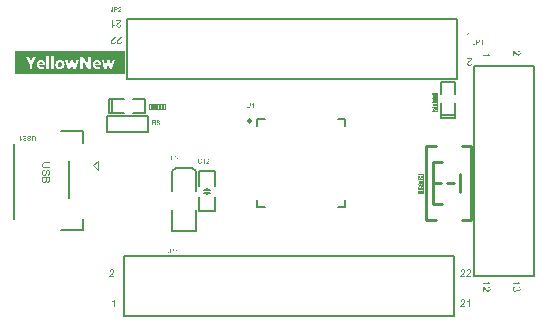
<source format=gto>
G04*
G04 #@! TF.GenerationSoftware,Altium Limited,Altium Designer,21.6.1 (37)*
G04*
G04 Layer_Color=65535*
%FSLAX25Y25*%
%MOIN*%
G70*
G04*
G04 #@! TF.SameCoordinates,071825C8-D767-4C1D-B5F0-F0FA3D86134F*
G04*
G04*
G04 #@! TF.FilePolarity,Positive*
G04*
G01*
G75*
%ADD10C,0.00984*%
%ADD11C,0.00787*%
%ADD12C,0.00800*%
%ADD13C,0.01000*%
%ADD14C,0.00600*%
%ADD15C,0.00394*%
G36*
X524247Y364101D02*
X518753D01*
Y366299D01*
X524247D01*
Y364101D01*
D02*
G37*
G36*
X510788Y376188D02*
X474212D01*
Y383812D01*
X510788D01*
Y376188D01*
D02*
G37*
G36*
X614999Y369820D02*
Y363380D01*
X613001D01*
Y369820D01*
X614999D01*
D02*
G37*
G36*
X610261Y336223D02*
X608339D01*
Y342977D01*
X610261D01*
Y336223D01*
D02*
G37*
G36*
X625416Y311068D02*
X625442Y311066D01*
X625473Y311064D01*
X625508Y311059D01*
X625549Y311053D01*
X625591Y311044D01*
X625638Y311033D01*
X625684Y311020D01*
X625734Y311003D01*
X625782Y310983D01*
X625830Y310959D01*
X625876Y310933D01*
X625921Y310901D01*
X625963Y310864D01*
X625965Y310862D01*
X625973Y310855D01*
X625984Y310844D01*
X625996Y310827D01*
X626013Y310809D01*
X626032Y310785D01*
X626052Y310757D01*
X626072Y310726D01*
X626091Y310690D01*
X626111Y310651D01*
X626130Y310609D01*
X626146Y310565D01*
X626159Y310517D01*
X626170Y310467D01*
X626178Y310413D01*
X626180Y310357D01*
Y310355D01*
Y310350D01*
Y310343D01*
Y310332D01*
X626178Y310317D01*
X626176Y310302D01*
X626174Y310283D01*
X626172Y310263D01*
X626165Y310217D01*
X626154Y310165D01*
X626137Y310111D01*
X626117Y310056D01*
Y310054D01*
X626113Y310049D01*
X626109Y310041D01*
X626104Y310030D01*
X626098Y310017D01*
X626089Y310000D01*
X626080Y309982D01*
X626067Y309962D01*
X626054Y309939D01*
X626039Y309915D01*
X626002Y309862D01*
X625982Y309834D01*
X625959Y309804D01*
X625934Y309775D01*
X625908Y309743D01*
X625906Y309741D01*
X625900Y309736D01*
X625893Y309727D01*
X625880Y309714D01*
X625863Y309697D01*
X625843Y309677D01*
X625821Y309653D01*
X625793Y309625D01*
X625762Y309595D01*
X625725Y309562D01*
X625686Y309525D01*
X625641Y309484D01*
X625593Y309442D01*
X625541Y309395D01*
X625484Y309345D01*
X625423Y309294D01*
X625419Y309292D01*
X625410Y309282D01*
X625397Y309272D01*
X625379Y309255D01*
X625355Y309236D01*
X625330Y309214D01*
X625303Y309190D01*
X625273Y309164D01*
X625210Y309110D01*
X625181Y309083D01*
X625151Y309057D01*
X625123Y309031D01*
X625099Y309009D01*
X625077Y308988D01*
X625060Y308970D01*
X625057Y308966D01*
X625047Y308955D01*
X625033Y308939D01*
X625014Y308918D01*
X624994Y308892D01*
X624972Y308864D01*
X624949Y308833D01*
X624929Y308802D01*
X626183D01*
Y308500D01*
X624493D01*
Y308502D01*
Y308506D01*
Y308511D01*
Y308519D01*
Y308530D01*
X624494Y308541D01*
X624496Y308570D01*
X624500Y308602D01*
X624505Y308639D01*
X624515Y308678D01*
X624528Y308716D01*
Y308718D01*
X624531Y308724D01*
X624535Y308733D01*
X624541Y308746D01*
X624546Y308763D01*
X624555Y308781D01*
X624566Y308802D01*
X624578Y308824D01*
X624590Y308850D01*
X624607Y308876D01*
X624642Y308933D01*
X624685Y308994D01*
X624735Y309057D01*
X624737Y309059D01*
X624742Y309064D01*
X624750Y309073D01*
X624761Y309086D01*
X624776Y309103D01*
X624794Y309122D01*
X624814Y309144D01*
X624840Y309168D01*
X624868Y309196D01*
X624898Y309225D01*
X624931Y309257D01*
X624968Y309292D01*
X625009Y309327D01*
X625051Y309364D01*
X625097Y309403D01*
X625145Y309443D01*
X625147Y309445D01*
X625151Y309447D01*
X625157Y309453D01*
X625164Y309458D01*
X625173Y309468D01*
X625184Y309477D01*
X625212Y309501D01*
X625247Y309529D01*
X625284Y309564D01*
X625327Y309601D01*
X625371Y309641D01*
X625419Y309684D01*
X625465Y309728D01*
X625514Y309773D01*
X625558Y309819D01*
X625602Y309863D01*
X625641Y309906D01*
X625678Y309948D01*
X625708Y309987D01*
X625710Y309989D01*
X625713Y309997D01*
X625721Y310008D01*
X625732Y310021D01*
X625743Y310039D01*
X625754Y310059D01*
X625769Y310084D01*
X625782Y310109D01*
X625795Y310137D01*
X625810Y310167D01*
X625834Y310232D01*
X625843Y310265D01*
X625850Y310298D01*
X625854Y310332D01*
X625856Y310365D01*
Y310367D01*
Y310374D01*
Y310383D01*
X625854Y310396D01*
X625852Y310413D01*
X625848Y310431D01*
X625845Y310452D01*
X625839Y310474D01*
X625832Y310498D01*
X625823Y310524D01*
X625811Y310550D01*
X625799Y310576D01*
X625784Y310603D01*
X625765Y310629D01*
X625745Y310655D01*
X625721Y310679D01*
X625719Y310681D01*
X625715Y310685D01*
X625708Y310690D01*
X625697Y310700D01*
X625684Y310709D01*
X625667Y310720D01*
X625649Y310733D01*
X625628Y310744D01*
X625604Y310757D01*
X625578Y310768D01*
X625549Y310779D01*
X625519Y310788D01*
X625486Y310798D01*
X625451Y310803D01*
X625414Y310807D01*
X625375Y310809D01*
X625353D01*
X625338Y310807D01*
X625318Y310805D01*
X625295Y310801D01*
X625271Y310798D01*
X625244Y310792D01*
X625216Y310785D01*
X625186Y310775D01*
X625157Y310764D01*
X625125Y310752D01*
X625096Y310735D01*
X625066Y310716D01*
X625036Y310696D01*
X625010Y310672D01*
X625009Y310670D01*
X625005Y310666D01*
X624998Y310657D01*
X624990Y310648D01*
X624979Y310633D01*
X624968Y310616D01*
X624955Y310596D01*
X624944Y310574D01*
X624931Y310550D01*
X624918Y310520D01*
X624907Y310491D01*
X624896Y310457D01*
X624888Y310420D01*
X624881Y310381D01*
X624877Y310341D01*
X624875Y310296D01*
X624552Y310330D01*
Y310332D01*
Y310333D01*
X624553Y310339D01*
Y310346D01*
X624555Y310365D01*
X624561Y310389D01*
X624566Y310418D01*
X624574Y310454D01*
X624583Y310492D01*
X624594Y310533D01*
X624609Y310578D01*
X624626Y310622D01*
X624646Y310668D01*
X624670Y310714D01*
X624696Y310759D01*
X624727Y310801D01*
X624761Y310842D01*
X624799Y310879D01*
X624801Y310881D01*
X624809Y310887D01*
X624822Y310898D01*
X624838Y310909D01*
X624861Y310924D01*
X624887Y310940D01*
X624918Y310957D01*
X624953Y310975D01*
X624994Y310992D01*
X625036Y311009D01*
X625084Y311025D01*
X625136Y311040D01*
X625192Y311053D01*
X625251Y311062D01*
X625314Y311068D01*
X625381Y311070D01*
X625397D01*
X625416Y311068D01*
D02*
G37*
G36*
X623427D02*
X623453Y311066D01*
X623484Y311064D01*
X623519Y311059D01*
X623560Y311053D01*
X623603Y311044D01*
X623649Y311033D01*
X623695Y311020D01*
X623745Y311003D01*
X623793Y310983D01*
X623841Y310959D01*
X623887Y310933D01*
X623932Y310901D01*
X623974Y310864D01*
X623976Y310862D01*
X623984Y310855D01*
X623995Y310844D01*
X624008Y310827D01*
X624024Y310809D01*
X624043Y310785D01*
X624063Y310757D01*
X624084Y310726D01*
X624102Y310690D01*
X624122Y310651D01*
X624141Y310609D01*
X624158Y310565D01*
X624171Y310517D01*
X624182Y310467D01*
X624189Y310413D01*
X624191Y310357D01*
Y310355D01*
Y310350D01*
Y310343D01*
Y310332D01*
X624189Y310317D01*
X624187Y310302D01*
X624185Y310283D01*
X624184Y310263D01*
X624176Y310217D01*
X624165Y310165D01*
X624148Y310111D01*
X624128Y310056D01*
Y310054D01*
X624124Y310049D01*
X624121Y310041D01*
X624115Y310030D01*
X624110Y310017D01*
X624100Y310000D01*
X624091Y309982D01*
X624078Y309962D01*
X624065Y309939D01*
X624050Y309915D01*
X624013Y309862D01*
X623993Y309834D01*
X623971Y309804D01*
X623945Y309775D01*
X623919Y309743D01*
X623917Y309741D01*
X623912Y309736D01*
X623904Y309727D01*
X623891Y309714D01*
X623875Y309697D01*
X623854Y309677D01*
X623832Y309653D01*
X623804Y309625D01*
X623773Y309595D01*
X623736Y309562D01*
X623697Y309525D01*
X623653Y309484D01*
X623604Y309442D01*
X623553Y309395D01*
X623495Y309345D01*
X623434Y309294D01*
X623431Y309292D01*
X623421Y309282D01*
X623408Y309272D01*
X623390Y309255D01*
X623366Y309236D01*
X623342Y309214D01*
X623314Y309190D01*
X623284Y309164D01*
X623221Y309110D01*
X623192Y309083D01*
X623162Y309057D01*
X623135Y309031D01*
X623110Y309009D01*
X623088Y308988D01*
X623072Y308970D01*
X623068Y308966D01*
X623059Y308955D01*
X623044Y308939D01*
X623025Y308918D01*
X623005Y308892D01*
X622983Y308864D01*
X622961Y308833D01*
X622940Y308802D01*
X624195D01*
Y308500D01*
X622504D01*
Y308502D01*
Y308506D01*
Y308511D01*
Y308519D01*
Y308530D01*
X622506Y308541D01*
X622507Y308570D01*
X622511Y308602D01*
X622517Y308639D01*
X622526Y308678D01*
X622539Y308716D01*
Y308718D01*
X622543Y308724D01*
X622546Y308733D01*
X622552Y308746D01*
X622557Y308763D01*
X622567Y308781D01*
X622578Y308802D01*
X622589Y308824D01*
X622602Y308850D01*
X622618Y308876D01*
X622653Y308933D01*
X622696Y308994D01*
X622746Y309057D01*
X622748Y309059D01*
X622753Y309064D01*
X622761Y309073D01*
X622772Y309086D01*
X622787Y309103D01*
X622805Y309122D01*
X622826Y309144D01*
X622852Y309168D01*
X622879Y309196D01*
X622909Y309225D01*
X622942Y309257D01*
X622979Y309292D01*
X623020Y309327D01*
X623062Y309364D01*
X623109Y309403D01*
X623157Y309443D01*
X623159Y309445D01*
X623162Y309447D01*
X623168Y309453D01*
X623175Y309458D01*
X623184Y309468D01*
X623196Y309477D01*
X623223Y309501D01*
X623258Y309529D01*
X623295Y309564D01*
X623338Y309601D01*
X623382Y309641D01*
X623431Y309684D01*
X623477Y309728D01*
X623525Y309773D01*
X623569Y309819D01*
X623614Y309863D01*
X623653Y309906D01*
X623690Y309948D01*
X623719Y309987D01*
X623721Y309989D01*
X623725Y309997D01*
X623732Y310008D01*
X623743Y310021D01*
X623754Y310039D01*
X623765Y310059D01*
X623780Y310084D01*
X623793Y310109D01*
X623806Y310137D01*
X623821Y310167D01*
X623845Y310232D01*
X623854Y310265D01*
X623862Y310298D01*
X623865Y310332D01*
X623867Y310365D01*
Y310367D01*
Y310374D01*
Y310383D01*
X623865Y310396D01*
X623864Y310413D01*
X623860Y310431D01*
X623856Y310452D01*
X623850Y310474D01*
X623843Y310498D01*
X623834Y310524D01*
X623823Y310550D01*
X623810Y310576D01*
X623795Y310603D01*
X623776Y310629D01*
X623756Y310655D01*
X623732Y310679D01*
X623730Y310681D01*
X623727Y310685D01*
X623719Y310690D01*
X623708Y310700D01*
X623695Y310709D01*
X623678Y310720D01*
X623660Y310733D01*
X623640Y310744D01*
X623616Y310757D01*
X623590Y310768D01*
X623560Y310779D01*
X623530Y310788D01*
X623497Y310798D01*
X623462Y310803D01*
X623425Y310807D01*
X623386Y310809D01*
X623364D01*
X623349Y310807D01*
X623329Y310805D01*
X623307Y310801D01*
X623282Y310798D01*
X623255Y310792D01*
X623227Y310785D01*
X623198Y310775D01*
X623168Y310764D01*
X623136Y310752D01*
X623107Y310735D01*
X623077Y310716D01*
X623048Y310696D01*
X623022Y310672D01*
X623020Y310670D01*
X623016Y310666D01*
X623009Y310657D01*
X623001Y310648D01*
X622990Y310633D01*
X622979Y310616D01*
X622966Y310596D01*
X622955Y310574D01*
X622942Y310550D01*
X622929Y310520D01*
X622918Y310491D01*
X622907Y310457D01*
X622900Y310420D01*
X622892Y310381D01*
X622889Y310341D01*
X622887Y310296D01*
X622563Y310330D01*
Y310332D01*
Y310333D01*
X622565Y310339D01*
Y310346D01*
X622567Y310365D01*
X622572Y310389D01*
X622578Y310418D01*
X622585Y310454D01*
X622594Y310492D01*
X622606Y310533D01*
X622620Y310578D01*
X622637Y310622D01*
X622657Y310668D01*
X622681Y310714D01*
X622707Y310759D01*
X622739Y310801D01*
X622772Y310842D01*
X622811Y310879D01*
X622813Y310881D01*
X622820Y310887D01*
X622833Y310898D01*
X622850Y310909D01*
X622872Y310924D01*
X622898Y310940D01*
X622929Y310957D01*
X622964Y310975D01*
X623005Y310992D01*
X623048Y311009D01*
X623096Y311025D01*
X623147Y311040D01*
X623203Y311053D01*
X623262Y311062D01*
X623325Y311068D01*
X623392Y311070D01*
X623408D01*
X623427Y311068D01*
D02*
G37*
G36*
X625715Y298500D02*
X625401D01*
Y300502D01*
X625399Y300500D01*
X625395Y300496D01*
X625390Y300491D01*
X625381Y300483D01*
X625369Y300474D01*
X625355Y300461D01*
X625338Y300448D01*
X625321Y300433D01*
X625299Y300418D01*
X625277Y300400D01*
X625253Y300383D01*
X625227Y300363D01*
X625197Y300344D01*
X625168Y300324D01*
X625101Y300283D01*
X625099Y300282D01*
X625094Y300278D01*
X625083Y300272D01*
X625070Y300267D01*
X625055Y300257D01*
X625036Y300246D01*
X625014Y300235D01*
X624992Y300222D01*
X624940Y300197D01*
X624885Y300171D01*
X624827Y300145D01*
X624772Y300122D01*
Y300426D01*
X624776Y300428D01*
X624783Y300431D01*
X624798Y300439D01*
X624816Y300448D01*
X624838Y300459D01*
X624866Y300474D01*
X624896Y300491D01*
X624927Y300509D01*
X624962Y300531D01*
X624999Y300553D01*
X625077Y300605D01*
X625157Y300663D01*
X625232Y300726D01*
X625234Y300727D01*
X625242Y300733D01*
X625251Y300742D01*
X625264Y300755D01*
X625281Y300772D01*
X625299Y300790D01*
X625319Y300813D01*
X625342Y300835D01*
X625364Y300861D01*
X625388Y300888D01*
X625434Y300946D01*
X625477Y301007D01*
X625495Y301038D01*
X625512Y301070D01*
X625715D01*
Y298500D01*
D02*
G37*
G36*
X623427Y301068D02*
X623453Y301066D01*
X623484Y301064D01*
X623519Y301059D01*
X623560Y301053D01*
X623603Y301044D01*
X623649Y301033D01*
X623695Y301020D01*
X623745Y301003D01*
X623793Y300983D01*
X623841Y300959D01*
X623887Y300933D01*
X623932Y300901D01*
X623974Y300864D01*
X623976Y300862D01*
X623984Y300855D01*
X623995Y300844D01*
X624008Y300827D01*
X624024Y300809D01*
X624043Y300785D01*
X624063Y300757D01*
X624084Y300726D01*
X624102Y300690D01*
X624122Y300652D01*
X624141Y300609D01*
X624158Y300565D01*
X624171Y300517D01*
X624182Y300467D01*
X624189Y300413D01*
X624191Y300357D01*
Y300356D01*
Y300350D01*
Y300343D01*
Y300331D01*
X624189Y300317D01*
X624187Y300302D01*
X624185Y300283D01*
X624184Y300263D01*
X624176Y300217D01*
X624165Y300165D01*
X624148Y300111D01*
X624128Y300056D01*
Y300054D01*
X624124Y300048D01*
X624121Y300041D01*
X624115Y300030D01*
X624110Y300017D01*
X624100Y300000D01*
X624091Y299982D01*
X624078Y299961D01*
X624065Y299939D01*
X624050Y299915D01*
X624013Y299862D01*
X623993Y299834D01*
X623971Y299804D01*
X623945Y299775D01*
X623919Y299743D01*
X623917Y299741D01*
X623912Y299736D01*
X623904Y299727D01*
X623891Y299714D01*
X623875Y299697D01*
X623854Y299677D01*
X623832Y299653D01*
X623804Y299625D01*
X623773Y299595D01*
X623736Y299562D01*
X623697Y299525D01*
X623653Y299484D01*
X623604Y299442D01*
X623553Y299395D01*
X623495Y299345D01*
X623434Y299294D01*
X623431Y299292D01*
X623421Y299283D01*
X623408Y299271D01*
X623390Y299255D01*
X623366Y299236D01*
X623342Y299214D01*
X623314Y299190D01*
X623284Y299164D01*
X623221Y299111D01*
X623192Y299083D01*
X623162Y299057D01*
X623135Y299031D01*
X623110Y299009D01*
X623088Y298988D01*
X623072Y298970D01*
X623068Y298966D01*
X623059Y298955D01*
X623044Y298938D01*
X623025Y298918D01*
X623005Y298892D01*
X622983Y298864D01*
X622961Y298833D01*
X622940Y298801D01*
X624195D01*
Y298500D01*
X622504D01*
Y298502D01*
Y298505D01*
Y298511D01*
Y298518D01*
Y298530D01*
X622506Y298541D01*
X622507Y298570D01*
X622511Y298602D01*
X622517Y298639D01*
X622526Y298678D01*
X622539Y298716D01*
Y298718D01*
X622543Y298724D01*
X622546Y298733D01*
X622552Y298746D01*
X622557Y298763D01*
X622567Y298781D01*
X622578Y298801D01*
X622589Y298824D01*
X622602Y298850D01*
X622618Y298876D01*
X622653Y298933D01*
X622696Y298994D01*
X622746Y299057D01*
X622748Y299059D01*
X622753Y299064D01*
X622761Y299074D01*
X622772Y299086D01*
X622787Y299103D01*
X622805Y299122D01*
X622826Y299144D01*
X622852Y299168D01*
X622879Y299196D01*
X622909Y299225D01*
X622942Y299257D01*
X622979Y299292D01*
X623020Y299327D01*
X623062Y299364D01*
X623109Y299403D01*
X623157Y299444D01*
X623159Y299445D01*
X623162Y299447D01*
X623168Y299453D01*
X623175Y299458D01*
X623184Y299467D01*
X623196Y299477D01*
X623223Y299501D01*
X623258Y299529D01*
X623295Y299564D01*
X623338Y299601D01*
X623382Y299641D01*
X623431Y299684D01*
X623477Y299728D01*
X623525Y299773D01*
X623569Y299819D01*
X623614Y299864D01*
X623653Y299906D01*
X623690Y299949D01*
X623719Y299987D01*
X623721Y299989D01*
X623725Y299997D01*
X623732Y300008D01*
X623743Y300021D01*
X623754Y300039D01*
X623765Y300060D01*
X623780Y300084D01*
X623793Y300110D01*
X623806Y300137D01*
X623821Y300167D01*
X623845Y300232D01*
X623854Y300265D01*
X623862Y300298D01*
X623865Y300331D01*
X623867Y300365D01*
Y300367D01*
Y300374D01*
Y300383D01*
X623865Y300396D01*
X623864Y300413D01*
X623860Y300431D01*
X623856Y300452D01*
X623850Y300474D01*
X623843Y300498D01*
X623834Y300524D01*
X623823Y300550D01*
X623810Y300576D01*
X623795Y300604D01*
X623776Y300629D01*
X623756Y300655D01*
X623732Y300679D01*
X623730Y300681D01*
X623727Y300685D01*
X623719Y300690D01*
X623708Y300700D01*
X623695Y300709D01*
X623678Y300720D01*
X623660Y300733D01*
X623640Y300744D01*
X623616Y300757D01*
X623590Y300768D01*
X623560Y300779D01*
X623530Y300788D01*
X623497Y300798D01*
X623462Y300803D01*
X623425Y300807D01*
X623386Y300809D01*
X623364D01*
X623349Y300807D01*
X623329Y300805D01*
X623307Y300801D01*
X623282Y300798D01*
X623255Y300792D01*
X623227Y300785D01*
X623198Y300776D01*
X623168Y300764D01*
X623136Y300751D01*
X623107Y300735D01*
X623077Y300716D01*
X623048Y300696D01*
X623022Y300672D01*
X623020Y300670D01*
X623016Y300666D01*
X623009Y300657D01*
X623001Y300648D01*
X622990Y300633D01*
X622979Y300616D01*
X622966Y300596D01*
X622955Y300574D01*
X622942Y300550D01*
X622929Y300520D01*
X622918Y300491D01*
X622907Y300457D01*
X622900Y300420D01*
X622892Y300381D01*
X622889Y300341D01*
X622887Y300296D01*
X622563Y300330D01*
Y300331D01*
Y300333D01*
X622565Y300339D01*
Y300346D01*
X622567Y300365D01*
X622572Y300389D01*
X622578Y300418D01*
X622585Y300454D01*
X622594Y300493D01*
X622606Y300533D01*
X622620Y300578D01*
X622637Y300622D01*
X622657Y300668D01*
X622681Y300714D01*
X622707Y300759D01*
X622739Y300801D01*
X622772Y300842D01*
X622811Y300879D01*
X622813Y300881D01*
X622820Y300887D01*
X622833Y300898D01*
X622850Y300909D01*
X622872Y300923D01*
X622898Y300940D01*
X622929Y300957D01*
X622964Y300975D01*
X623005Y300992D01*
X623048Y301009D01*
X623096Y301025D01*
X623147Y301040D01*
X623203Y301053D01*
X623262Y301062D01*
X623325Y301068D01*
X623392Y301070D01*
X623408D01*
X623427Y301068D01*
D02*
G37*
G36*
X506427Y311068D02*
X506453Y311066D01*
X506484Y311064D01*
X506519Y311059D01*
X506560Y311053D01*
X506603Y311044D01*
X506649Y311033D01*
X506695Y311020D01*
X506745Y311003D01*
X506793Y310983D01*
X506841Y310959D01*
X506887Y310933D01*
X506932Y310901D01*
X506974Y310864D01*
X506976Y310862D01*
X506984Y310855D01*
X506995Y310844D01*
X507008Y310827D01*
X507024Y310809D01*
X507043Y310785D01*
X507063Y310757D01*
X507084Y310726D01*
X507102Y310690D01*
X507123Y310651D01*
X507141Y310609D01*
X507158Y310565D01*
X507171Y310517D01*
X507182Y310467D01*
X507189Y310413D01*
X507191Y310357D01*
Y310355D01*
Y310350D01*
Y310343D01*
Y310332D01*
X507189Y310317D01*
X507187Y310302D01*
X507185Y310283D01*
X507184Y310263D01*
X507176Y310217D01*
X507165Y310165D01*
X507148Y310111D01*
X507128Y310056D01*
Y310054D01*
X507124Y310049D01*
X507121Y310041D01*
X507115Y310030D01*
X507109Y310017D01*
X507100Y310000D01*
X507091Y309982D01*
X507078Y309962D01*
X507065Y309939D01*
X507050Y309915D01*
X507013Y309862D01*
X506993Y309834D01*
X506971Y309804D01*
X506945Y309775D01*
X506919Y309743D01*
X506917Y309741D01*
X506912Y309736D01*
X506904Y309727D01*
X506891Y309714D01*
X506875Y309697D01*
X506854Y309677D01*
X506832Y309653D01*
X506804Y309625D01*
X506773Y309595D01*
X506736Y309562D01*
X506697Y309525D01*
X506652Y309484D01*
X506604Y309442D01*
X506553Y309395D01*
X506495Y309345D01*
X506434Y309294D01*
X506431Y309292D01*
X506421Y309282D01*
X506408Y309272D01*
X506390Y309255D01*
X506366Y309236D01*
X506342Y309214D01*
X506314Y309190D01*
X506284Y309164D01*
X506221Y309110D01*
X506192Y309083D01*
X506162Y309057D01*
X506135Y309031D01*
X506110Y309009D01*
X506088Y308988D01*
X506072Y308970D01*
X506068Y308966D01*
X506059Y308955D01*
X506044Y308939D01*
X506025Y308918D01*
X506005Y308892D01*
X505983Y308864D01*
X505961Y308833D01*
X505940Y308802D01*
X507195D01*
Y308500D01*
X505504D01*
Y308502D01*
Y308506D01*
Y308511D01*
Y308519D01*
Y308530D01*
X505506Y308541D01*
X505507Y308570D01*
X505511Y308602D01*
X505517Y308639D01*
X505526Y308678D01*
X505539Y308716D01*
Y308718D01*
X505543Y308724D01*
X505546Y308733D01*
X505552Y308746D01*
X505557Y308763D01*
X505567Y308781D01*
X505578Y308802D01*
X505589Y308824D01*
X505602Y308850D01*
X505618Y308876D01*
X505653Y308933D01*
X505696Y308994D01*
X505746Y309057D01*
X505748Y309059D01*
X505753Y309064D01*
X505761Y309073D01*
X505772Y309086D01*
X505787Y309103D01*
X505805Y309122D01*
X505826Y309144D01*
X505852Y309168D01*
X505879Y309196D01*
X505909Y309225D01*
X505942Y309257D01*
X505979Y309292D01*
X506020Y309327D01*
X506062Y309364D01*
X506109Y309403D01*
X506157Y309443D01*
X506159Y309445D01*
X506162Y309447D01*
X506168Y309453D01*
X506175Y309458D01*
X506184Y309468D01*
X506196Y309477D01*
X506223Y309501D01*
X506258Y309529D01*
X506295Y309564D01*
X506338Y309601D01*
X506382Y309641D01*
X506431Y309684D01*
X506477Y309728D01*
X506525Y309773D01*
X506569Y309819D01*
X506614Y309863D01*
X506652Y309906D01*
X506690Y309948D01*
X506719Y309987D01*
X506721Y309989D01*
X506725Y309997D01*
X506732Y310008D01*
X506743Y310021D01*
X506754Y310039D01*
X506765Y310059D01*
X506780Y310084D01*
X506793Y310109D01*
X506806Y310137D01*
X506821Y310167D01*
X506845Y310232D01*
X506854Y310265D01*
X506862Y310298D01*
X506865Y310332D01*
X506867Y310365D01*
Y310367D01*
Y310374D01*
Y310383D01*
X506865Y310396D01*
X506863Y310413D01*
X506860Y310431D01*
X506856Y310452D01*
X506850Y310474D01*
X506843Y310498D01*
X506834Y310524D01*
X506823Y310550D01*
X506810Y310576D01*
X506795Y310603D01*
X506777Y310629D01*
X506756Y310655D01*
X506732Y310679D01*
X506730Y310681D01*
X506727Y310685D01*
X506719Y310690D01*
X506708Y310700D01*
X506695Y310709D01*
X506678Y310720D01*
X506660Y310733D01*
X506640Y310744D01*
X506615Y310757D01*
X506590Y310768D01*
X506560Y310779D01*
X506531Y310788D01*
X506497Y310798D01*
X506462Y310803D01*
X506425Y310807D01*
X506386Y310809D01*
X506364D01*
X506349Y310807D01*
X506329Y310805D01*
X506307Y310801D01*
X506283Y310798D01*
X506255Y310792D01*
X506227Y310785D01*
X506198Y310775D01*
X506168Y310764D01*
X506136Y310752D01*
X506107Y310735D01*
X506077Y310716D01*
X506048Y310696D01*
X506022Y310672D01*
X506020Y310670D01*
X506016Y310666D01*
X506009Y310657D01*
X506001Y310648D01*
X505990Y310633D01*
X505979Y310616D01*
X505966Y310596D01*
X505955Y310574D01*
X505942Y310550D01*
X505929Y310520D01*
X505918Y310491D01*
X505907Y310457D01*
X505900Y310420D01*
X505892Y310381D01*
X505889Y310341D01*
X505887Y310296D01*
X505563Y310330D01*
Y310332D01*
Y310333D01*
X505565Y310339D01*
Y310346D01*
X505567Y310365D01*
X505572Y310389D01*
X505578Y310418D01*
X505585Y310454D01*
X505594Y310492D01*
X505606Y310533D01*
X505620Y310578D01*
X505637Y310622D01*
X505657Y310668D01*
X505681Y310714D01*
X505707Y310759D01*
X505739Y310801D01*
X505772Y310842D01*
X505811Y310879D01*
X505813Y310881D01*
X505820Y310887D01*
X505833Y310898D01*
X505850Y310909D01*
X505872Y310924D01*
X505898Y310940D01*
X505929Y310957D01*
X505964Y310975D01*
X506005Y310992D01*
X506048Y311009D01*
X506096Y311025D01*
X506147Y311040D01*
X506203Y311053D01*
X506262Y311062D01*
X506325Y311068D01*
X506392Y311070D01*
X506408D01*
X506427Y311068D01*
D02*
G37*
G36*
X507444Y298500D02*
X507129D01*
Y300502D01*
X507127Y300500D01*
X507123Y300496D01*
X507118Y300491D01*
X507109Y300483D01*
X507097Y300474D01*
X507083Y300461D01*
X507066Y300448D01*
X507049Y300433D01*
X507027Y300418D01*
X507005Y300400D01*
X506981Y300383D01*
X506955Y300363D01*
X506925Y300344D01*
X506896Y300324D01*
X506829Y300283D01*
X506827Y300282D01*
X506822Y300278D01*
X506811Y300272D01*
X506798Y300267D01*
X506783Y300257D01*
X506765Y300246D01*
X506742Y300235D01*
X506720Y300222D01*
X506668Y300197D01*
X506613Y300171D01*
X506556Y300145D01*
X506500Y300122D01*
Y300426D01*
X506504Y300428D01*
X506511Y300431D01*
X506526Y300439D01*
X506544Y300448D01*
X506567Y300459D01*
X506594Y300474D01*
X506624Y300491D01*
X506655Y300509D01*
X506691Y300531D01*
X506728Y300553D01*
X506805Y300605D01*
X506885Y300663D01*
X506961Y300726D01*
X506962Y300727D01*
X506970Y300733D01*
X506979Y300742D01*
X506992Y300755D01*
X507009Y300772D01*
X507027Y300790D01*
X507048Y300813D01*
X507070Y300835D01*
X507092Y300861D01*
X507116Y300888D01*
X507162Y300946D01*
X507205Y301007D01*
X507223Y301038D01*
X507240Y301070D01*
X507444D01*
Y298500D01*
D02*
G37*
G36*
X485678Y346390D02*
X484200D01*
X484196D01*
X484185D01*
X484168D01*
X484146Y346388D01*
X484118D01*
X484087Y346386D01*
X484052Y346384D01*
X484013Y346382D01*
X483974Y346379D01*
X483933Y346375D01*
X483852Y346364D01*
X483813Y346357D01*
X483774Y346349D01*
X483739Y346340D01*
X483708Y346329D01*
X483706D01*
X483700Y346325D01*
X483693Y346321D01*
X483682Y346316D01*
X483669Y346310D01*
X483654Y346301D01*
X483619Y346279D01*
X483580Y346249D01*
X483560Y346233D01*
X483539Y346212D01*
X483519Y346192D01*
X483500Y346168D01*
X483482Y346144D01*
X483465Y346116D01*
Y346114D01*
X483461Y346109D01*
X483458Y346101D01*
X483452Y346088D01*
X483445Y346074D01*
X483437Y346057D01*
X483430Y346037D01*
X483423Y346012D01*
X483415Y345987D01*
X483408Y345959D01*
X483400Y345929D01*
X483393Y345896D01*
X483387Y345861D01*
X483384Y345824D01*
X483382Y345787D01*
X483380Y345746D01*
Y345729D01*
X483382Y345711D01*
Y345685D01*
X483386Y345654D01*
X483389Y345620D01*
X483395Y345581D01*
X483400Y345539D01*
X483410Y345496D01*
X483421Y345452D01*
X483435Y345408D01*
X483450Y345363D01*
X483471Y345321D01*
X483493Y345282D01*
X483519Y345245D01*
X483548Y345213D01*
X483550Y345211D01*
X483556Y345206D01*
X483567Y345198D01*
X483582Y345189D01*
X483602Y345176D01*
X483628Y345163D01*
X483658Y345148D01*
X483695Y345134D01*
X483735Y345119D01*
X483781Y345104D01*
X483835Y345091D01*
X483894Y345078D01*
X483961Y345069D01*
X484033Y345061D01*
X484113Y345056D01*
X484200Y345054D01*
X485678D01*
Y344715D01*
X484198D01*
X484196D01*
X484194D01*
X484189D01*
X484181D01*
X484172D01*
X484161D01*
X484135Y344717D01*
X484101D01*
X484064Y344719D01*
X484022Y344723D01*
X483978Y344727D01*
X483929Y344732D01*
X483880Y344738D01*
X483778Y344753D01*
X483726Y344764D01*
X483678Y344775D01*
X483630Y344790D01*
X483585Y344804D01*
X483583Y344806D01*
X483576Y344808D01*
X483563Y344814D01*
X483548Y344821D01*
X483528Y344832D01*
X483506Y344843D01*
X483482Y344858D01*
X483454Y344877D01*
X483424Y344897D01*
X483395Y344919D01*
X483365Y344945D01*
X483334Y344974D01*
X483302Y345006D01*
X483273Y345039D01*
X483243Y345078D01*
X483215Y345119D01*
X483214Y345121D01*
X483210Y345130D01*
X483202Y345143D01*
X483193Y345160D01*
X483182Y345184D01*
X483171Y345210D01*
X483158Y345243D01*
X483145Y345278D01*
X483132Y345321D01*
X483119Y345365D01*
X483108Y345413D01*
X483097Y345467D01*
X483088Y345524D01*
X483080Y345585D01*
X483077Y345648D01*
X483075Y345716D01*
Y345752D01*
X483077Y345776D01*
X483078Y345807D01*
X483082Y345842D01*
X483086Y345883D01*
X483090Y345925D01*
X483097Y345972D01*
X483104Y346020D01*
X483115Y346068D01*
X483127Y346118D01*
X483141Y346166D01*
X483158Y346216D01*
X483177Y346262D01*
X483199Y346307D01*
X483201Y346308D01*
X483204Y346316D01*
X483212Y346329D01*
X483221Y346344D01*
X483234Y346362D01*
X483251Y346384D01*
X483269Y346406D01*
X483289Y346432D01*
X483313Y346458D01*
X483341Y346486D01*
X483369Y346514D01*
X483402Y346540D01*
X483435Y346566D01*
X483474Y346590D01*
X483513Y346612D01*
X483556Y346632D01*
X483560Y346634D01*
X483567Y346636D01*
X483580Y346641D01*
X483598Y346647D01*
X483622Y346654D01*
X483652Y346662D01*
X483685Y346671D01*
X483724Y346680D01*
X483769Y346690D01*
X483817Y346699D01*
X483868Y346706D01*
X483926Y346713D01*
X483987Y346719D01*
X484053Y346725D01*
X484124Y346726D01*
X484198Y346728D01*
X485678D01*
Y346390D01*
D02*
G37*
G36*
X483968Y343944D02*
X483966D01*
X483959Y343942D01*
X483950D01*
X483937Y343938D01*
X483920Y343937D01*
X483900Y343933D01*
X483880Y343927D01*
X483855Y343922D01*
X483806Y343909D01*
X483752Y343891D01*
X483700Y343868D01*
X483650Y343841D01*
X483648Y343839D01*
X483645Y343837D01*
X483639Y343831D01*
X483630Y343824D01*
X483619Y343816D01*
X483608Y343805D01*
X483595Y343792D01*
X483580Y343778D01*
X483565Y343761D01*
X483548Y343741D01*
X483532Y343720D01*
X483515Y343696D01*
X483498Y343672D01*
X483482Y343644D01*
X483467Y343615D01*
X483452Y343583D01*
Y343582D01*
X483449Y343576D01*
X483445Y343565D01*
X483441Y343552D01*
X483435Y343535D01*
X483428Y343517D01*
X483421Y343493D01*
X483415Y343469D01*
X483408Y343441D01*
X483400Y343409D01*
X483395Y343378D01*
X483387Y343343D01*
X483380Y343269D01*
X483376Y343189D01*
Y343171D01*
X483378Y343156D01*
Y343139D01*
X483380Y343121D01*
X483382Y343099D01*
X483384Y343075D01*
X483391Y343021D01*
X483400Y342964D01*
X483415Y342906D01*
X483434Y342849D01*
Y342847D01*
X483435Y342842D01*
X483439Y342834D01*
X483445Y342825D01*
X483450Y342812D01*
X483458Y342799D01*
X483474Y342766D01*
X483497Y342730D01*
X483524Y342693D01*
X483556Y342658D01*
X483591Y342629D01*
X483593D01*
X483597Y342625D01*
X483602Y342621D01*
X483609Y342618D01*
X483619Y342612D01*
X483630Y342605D01*
X483658Y342592D01*
X483689Y342579D01*
X483726Y342566D01*
X483769Y342558D01*
X483811Y342555D01*
X483813D01*
X483817D01*
X483822D01*
X483831Y342557D01*
X483843D01*
X483854Y342558D01*
X483883Y342564D01*
X483915Y342571D01*
X483950Y342584D01*
X483985Y342603D01*
X484020Y342627D01*
X484022D01*
X484024Y342631D01*
X484035Y342640D01*
X484052Y342658D01*
X484063Y342670D01*
X484074Y342682D01*
X484085Y342697D01*
X484098Y342714D01*
X484111Y342732D01*
X484124Y342755D01*
X484137Y342777D01*
X484150Y342803D01*
X484161Y342828D01*
X484174Y342858D01*
Y342860D01*
X484175Y342864D01*
X484177Y342869D01*
X484181Y342880D01*
X484185Y342893D01*
X484190Y342908D01*
X484196Y342929D01*
X484203Y342952D01*
X484212Y342982D01*
X484222Y343014D01*
X484231Y343051D01*
X484242Y343093D01*
X484255Y343139D01*
X484268Y343193D01*
X484283Y343250D01*
X484298Y343313D01*
Y343315D01*
X484300Y343317D01*
Y343322D01*
X484301Y343328D01*
X484307Y343347D01*
X484312Y343371D01*
X484320Y343398D01*
X484329Y343432D01*
X484338Y343469D01*
X484349Y343506D01*
X484374Y343587D01*
X484401Y343668D01*
X484416Y343707D01*
X484431Y343744D01*
X484444Y343776D01*
X484459Y343805D01*
X484460Y343807D01*
X484462Y343813D01*
X484468Y343822D01*
X484475Y343835D01*
X484484Y343850D01*
X484497Y343868D01*
X484510Y343887D01*
X484525Y343909D01*
X484558Y343953D01*
X484599Y343998D01*
X484645Y344042D01*
X484671Y344061D01*
X484697Y344079D01*
X484699Y344081D01*
X484705Y344083D01*
X484712Y344087D01*
X484723Y344092D01*
X484736Y344099D01*
X484751Y344107D01*
X484769Y344114D01*
X484790Y344124D01*
X484814Y344131D01*
X484838Y344140D01*
X484892Y344153D01*
X484951Y344164D01*
X484982Y344166D01*
X485015Y344168D01*
X485017D01*
X485025D01*
X485034D01*
X485049Y344166D01*
X485065Y344164D01*
X485086Y344162D01*
X485108Y344159D01*
X485134Y344155D01*
X485162Y344148D01*
X485189Y344142D01*
X485219Y344133D01*
X485250Y344122D01*
X485282Y344109D01*
X485313Y344094D01*
X485347Y344077D01*
X485378Y344059D01*
X485380Y344057D01*
X485385Y344053D01*
X485395Y344048D01*
X485406Y344039D01*
X485421Y344027D01*
X485435Y344013D01*
X485454Y343996D01*
X485472Y343977D01*
X485493Y343957D01*
X485515Y343933D01*
X485535Y343907D01*
X485558Y343878D01*
X485578Y343846D01*
X485598Y343813D01*
X485617Y343778D01*
X485633Y343739D01*
X485635Y343737D01*
X485637Y343729D01*
X485641Y343718D01*
X485648Y343702D01*
X485654Y343681D01*
X485661Y343659D01*
X485670Y343631D01*
X485678Y343600D01*
X485687Y343567D01*
X485694Y343532D01*
X485702Y343493D01*
X485709Y343452D01*
X485715Y343408D01*
X485718Y343363D01*
X485720Y343317D01*
X485722Y343269D01*
Y343241D01*
X485720Y343221D01*
Y343197D01*
X485717Y343167D01*
X485715Y343136D01*
X485711Y343099D01*
X485706Y343062D01*
X485700Y343021D01*
X485683Y342938D01*
X485672Y342893D01*
X485661Y342851D01*
X485646Y342808D01*
X485630Y342768D01*
X485628Y342766D01*
X485626Y342758D01*
X485620Y342747D01*
X485613Y342732D01*
X485604Y342714D01*
X485591Y342693D01*
X485578Y342670D01*
X485561Y342645D01*
X485544Y342618D01*
X485524Y342592D01*
X485502Y342564D01*
X485478Y342536D01*
X485452Y342509D01*
X485422Y342483D01*
X485393Y342457D01*
X485359Y342435D01*
X485358Y342433D01*
X485352Y342429D01*
X485341Y342423D01*
X485328Y342416D01*
X485311Y342407D01*
X485291Y342396D01*
X485269Y342386D01*
X485243Y342373D01*
X485215Y342362D01*
X485184Y342351D01*
X485150Y342340D01*
X485115Y342331D01*
X485078Y342322D01*
X485040Y342314D01*
X484999Y342311D01*
X484958Y342307D01*
X484934Y342633D01*
X484938D01*
X484945Y342634D01*
X484958Y342636D01*
X484975Y342640D01*
X484993Y342644D01*
X485017Y342649D01*
X485043Y342656D01*
X485071Y342666D01*
X485101Y342675D01*
X485130Y342688D01*
X485160Y342703D01*
X485191Y342719D01*
X485221Y342738D01*
X485249Y342760D01*
X485276Y342784D01*
X485300Y342810D01*
X485302Y342812D01*
X485306Y342817D01*
X485311Y342825D01*
X485321Y342838D01*
X485330Y342854D01*
X485339Y342873D01*
X485350Y342895D01*
X485363Y342921D01*
X485374Y342951D01*
X485385Y342984D01*
X485395Y343021D01*
X485406Y343060D01*
X485413Y343104D01*
X485419Y343150D01*
X485422Y343200D01*
X485424Y343254D01*
Y343284D01*
X485422Y343304D01*
X485421Y343330D01*
X485419Y343358D01*
X485415Y343391D01*
X485409Y343424D01*
X485396Y343498D01*
X485387Y343535D01*
X485376Y343572D01*
X485363Y343607D01*
X485348Y343642D01*
X485332Y343674D01*
X485311Y343702D01*
X485310Y343704D01*
X485306Y343707D01*
X485300Y343715D01*
X485291Y343724D01*
X485280Y343733D01*
X485267Y343746D01*
X485252Y343757D01*
X485236Y343770D01*
X485217Y343783D01*
X485195Y343796D01*
X485149Y343818D01*
X485125Y343828D01*
X485097Y343835D01*
X485069Y343839D01*
X485040Y343841D01*
X485038D01*
X485034D01*
X485027D01*
X485017Y343839D01*
X485004Y343837D01*
X484991Y343835D01*
X484960Y343828D01*
X484923Y343816D01*
X484886Y343800D01*
X484866Y343789D01*
X484847Y343774D01*
X484829Y343759D01*
X484812Y343742D01*
X484810Y343741D01*
X484808Y343737D01*
X484803Y343731D01*
X484797Y343720D01*
X484788Y343707D01*
X484779Y343689D01*
X484767Y343668D01*
X484755Y343642D01*
X484742Y343611D01*
X484727Y343576D01*
X484712Y343533D01*
X484695Y343487D01*
X484679Y343433D01*
X484662Y343374D01*
X484645Y343308D01*
X484627Y343234D01*
Y343232D01*
X484625Y343228D01*
Y343223D01*
X484623Y343215D01*
X484621Y343206D01*
X484618Y343195D01*
X484612Y343167D01*
X484603Y343134D01*
X484594Y343095D01*
X484584Y343052D01*
X484571Y343008D01*
X484547Y342914D01*
X484534Y342867D01*
X484520Y342821D01*
X484507Y342777D01*
X484492Y342736D01*
X484479Y342699D01*
X484466Y342668D01*
X484464Y342666D01*
X484460Y342658D01*
X484455Y342645D01*
X484447Y342631D01*
X484436Y342612D01*
X484425Y342592D01*
X484410Y342568D01*
X484394Y342542D01*
X484377Y342516D01*
X484357Y342488D01*
X484312Y342433D01*
X484261Y342381D01*
X484233Y342359D01*
X484203Y342337D01*
X484201Y342335D01*
X484196Y342331D01*
X484187Y342327D01*
X484175Y342320D01*
X484161Y342312D01*
X484142Y342303D01*
X484122Y342292D01*
X484100Y342283D01*
X484074Y342273D01*
X484046Y342262D01*
X484016Y342253D01*
X483983Y342246D01*
X483950Y342238D01*
X483915Y342233D01*
X483880Y342231D01*
X483841Y342229D01*
X483839D01*
X483831D01*
X483820D01*
X483806Y342231D01*
X483787Y342233D01*
X483767Y342235D01*
X483743Y342238D01*
X483715Y342244D01*
X483687Y342249D01*
X483656Y342259D01*
X483624Y342268D01*
X483591Y342279D01*
X483558Y342292D01*
X483523Y342309D01*
X483489Y342327D01*
X483454Y342348D01*
X483452Y342349D01*
X483447Y342353D01*
X483437Y342360D01*
X483424Y342370D01*
X483410Y342381D01*
X483391Y342396D01*
X483373Y342412D01*
X483352Y342433D01*
X483330Y342455D01*
X483308Y342481D01*
X483284Y342509D01*
X483260Y342538D01*
X483238Y342569D01*
X483215Y342605D01*
X483195Y342642D01*
X483175Y342682D01*
X483173Y342684D01*
X483171Y342692D01*
X483165Y342705D01*
X483160Y342721D01*
X483152Y342742D01*
X483143Y342766D01*
X483134Y342793D01*
X483125Y342825D01*
X483115Y342860D01*
X483106Y342899D01*
X483099Y342940D01*
X483090Y342982D01*
X483084Y343026D01*
X483078Y343075D01*
X483077Y343125D01*
X483075Y343175D01*
Y343208D01*
X483077Y343232D01*
X483078Y343262D01*
X483080Y343297D01*
X483084Y343335D01*
X483088Y343378D01*
X483093Y343422D01*
X483099Y343469D01*
X483117Y343567D01*
X483128Y343617D01*
X483141Y343665D01*
X483158Y343713D01*
X483175Y343757D01*
X483177Y343759D01*
X483180Y343768D01*
X483186Y343779D01*
X483193Y343796D01*
X483204Y343816D01*
X483217Y343839D01*
X483234Y343865D01*
X483251Y343891D01*
X483271Y343920D01*
X483293Y343950D01*
X483319Y343981D01*
X483347Y344011D01*
X483376Y344042D01*
X483408Y344072D01*
X483443Y344099D01*
X483480Y344125D01*
X483482Y344127D01*
X483489Y344131D01*
X483500Y344138D01*
X483515Y344146D01*
X483535Y344157D01*
X483558Y344168D01*
X483583Y344181D01*
X483613Y344192D01*
X483646Y344205D01*
X483682Y344218D01*
X483720Y344229D01*
X483759Y344240D01*
X483802Y344249D01*
X483846Y344257D01*
X483892Y344262D01*
X483941Y344264D01*
X483968Y343944D01*
D02*
G37*
G36*
X485678Y340794D02*
X485676Y340773D01*
Y340747D01*
X485674Y340720D01*
X485670Y340686D01*
X485669Y340653D01*
X485663Y340616D01*
X485659Y340577D01*
X485644Y340499D01*
X485624Y340422D01*
X485613Y340385D01*
X485598Y340351D01*
Y340350D01*
X485595Y340344D01*
X485591Y340335D01*
X485583Y340322D01*
X485576Y340307D01*
X485565Y340290D01*
X485554Y340270D01*
X485539Y340250D01*
X485524Y340227D01*
X485506Y340205D01*
X485487Y340183D01*
X485465Y340159D01*
X485441Y340137D01*
X485417Y340115D01*
X485389Y340094D01*
X485359Y340074D01*
X485358Y340072D01*
X485352Y340070D01*
X485343Y340065D01*
X485332Y340057D01*
X485317Y340050D01*
X485298Y340042D01*
X485280Y340033D01*
X485258Y340022D01*
X485232Y340013D01*
X485206Y340004D01*
X485149Y339989D01*
X485086Y339976D01*
X485054Y339974D01*
X485021Y339972D01*
X485019D01*
X485014D01*
X485004D01*
X484993Y339974D01*
X484978D01*
X484962Y339978D01*
X484941Y339980D01*
X484921Y339983D01*
X484873Y339994D01*
X484821Y340011D01*
X484793Y340020D01*
X484767Y340033D01*
X484740Y340046D01*
X484712Y340063D01*
X484710Y340065D01*
X484706Y340067D01*
X484699Y340072D01*
X484688Y340079D01*
X484675Y340089D01*
X484662Y340100D01*
X484645Y340115D01*
X484629Y340129D01*
X484610Y340148D01*
X484592Y340166D01*
X484573Y340189D01*
X484553Y340213D01*
X484533Y340240D01*
X484514Y340268D01*
X484496Y340298D01*
X484479Y340331D01*
Y340329D01*
X484475Y340320D01*
X484472Y340309D01*
X484466Y340292D01*
X484459Y340274D01*
X484449Y340251D01*
X484438Y340226D01*
X484423Y340200D01*
X484409Y340170D01*
X484392Y340141D01*
X484374Y340111D01*
X484351Y340081D01*
X484329Y340054D01*
X484303Y340024D01*
X484275Y339998D01*
X484246Y339974D01*
X484244Y339972D01*
X484238Y339968D01*
X484229Y339963D01*
X484216Y339954D01*
X484201Y339944D01*
X484183Y339933D01*
X484161Y339922D01*
X484137Y339911D01*
X484109Y339900D01*
X484079Y339887D01*
X484048Y339878D01*
X484013Y339869D01*
X483978Y339859D01*
X483939Y339854D01*
X483900Y339850D01*
X483859Y339848D01*
X483857D01*
X483852D01*
X483841D01*
X483828Y339850D01*
X483813D01*
X483794Y339852D01*
X483772Y339854D01*
X483750Y339858D01*
X483698Y339867D01*
X483641Y339881D01*
X483582Y339900D01*
X483523Y339926D01*
X483521D01*
X483515Y339930D01*
X483508Y339933D01*
X483497Y339939D01*
X483484Y339946D01*
X483469Y339955D01*
X483435Y339978D01*
X483397Y340005D01*
X483358Y340037D01*
X483319Y340072D01*
X483286Y340113D01*
Y340115D01*
X483282Y340118D01*
X483278Y340124D01*
X483273Y340133D01*
X483265Y340144D01*
X483258Y340157D01*
X483249Y340172D01*
X483239Y340189D01*
X483228Y340209D01*
X483219Y340229D01*
X483197Y340277D01*
X483178Y340331D01*
X483160Y340392D01*
Y340394D01*
X483158Y340400D01*
X483156Y340409D01*
X483152Y340422D01*
X483151Y340438D01*
X483147Y340459D01*
X483143Y340481D01*
X483140Y340507D01*
X483134Y340534D01*
X483130Y340566D01*
X483127Y340601D01*
X483125Y340636D01*
X483121Y340675D01*
X483119Y340716D01*
X483117Y340760D01*
Y341780D01*
X485678D01*
Y340794D01*
D02*
G37*
G36*
X640041Y383995D02*
X640070Y383993D01*
X640102Y383989D01*
X640139Y383983D01*
X640178Y383974D01*
X640216Y383961D01*
X640218D01*
X640224Y383958D01*
X640233Y383954D01*
X640246Y383948D01*
X640263Y383943D01*
X640281Y383933D01*
X640302Y383922D01*
X640324Y383911D01*
X640350Y383898D01*
X640376Y383882D01*
X640433Y383846D01*
X640494Y383804D01*
X640557Y383754D01*
X640559Y383752D01*
X640564Y383747D01*
X640574Y383739D01*
X640586Y383728D01*
X640603Y383713D01*
X640622Y383695D01*
X640644Y383674D01*
X640668Y383648D01*
X640696Y383621D01*
X640725Y383591D01*
X640757Y383558D01*
X640792Y383521D01*
X640827Y383480D01*
X640864Y383438D01*
X640903Y383391D01*
X640943Y383343D01*
X640945Y383341D01*
X640947Y383338D01*
X640953Y383332D01*
X640958Y383325D01*
X640968Y383315D01*
X640977Y383304D01*
X641001Y383277D01*
X641029Y383242D01*
X641064Y383205D01*
X641101Y383162D01*
X641141Y383118D01*
X641184Y383069D01*
X641228Y383023D01*
X641273Y382975D01*
X641319Y382931D01*
X641363Y382886D01*
X641406Y382847D01*
X641448Y382810D01*
X641487Y382781D01*
X641489Y382779D01*
X641497Y382775D01*
X641508Y382768D01*
X641521Y382757D01*
X641539Y382746D01*
X641560Y382735D01*
X641584Y382720D01*
X641609Y382707D01*
X641637Y382694D01*
X641667Y382679D01*
X641732Y382655D01*
X641765Y382646D01*
X641798Y382638D01*
X641831Y382635D01*
X641865Y382633D01*
X641867D01*
X641874D01*
X641883D01*
X641896Y382635D01*
X641913Y382636D01*
X641931Y382640D01*
X641952Y382644D01*
X641974Y382649D01*
X641998Y382657D01*
X642024Y382666D01*
X642050Y382677D01*
X642076Y382690D01*
X642103Y382705D01*
X642129Y382723D01*
X642155Y382744D01*
X642179Y382768D01*
X642181Y382770D01*
X642185Y382773D01*
X642190Y382781D01*
X642200Y382792D01*
X642209Y382805D01*
X642220Y382821D01*
X642233Y382840D01*
X642244Y382860D01*
X642257Y382885D01*
X642268Y382910D01*
X642279Y382940D01*
X642288Y382969D01*
X642298Y383003D01*
X642303Y383038D01*
X642307Y383075D01*
X642309Y383114D01*
Y383136D01*
X642307Y383151D01*
X642305Y383171D01*
X642301Y383193D01*
X642298Y383218D01*
X642292Y383245D01*
X642285Y383273D01*
X642275Y383303D01*
X642264Y383332D01*
X642251Y383364D01*
X642235Y383393D01*
X642216Y383423D01*
X642196Y383452D01*
X642172Y383478D01*
X642170Y383480D01*
X642166Y383484D01*
X642157Y383491D01*
X642148Y383499D01*
X642133Y383510D01*
X642116Y383521D01*
X642096Y383534D01*
X642074Y383545D01*
X642050Y383558D01*
X642020Y383571D01*
X641991Y383582D01*
X641957Y383593D01*
X641920Y383600D01*
X641882Y383608D01*
X641841Y383611D01*
X641796Y383613D01*
X641830Y383937D01*
X641831D01*
X641833D01*
X641839Y383935D01*
X641846D01*
X641865Y383933D01*
X641889Y383928D01*
X641919Y383922D01*
X641954Y383915D01*
X641993Y383906D01*
X642033Y383894D01*
X642077Y383880D01*
X642122Y383863D01*
X642168Y383843D01*
X642214Y383819D01*
X642259Y383793D01*
X642301Y383761D01*
X642342Y383728D01*
X642379Y383689D01*
X642381Y383687D01*
X642386Y383680D01*
X642398Y383667D01*
X642409Y383650D01*
X642423Y383628D01*
X642440Y383602D01*
X642457Y383571D01*
X642475Y383536D01*
X642492Y383495D01*
X642509Y383452D01*
X642525Y383404D01*
X642540Y383352D01*
X642553Y383297D01*
X642562Y383238D01*
X642568Y383175D01*
X642570Y383108D01*
Y383092D01*
X642568Y383073D01*
X642566Y383047D01*
X642564Y383016D01*
X642559Y382981D01*
X642553Y382940D01*
X642544Y382897D01*
X642533Y382851D01*
X642520Y382805D01*
X642503Y382755D01*
X642483Y382707D01*
X642459Y382659D01*
X642433Y382612D01*
X642401Y382568D01*
X642364Y382526D01*
X642362Y382524D01*
X642355Y382516D01*
X642344Y382505D01*
X642327Y382492D01*
X642309Y382476D01*
X642285Y382457D01*
X642257Y382437D01*
X642226Y382416D01*
X642190Y382398D01*
X642152Y382378D01*
X642109Y382359D01*
X642065Y382342D01*
X642017Y382329D01*
X641967Y382318D01*
X641913Y382311D01*
X641857Y382309D01*
X641856D01*
X641850D01*
X641843D01*
X641831D01*
X641817Y382311D01*
X641802Y382313D01*
X641783Y382315D01*
X641763Y382316D01*
X641717Y382324D01*
X641665Y382335D01*
X641611Y382352D01*
X641556Y382372D01*
X641554D01*
X641548Y382376D01*
X641541Y382379D01*
X641530Y382385D01*
X641517Y382390D01*
X641500Y382400D01*
X641482Y382409D01*
X641462Y382422D01*
X641439Y382435D01*
X641415Y382450D01*
X641362Y382487D01*
X641334Y382507D01*
X641304Y382529D01*
X641275Y382555D01*
X641243Y382581D01*
X641241Y382583D01*
X641236Y382589D01*
X641227Y382596D01*
X641214Y382609D01*
X641197Y382626D01*
X641177Y382646D01*
X641152Y382668D01*
X641125Y382696D01*
X641095Y382727D01*
X641062Y382764D01*
X641025Y382803D01*
X640984Y382847D01*
X640942Y382896D01*
X640895Y382947D01*
X640845Y383005D01*
X640794Y383066D01*
X640792Y383069D01*
X640782Y383079D01*
X640771Y383092D01*
X640755Y383110D01*
X640736Y383134D01*
X640714Y383158D01*
X640690Y383186D01*
X640664Y383216D01*
X640611Y383278D01*
X640583Y383308D01*
X640557Y383338D01*
X640531Y383366D01*
X640509Y383389D01*
X640488Y383412D01*
X640470Y383428D01*
X640466Y383432D01*
X640455Y383441D01*
X640439Y383456D01*
X640418Y383475D01*
X640392Y383495D01*
X640365Y383517D01*
X640333Y383539D01*
X640302Y383560D01*
Y382305D01*
X640000D01*
Y383996D01*
X640002D01*
X640006D01*
X640011D01*
X640019D01*
X640030D01*
X640041Y383995D01*
D02*
G37*
G36*
X631928Y306996D02*
X631931Y306989D01*
X631939Y306974D01*
X631948Y306956D01*
X631959Y306933D01*
X631974Y306906D01*
X631991Y306876D01*
X632009Y306845D01*
X632031Y306809D01*
X632054Y306772D01*
X632105Y306695D01*
X632163Y306615D01*
X632226Y306539D01*
X632227Y306538D01*
X632233Y306530D01*
X632242Y306521D01*
X632255Y306508D01*
X632272Y306491D01*
X632290Y306473D01*
X632312Y306452D01*
X632335Y306430D01*
X632361Y306408D01*
X632388Y306384D01*
X632446Y306338D01*
X632507Y306295D01*
X632538Y306277D01*
X632570Y306260D01*
Y306056D01*
X630000D01*
Y306371D01*
X632002D01*
X632000Y306373D01*
X631996Y306377D01*
X631991Y306382D01*
X631983Y306391D01*
X631974Y306402D01*
X631961Y306417D01*
X631948Y306434D01*
X631933Y306451D01*
X631918Y306473D01*
X631900Y306495D01*
X631883Y306519D01*
X631863Y306545D01*
X631844Y306575D01*
X631824Y306604D01*
X631783Y306671D01*
X631781Y306673D01*
X631778Y306678D01*
X631772Y306689D01*
X631767Y306702D01*
X631757Y306717D01*
X631746Y306735D01*
X631735Y306758D01*
X631722Y306780D01*
X631697Y306832D01*
X631671Y306887D01*
X631645Y306944D01*
X631623Y307000D01*
X631926D01*
X631928Y306996D01*
D02*
G37*
G36*
X630041Y305289D02*
X630070Y305287D01*
X630102Y305283D01*
X630139Y305278D01*
X630178Y305268D01*
X630216Y305256D01*
X630218D01*
X630224Y305252D01*
X630233Y305248D01*
X630246Y305242D01*
X630263Y305237D01*
X630281Y305228D01*
X630302Y305217D01*
X630324Y305205D01*
X630350Y305192D01*
X630376Y305176D01*
X630433Y305141D01*
X630494Y305098D01*
X630557Y305048D01*
X630559Y305046D01*
X630564Y305041D01*
X630574Y305033D01*
X630586Y305022D01*
X630603Y305008D01*
X630622Y304989D01*
X630644Y304969D01*
X630668Y304943D01*
X630696Y304915D01*
X630725Y304885D01*
X630757Y304852D01*
X630792Y304815D01*
X630827Y304774D01*
X630864Y304732D01*
X630903Y304686D01*
X630943Y304638D01*
X630945Y304636D01*
X630947Y304632D01*
X630953Y304626D01*
X630958Y304619D01*
X630968Y304610D01*
X630977Y304599D01*
X631001Y304571D01*
X631029Y304536D01*
X631064Y304499D01*
X631101Y304456D01*
X631141Y304412D01*
X631184Y304364D01*
X631228Y304317D01*
X631273Y304269D01*
X631319Y304225D01*
X631363Y304181D01*
X631406Y304142D01*
X631449Y304105D01*
X631487Y304075D01*
X631489Y304073D01*
X631497Y304070D01*
X631508Y304062D01*
X631521Y304051D01*
X631539Y304040D01*
X631560Y304029D01*
X631584Y304014D01*
X631609Y304001D01*
X631637Y303988D01*
X631667Y303973D01*
X631732Y303949D01*
X631765Y303940D01*
X631798Y303933D01*
X631832Y303929D01*
X631865Y303927D01*
X631867D01*
X631874D01*
X631883D01*
X631896Y303929D01*
X631913Y303931D01*
X631931Y303935D01*
X631952Y303938D01*
X631974Y303944D01*
X631998Y303951D01*
X632024Y303960D01*
X632050Y303972D01*
X632076Y303984D01*
X632103Y303999D01*
X632129Y304018D01*
X632155Y304038D01*
X632179Y304062D01*
X632181Y304064D01*
X632185Y304068D01*
X632190Y304075D01*
X632200Y304086D01*
X632209Y304099D01*
X632220Y304116D01*
X632233Y304134D01*
X632244Y304155D01*
X632257Y304179D01*
X632268Y304205D01*
X632279Y304234D01*
X632289Y304264D01*
X632298Y304297D01*
X632303Y304332D01*
X632307Y304369D01*
X632309Y304408D01*
Y304430D01*
X632307Y304445D01*
X632305Y304466D01*
X632301Y304488D01*
X632298Y304512D01*
X632292Y304539D01*
X632285Y304567D01*
X632275Y304597D01*
X632264Y304626D01*
X632252Y304658D01*
X632235Y304688D01*
X632216Y304717D01*
X632196Y304747D01*
X632172Y304773D01*
X632170Y304774D01*
X632166Y304778D01*
X632157Y304786D01*
X632148Y304793D01*
X632133Y304804D01*
X632116Y304815D01*
X632096Y304828D01*
X632074Y304839D01*
X632050Y304852D01*
X632020Y304865D01*
X631991Y304876D01*
X631957Y304887D01*
X631920Y304895D01*
X631882Y304902D01*
X631841Y304906D01*
X631796Y304908D01*
X631830Y305231D01*
X631832D01*
X631833D01*
X631839Y305230D01*
X631846D01*
X631865Y305228D01*
X631889Y305222D01*
X631918Y305217D01*
X631954Y305209D01*
X631992Y305200D01*
X632033Y305189D01*
X632078Y305174D01*
X632122Y305157D01*
X632168Y305137D01*
X632214Y305113D01*
X632259Y305087D01*
X632301Y305056D01*
X632342Y305022D01*
X632379Y304983D01*
X632381Y304982D01*
X632386Y304974D01*
X632398Y304961D01*
X632409Y304945D01*
X632423Y304922D01*
X632440Y304896D01*
X632457Y304865D01*
X632475Y304830D01*
X632492Y304789D01*
X632509Y304747D01*
X632525Y304699D01*
X632540Y304647D01*
X632553Y304591D01*
X632562Y304532D01*
X632568Y304469D01*
X632570Y304403D01*
Y304386D01*
X632568Y304367D01*
X632566Y304342D01*
X632564Y304310D01*
X632559Y304275D01*
X632553Y304234D01*
X632544Y304192D01*
X632533Y304145D01*
X632520Y304099D01*
X632503Y304049D01*
X632483Y304001D01*
X632459Y303953D01*
X632433Y303907D01*
X632401Y303862D01*
X632364Y303820D01*
X632362Y303818D01*
X632355Y303811D01*
X632344Y303800D01*
X632327Y303786D01*
X632309Y303770D01*
X632285Y303751D01*
X632257Y303731D01*
X632226Y303711D01*
X632190Y303692D01*
X632152Y303672D01*
X632109Y303653D01*
X632065Y303637D01*
X632017Y303624D01*
X631967Y303613D01*
X631913Y303605D01*
X631857Y303603D01*
X631856D01*
X631850D01*
X631843D01*
X631832D01*
X631817Y303605D01*
X631802Y303607D01*
X631783Y303609D01*
X631763Y303611D01*
X631717Y303618D01*
X631665Y303629D01*
X631611Y303646D01*
X631556Y303666D01*
X631554D01*
X631548Y303670D01*
X631541Y303674D01*
X631530Y303679D01*
X631517Y303685D01*
X631500Y303694D01*
X631482Y303703D01*
X631461Y303716D01*
X631439Y303729D01*
X631415Y303744D01*
X631362Y303781D01*
X631334Y303801D01*
X631304Y303823D01*
X631275Y303849D01*
X631243Y303875D01*
X631241Y303877D01*
X631236Y303883D01*
X631227Y303890D01*
X631214Y303903D01*
X631197Y303920D01*
X631177Y303940D01*
X631152Y303962D01*
X631125Y303990D01*
X631095Y304022D01*
X631062Y304059D01*
X631025Y304097D01*
X630984Y304142D01*
X630942Y304190D01*
X630895Y304242D01*
X630845Y304299D01*
X630794Y304360D01*
X630792Y304364D01*
X630783Y304373D01*
X630771Y304386D01*
X630755Y304404D01*
X630736Y304429D01*
X630714Y304453D01*
X630690Y304480D01*
X630664Y304510D01*
X630611Y304573D01*
X630583Y304602D01*
X630557Y304632D01*
X630531Y304660D01*
X630509Y304684D01*
X630488Y304706D01*
X630470Y304723D01*
X630466Y304726D01*
X630455Y304736D01*
X630439Y304750D01*
X630418Y304769D01*
X630392Y304789D01*
X630365Y304812D01*
X630333Y304834D01*
X630302Y304854D01*
Y303600D01*
X630000D01*
Y305291D01*
X630002D01*
X630006D01*
X630011D01*
X630019D01*
X630030D01*
X630041Y305289D01*
D02*
G37*
G36*
X641928Y306996D02*
X641931Y306989D01*
X641939Y306974D01*
X641948Y306956D01*
X641959Y306933D01*
X641974Y306906D01*
X641991Y306876D01*
X642009Y306845D01*
X642031Y306809D01*
X642054Y306772D01*
X642105Y306695D01*
X642163Y306615D01*
X642226Y306539D01*
X642227Y306538D01*
X642233Y306530D01*
X642242Y306521D01*
X642255Y306508D01*
X642272Y306491D01*
X642290Y306473D01*
X642312Y306452D01*
X642335Y306430D01*
X642361Y306408D01*
X642388Y306384D01*
X642446Y306338D01*
X642507Y306295D01*
X642538Y306277D01*
X642570Y306260D01*
Y306056D01*
X640000D01*
Y306371D01*
X642002D01*
X642000Y306373D01*
X641996Y306377D01*
X641991Y306382D01*
X641983Y306391D01*
X641974Y306402D01*
X641961Y306417D01*
X641948Y306434D01*
X641933Y306451D01*
X641918Y306473D01*
X641900Y306495D01*
X641883Y306519D01*
X641863Y306545D01*
X641844Y306575D01*
X641824Y306604D01*
X641783Y306671D01*
X641782Y306673D01*
X641778Y306678D01*
X641772Y306689D01*
X641767Y306702D01*
X641757Y306717D01*
X641746Y306735D01*
X641735Y306758D01*
X641722Y306780D01*
X641696Y306832D01*
X641671Y306887D01*
X641645Y306944D01*
X641622Y307000D01*
X641926D01*
X641928Y306996D01*
D02*
G37*
G36*
X640718Y304935D02*
X640714D01*
X640707Y304934D01*
X640692Y304930D01*
X640673Y304924D01*
X640651Y304919D01*
X640627Y304911D01*
X640599Y304902D01*
X640570Y304893D01*
X640505Y304867D01*
X640442Y304836D01*
X640411Y304817D01*
X640381Y304797D01*
X640355Y304776D01*
X640331Y304752D01*
X640329Y304750D01*
X640326Y304747D01*
X640320Y304739D01*
X640313Y304728D01*
X640303Y304717D01*
X640294Y304700D01*
X640283Y304684D01*
X640274Y304663D01*
X640263Y304641D01*
X640252Y304617D01*
X640242Y304591D01*
X640233Y304563D01*
X640226Y304534D01*
X640220Y304503D01*
X640216Y304471D01*
X640215Y304436D01*
Y304427D01*
X640216Y304414D01*
Y304399D01*
X640220Y304379D01*
X640222Y304356D01*
X640228Y304332D01*
X640233Y304305D01*
X640242Y304277D01*
X640252Y304245D01*
X640265Y304214D01*
X640279Y304183D01*
X640298Y304151D01*
X640318Y304119D01*
X640340Y304090D01*
X640368Y304060D01*
X640370Y304059D01*
X640376Y304053D01*
X640383Y304046D01*
X640396Y304036D01*
X640411Y304025D01*
X640429Y304012D01*
X640449Y303997D01*
X640474Y303983D01*
X640499Y303970D01*
X640529Y303955D01*
X640559Y303942D01*
X640594Y303931D01*
X640629Y303922D01*
X640666Y303914D01*
X640707Y303909D01*
X640747Y303907D01*
X640749D01*
X640757D01*
X640768D01*
X640784Y303909D01*
X640801Y303910D01*
X640823Y303914D01*
X640847Y303918D01*
X640873Y303925D01*
X640901Y303933D01*
X640931Y303942D01*
X640960Y303953D01*
X640990Y303966D01*
X641019Y303983D01*
X641049Y304003D01*
X641077Y304023D01*
X641104Y304049D01*
X641106Y304051D01*
X641110Y304055D01*
X641117Y304064D01*
X641127Y304075D01*
X641138Y304088D01*
X641149Y304105D01*
X641162Y304125D01*
X641175Y304147D01*
X641188Y304171D01*
X641201Y304199D01*
X641212Y304229D01*
X641223Y304260D01*
X641232Y304293D01*
X641240Y304330D01*
X641243Y304367D01*
X641245Y304408D01*
Y304425D01*
X641243Y304443D01*
X641241Y304469D01*
X641238Y304503D01*
X641230Y304539D01*
X641223Y304582D01*
X641212Y304630D01*
X641487Y304595D01*
Y304589D01*
X641486Y304584D01*
Y304576D01*
X641484Y304560D01*
Y304525D01*
X641486Y304512D01*
X641487Y304493D01*
X641489Y304473D01*
X641493Y304451D01*
X641497Y304425D01*
X641502Y304397D01*
X641510Y304369D01*
X641528Y304308D01*
X641539Y304277D01*
X641554Y304245D01*
X641569Y304214D01*
X641587Y304184D01*
X641589Y304183D01*
X641593Y304177D01*
X641598Y304170D01*
X641608Y304158D01*
X641619Y304147D01*
X641632Y304133D01*
X641648Y304119D01*
X641667Y304103D01*
X641689Y304088D01*
X641713Y304073D01*
X641739Y304060D01*
X641769Y304049D01*
X641800Y304038D01*
X641835Y304031D01*
X641872Y304025D01*
X641911Y304023D01*
X641913D01*
X641918D01*
X641928D01*
X641941Y304025D01*
X641954Y304027D01*
X641972Y304029D01*
X641991Y304033D01*
X642011Y304038D01*
X642055Y304053D01*
X642079Y304062D01*
X642103Y304073D01*
X642128Y304086D01*
X642151Y304103D01*
X642174Y304121D01*
X642196Y304142D01*
X642198Y304144D01*
X642202Y304147D01*
X642207Y304153D01*
X642214Y304162D01*
X642222Y304175D01*
X642233Y304188D01*
X642242Y304205D01*
X642253Y304223D01*
X642264Y304243D01*
X642274Y304266D01*
X642285Y304292D01*
X642292Y304317D01*
X642300Y304347D01*
X642305Y304377D01*
X642309Y304410D01*
X642311Y304443D01*
Y304462D01*
X642309Y304473D01*
X642307Y304490D01*
X642305Y304508D01*
X642301Y304528D01*
X642296Y304551D01*
X642283Y304599D01*
X642274Y304623D01*
X642261Y304649D01*
X642248Y304675D01*
X642233Y304700D01*
X642214Y304725D01*
X642194Y304749D01*
X642192Y304750D01*
X642189Y304754D01*
X642181Y304760D01*
X642172Y304769D01*
X642161Y304778D01*
X642146Y304789D01*
X642128Y304800D01*
X642109Y304813D01*
X642085Y304826D01*
X642059Y304839D01*
X642031Y304854D01*
X642000Y304865D01*
X641966Y304878D01*
X641931Y304887D01*
X641892Y304896D01*
X641850Y304904D01*
X641905Y305218D01*
X641907D01*
X641909D01*
X641920Y305215D01*
X641935Y305211D01*
X641957Y305205D01*
X641985Y305198D01*
X642015Y305189D01*
X642048Y305178D01*
X642085Y305165D01*
X642124Y305148D01*
X642165Y305130D01*
X642205Y305107D01*
X642246Y305083D01*
X642287Y305058D01*
X642325Y305028D01*
X642362Y304995D01*
X642396Y304958D01*
X642398Y304956D01*
X642403Y304948D01*
X642412Y304937D01*
X642423Y304921D01*
X642436Y304900D01*
X642451Y304876D01*
X642466Y304849D01*
X642483Y304817D01*
X642499Y304782D01*
X642514Y304743D01*
X642529Y304702D01*
X642542Y304658D01*
X642553Y304610D01*
X642562Y304558D01*
X642568Y304504D01*
X642570Y304449D01*
Y304429D01*
X642568Y304414D01*
Y304395D01*
X642564Y304373D01*
X642562Y304349D01*
X642558Y304323D01*
X642553Y304293D01*
X642547Y304264D01*
X642531Y304199D01*
X642521Y304164D01*
X642509Y304131D01*
X642496Y304097D01*
X642479Y304064D01*
X642477Y304062D01*
X642475Y304057D01*
X642470Y304047D01*
X642462Y304034D01*
X642453Y304020D01*
X642442Y304003D01*
X642429Y303984D01*
X642414Y303964D01*
X642379Y303920D01*
X642337Y303875D01*
X642288Y303833D01*
X642261Y303812D01*
X642233Y303794D01*
X642231Y303792D01*
X642226Y303790D01*
X642218Y303785D01*
X642205Y303779D01*
X642192Y303772D01*
X642174Y303764D01*
X642155Y303755D01*
X642133Y303746D01*
X642109Y303738D01*
X642085Y303729D01*
X642029Y303714D01*
X641968Y303703D01*
X641937Y303701D01*
X641904Y303700D01*
X641902D01*
X641896D01*
X641887D01*
X641876Y303701D01*
X641861D01*
X641844Y303705D01*
X641824Y303707D01*
X641804Y303711D01*
X641756Y303722D01*
X641706Y303738D01*
X641680Y303748D01*
X641652Y303761D01*
X641626Y303774D01*
X641600Y303790D01*
X641598Y303792D01*
X641595Y303794D01*
X641587Y303800D01*
X641578Y303807D01*
X641567Y303816D01*
X641554Y303827D01*
X641539Y303840D01*
X641523Y303857D01*
X641506Y303873D01*
X641489Y303894D01*
X641471Y303914D01*
X641452Y303938D01*
X641436Y303964D01*
X641417Y303992D01*
X641400Y304022D01*
X641386Y304053D01*
Y304051D01*
X641384Y304044D01*
X641380Y304031D01*
X641374Y304016D01*
X641369Y303996D01*
X641360Y303973D01*
X641351Y303949D01*
X641337Y303924D01*
X641325Y303896D01*
X641308Y303866D01*
X641291Y303836D01*
X641271Y303807D01*
X641249Y303779D01*
X641225Y303751D01*
X641197Y303724D01*
X641167Y303700D01*
X641165Y303698D01*
X641160Y303694D01*
X641151Y303689D01*
X641138Y303679D01*
X641121Y303670D01*
X641103Y303659D01*
X641080Y303648D01*
X641054Y303637D01*
X641025Y303626D01*
X640993Y303613D01*
X640960Y303603D01*
X640923Y303594D01*
X640884Y303585D01*
X640844Y303579D01*
X640801Y303576D01*
X640755Y303574D01*
X640751D01*
X640740D01*
X640722Y303576D01*
X640699Y303577D01*
X640670Y303581D01*
X640636Y303587D01*
X640599Y303594D01*
X640559Y303605D01*
X640514Y303618D01*
X640470Y303633D01*
X640422Y303653D01*
X640374Y303677D01*
X640326Y303705D01*
X640277Y303738D01*
X640231Y303777D01*
X640187Y303820D01*
X640185Y303823D01*
X640178Y303831D01*
X640165Y303844D01*
X640150Y303864D01*
X640133Y303888D01*
X640113Y303916D01*
X640093Y303951D01*
X640070Y303988D01*
X640048Y304031D01*
X640028Y304079D01*
X640007Y304129D01*
X639991Y304184D01*
X639976Y304242D01*
X639963Y304305D01*
X639956Y304369D01*
X639954Y304438D01*
Y304453D01*
X639956Y304471D01*
X639957Y304493D01*
X639959Y304523D01*
X639965Y304556D01*
X639970Y304593D01*
X639980Y304634D01*
X639989Y304676D01*
X640002Y304723D01*
X640019Y304769D01*
X640039Y304817D01*
X640061Y304863D01*
X640087Y304909D01*
X640118Y304956D01*
X640154Y304998D01*
X640155Y305000D01*
X640163Y305008D01*
X640174Y305019D01*
X640191Y305033D01*
X640211Y305050D01*
X640235Y305070D01*
X640263Y305091D01*
X640294Y305113D01*
X640329Y305135D01*
X640370Y305157D01*
X640413Y305178D01*
X640459Y305198D01*
X640509Y305215D01*
X640560Y305231D01*
X640616Y305242D01*
X640675Y305250D01*
X640718Y304935D01*
D02*
G37*
G36*
X631928Y382996D02*
X631931Y382989D01*
X631939Y382974D01*
X631948Y382956D01*
X631959Y382933D01*
X631974Y382906D01*
X631991Y382876D01*
X632009Y382845D01*
X632031Y382809D01*
X632054Y382772D01*
X632105Y382695D01*
X632163Y382615D01*
X632226Y382539D01*
X632227Y382538D01*
X632233Y382530D01*
X632242Y382521D01*
X632255Y382508D01*
X632272Y382491D01*
X632290Y382473D01*
X632312Y382452D01*
X632335Y382430D01*
X632361Y382408D01*
X632388Y382384D01*
X632446Y382338D01*
X632507Y382295D01*
X632538Y382277D01*
X632570Y382260D01*
Y382056D01*
X630000D01*
Y382371D01*
X632002D01*
X632000Y382373D01*
X631996Y382377D01*
X631991Y382382D01*
X631983Y382391D01*
X631974Y382402D01*
X631961Y382417D01*
X631948Y382434D01*
X631933Y382451D01*
X631918Y382473D01*
X631900Y382495D01*
X631883Y382519D01*
X631863Y382545D01*
X631844Y382575D01*
X631824Y382604D01*
X631783Y382671D01*
X631781Y382673D01*
X631778Y382678D01*
X631772Y382689D01*
X631767Y382702D01*
X631757Y382717D01*
X631746Y382735D01*
X631735Y382758D01*
X631722Y382780D01*
X631697Y382832D01*
X631671Y382887D01*
X631645Y382944D01*
X631623Y383000D01*
X631926D01*
X631928Y382996D01*
D02*
G37*
G36*
X624871Y389498D02*
X624873Y389500D01*
X624877Y389504D01*
X624882Y389509D01*
X624891Y389517D01*
X624902Y389526D01*
X624917Y389539D01*
X624934Y389552D01*
X624951Y389567D01*
X624973Y389582D01*
X624995Y389600D01*
X625019Y389617D01*
X625045Y389637D01*
X625074Y389655D01*
X625104Y389676D01*
X625171Y389717D01*
X625173Y389718D01*
X625178Y389722D01*
X625189Y389728D01*
X625202Y389733D01*
X625217Y389742D01*
X625236Y389754D01*
X625258Y389765D01*
X625280Y389778D01*
X625332Y389804D01*
X625387Y389829D01*
X625445Y389855D01*
X625500Y389878D01*
Y389574D01*
X625496Y389572D01*
X625489Y389569D01*
X625474Y389561D01*
X625456Y389552D01*
X625433Y389541D01*
X625406Y389526D01*
X625376Y389509D01*
X625345Y389491D01*
X625310Y389469D01*
X625273Y389446D01*
X625195Y389395D01*
X625115Y389337D01*
X625039Y389274D01*
X625037Y389273D01*
X625030Y389267D01*
X625021Y389258D01*
X625008Y389245D01*
X624991Y389228D01*
X624973Y389210D01*
X624952Y389188D01*
X624930Y389165D01*
X624908Y389139D01*
X624884Y389112D01*
X624838Y389054D01*
X624795Y388993D01*
X624777Y388962D01*
X624760Y388930D01*
X624556D01*
Y391500D01*
X624871D01*
Y389498D01*
D02*
G37*
G36*
X626496Y381498D02*
Y381494D01*
Y381489D01*
Y381482D01*
Y381470D01*
X626494Y381459D01*
X626493Y381430D01*
X626489Y381398D01*
X626483Y381361D01*
X626474Y381322D01*
X626461Y381284D01*
Y381282D01*
X626457Y381276D01*
X626454Y381267D01*
X626448Y381254D01*
X626443Y381237D01*
X626433Y381219D01*
X626422Y381199D01*
X626411Y381176D01*
X626398Y381150D01*
X626382Y381124D01*
X626346Y381067D01*
X626304Y381006D01*
X626254Y380943D01*
X626252Y380941D01*
X626247Y380936D01*
X626239Y380926D01*
X626228Y380913D01*
X626213Y380897D01*
X626195Y380878D01*
X626174Y380856D01*
X626149Y380832D01*
X626121Y380804D01*
X626091Y380775D01*
X626058Y380743D01*
X626021Y380708D01*
X625980Y380673D01*
X625938Y380636D01*
X625891Y380597D01*
X625843Y380557D01*
X625841Y380555D01*
X625838Y380553D01*
X625832Y380547D01*
X625825Y380542D01*
X625815Y380533D01*
X625804Y380523D01*
X625777Y380499D01*
X625741Y380471D01*
X625704Y380436D01*
X625662Y380399D01*
X625618Y380359D01*
X625569Y380316D01*
X625523Y380272D01*
X625475Y380227D01*
X625431Y380181D01*
X625386Y380136D01*
X625348Y380094D01*
X625311Y380051D01*
X625281Y380013D01*
X625279Y380011D01*
X625275Y380003D01*
X625268Y379992D01*
X625257Y379979D01*
X625246Y379961D01*
X625235Y379941D01*
X625220Y379916D01*
X625207Y379890D01*
X625194Y379863D01*
X625179Y379833D01*
X625155Y379768D01*
X625146Y379735D01*
X625138Y379702D01*
X625135Y379668D01*
X625133Y379635D01*
Y379633D01*
Y379626D01*
Y379617D01*
X625135Y379604D01*
X625137Y379587D01*
X625140Y379569D01*
X625144Y379548D01*
X625149Y379526D01*
X625157Y379502D01*
X625166Y379476D01*
X625177Y379450D01*
X625190Y379424D01*
X625205Y379397D01*
X625223Y379371D01*
X625244Y379345D01*
X625268Y379321D01*
X625270Y379319D01*
X625273Y379315D01*
X625281Y379310D01*
X625292Y379300D01*
X625305Y379291D01*
X625322Y379280D01*
X625340Y379267D01*
X625360Y379256D01*
X625385Y379243D01*
X625410Y379232D01*
X625440Y379221D01*
X625469Y379211D01*
X625503Y379202D01*
X625538Y379197D01*
X625575Y379193D01*
X625614Y379191D01*
X625636D01*
X625651Y379193D01*
X625671Y379195D01*
X625693Y379199D01*
X625717Y379202D01*
X625745Y379208D01*
X625773Y379215D01*
X625803Y379224D01*
X625832Y379236D01*
X625864Y379248D01*
X625893Y379265D01*
X625923Y379284D01*
X625952Y379304D01*
X625978Y379328D01*
X625980Y379330D01*
X625984Y379334D01*
X625991Y379343D01*
X625999Y379352D01*
X626010Y379367D01*
X626021Y379384D01*
X626034Y379404D01*
X626045Y379426D01*
X626058Y379450D01*
X626071Y379480D01*
X626082Y379509D01*
X626093Y379543D01*
X626100Y379580D01*
X626108Y379619D01*
X626112Y379659D01*
X626113Y379704D01*
X626437Y379670D01*
Y379668D01*
Y379667D01*
X626435Y379661D01*
Y379654D01*
X626433Y379635D01*
X626428Y379611D01*
X626422Y379582D01*
X626415Y379546D01*
X626406Y379507D01*
X626395Y379467D01*
X626380Y379422D01*
X626363Y379378D01*
X626343Y379332D01*
X626319Y379286D01*
X626293Y379241D01*
X626261Y379199D01*
X626228Y379158D01*
X626189Y379121D01*
X626187Y379119D01*
X626180Y379114D01*
X626167Y379102D01*
X626150Y379091D01*
X626128Y379077D01*
X626102Y379060D01*
X626071Y379043D01*
X626036Y379025D01*
X625995Y379008D01*
X625952Y378991D01*
X625904Y378975D01*
X625852Y378960D01*
X625797Y378947D01*
X625738Y378938D01*
X625675Y378932D01*
X625608Y378930D01*
X625592D01*
X625573Y378932D01*
X625547Y378934D01*
X625516Y378936D01*
X625481Y378941D01*
X625440Y378947D01*
X625397Y378956D01*
X625351Y378967D01*
X625305Y378980D01*
X625255Y378997D01*
X625207Y379017D01*
X625159Y379041D01*
X625112Y379067D01*
X625068Y379099D01*
X625026Y379136D01*
X625024Y379138D01*
X625016Y379145D01*
X625005Y379156D01*
X624992Y379173D01*
X624976Y379191D01*
X624957Y379215D01*
X624937Y379243D01*
X624916Y379274D01*
X624898Y379310D01*
X624878Y379348D01*
X624859Y379391D01*
X624842Y379435D01*
X624829Y379484D01*
X624818Y379533D01*
X624811Y379587D01*
X624809Y379643D01*
Y379644D01*
Y379650D01*
Y379657D01*
Y379668D01*
X624811Y379683D01*
X624813Y379698D01*
X624815Y379717D01*
X624817Y379737D01*
X624824Y379783D01*
X624835Y379835D01*
X624852Y379889D01*
X624872Y379944D01*
Y379946D01*
X624876Y379952D01*
X624879Y379959D01*
X624885Y379970D01*
X624891Y379983D01*
X624900Y380000D01*
X624909Y380018D01*
X624922Y380038D01*
X624935Y380061D01*
X624950Y380085D01*
X624987Y380138D01*
X625007Y380166D01*
X625029Y380196D01*
X625055Y380225D01*
X625081Y380257D01*
X625083Y380259D01*
X625089Y380264D01*
X625096Y380274D01*
X625109Y380286D01*
X625126Y380303D01*
X625146Y380323D01*
X625168Y380347D01*
X625196Y380375D01*
X625227Y380405D01*
X625264Y380438D01*
X625303Y380475D01*
X625348Y380516D01*
X625396Y380558D01*
X625447Y380605D01*
X625505Y380655D01*
X625566Y380706D01*
X625569Y380708D01*
X625579Y380717D01*
X625592Y380729D01*
X625610Y380745D01*
X625634Y380764D01*
X625658Y380786D01*
X625686Y380810D01*
X625716Y380836D01*
X625778Y380890D01*
X625808Y380917D01*
X625838Y380943D01*
X625865Y380969D01*
X625889Y380991D01*
X625912Y381012D01*
X625928Y381030D01*
X625932Y381034D01*
X625941Y381045D01*
X625956Y381062D01*
X625975Y381082D01*
X625995Y381108D01*
X626017Y381136D01*
X626039Y381167D01*
X626060Y381199D01*
X624805D01*
Y381500D01*
X626496D01*
Y381498D01*
D02*
G37*
G36*
X509506Y394183D02*
Y394179D01*
Y394174D01*
Y394166D01*
Y394155D01*
X509504Y394144D01*
X509502Y394114D01*
X509498Y394083D01*
X509493Y394046D01*
X509484Y394007D01*
X509471Y393968D01*
Y393967D01*
X509467Y393961D01*
X509463Y393952D01*
X509458Y393939D01*
X509452Y393922D01*
X509443Y393904D01*
X509432Y393883D01*
X509421Y393861D01*
X509408Y393835D01*
X509391Y393809D01*
X509356Y393752D01*
X509313Y393691D01*
X509264Y393628D01*
X509262Y393626D01*
X509256Y393621D01*
X509249Y393611D01*
X509238Y393598D01*
X509223Y393582D01*
X509204Y393563D01*
X509184Y393541D01*
X509158Y393517D01*
X509130Y393489D01*
X509101Y393460D01*
X509067Y393428D01*
X509030Y393393D01*
X508990Y393358D01*
X508947Y393321D01*
X508901Y393282D01*
X508853Y393241D01*
X508851Y393239D01*
X508847Y393238D01*
X508842Y393232D01*
X508834Y393227D01*
X508825Y393217D01*
X508814Y393208D01*
X508786Y393184D01*
X508751Y393156D01*
X508714Y393121D01*
X508672Y393084D01*
X508627Y393043D01*
X508579Y393001D01*
X508533Y392956D01*
X508485Y392912D01*
X508440Y392866D01*
X508396Y392821D01*
X508357Y392779D01*
X508320Y392736D01*
X508290Y392697D01*
X508288Y392696D01*
X508285Y392688D01*
X508277Y392677D01*
X508266Y392664D01*
X508255Y392646D01*
X508244Y392625D01*
X508229Y392601D01*
X508216Y392575D01*
X508203Y392548D01*
X508189Y392518D01*
X508165Y392453D01*
X508155Y392420D01*
X508148Y392387D01*
X508144Y392353D01*
X508142Y392320D01*
Y392318D01*
Y392311D01*
Y392302D01*
X508144Y392289D01*
X508146Y392272D01*
X508150Y392253D01*
X508153Y392233D01*
X508159Y392211D01*
X508166Y392187D01*
X508176Y392161D01*
X508187Y392135D01*
X508200Y392109D01*
X508215Y392081D01*
X508233Y392056D01*
X508253Y392030D01*
X508277Y392005D01*
X508279Y392004D01*
X508283Y392000D01*
X508290Y391994D01*
X508301Y391985D01*
X508314Y391976D01*
X508331Y391965D01*
X508350Y391952D01*
X508370Y391941D01*
X508394Y391928D01*
X508420Y391917D01*
X508449Y391906D01*
X508479Y391896D01*
X508512Y391887D01*
X508547Y391882D01*
X508584Y391878D01*
X508623Y391876D01*
X508646D01*
X508660Y391878D01*
X508681Y391880D01*
X508703Y391883D01*
X508727Y391887D01*
X508755Y391893D01*
X508782Y391900D01*
X508812Y391909D01*
X508842Y391920D01*
X508873Y391933D01*
X508903Y391950D01*
X508932Y391968D01*
X508962Y391989D01*
X508988Y392013D01*
X508990Y392015D01*
X508993Y392019D01*
X509001Y392028D01*
X509008Y392037D01*
X509019Y392052D01*
X509030Y392068D01*
X509043Y392089D01*
X509054Y392111D01*
X509067Y392135D01*
X509080Y392165D01*
X509091Y392194D01*
X509102Y392228D01*
X509110Y392265D01*
X509117Y392303D01*
X509121Y392344D01*
X509123Y392389D01*
X509447Y392355D01*
Y392353D01*
Y392352D01*
X509445Y392346D01*
Y392338D01*
X509443Y392320D01*
X509437Y392296D01*
X509432Y392266D01*
X509424Y392231D01*
X509415Y392192D01*
X509404Y392152D01*
X509389Y392107D01*
X509373Y392063D01*
X509352Y392017D01*
X509328Y391970D01*
X509302Y391926D01*
X509271Y391883D01*
X509238Y391843D01*
X509199Y391806D01*
X509197Y391804D01*
X509190Y391798D01*
X509176Y391787D01*
X509160Y391776D01*
X509138Y391761D01*
X509112Y391745D01*
X509080Y391728D01*
X509045Y391709D01*
X509004Y391693D01*
X508962Y391676D01*
X508914Y391660D01*
X508862Y391645D01*
X508807Y391632D01*
X508747Y391623D01*
X508684Y391617D01*
X508618Y391615D01*
X508601D01*
X508583Y391617D01*
X508557Y391619D01*
X508525Y391621D01*
X508490Y391626D01*
X508449Y391632D01*
X508407Y391641D01*
X508361Y391652D01*
X508314Y391665D01*
X508264Y391682D01*
X508216Y391702D01*
X508168Y391726D01*
X508122Y391752D01*
X508078Y391783D01*
X508035Y391821D01*
X508033Y391822D01*
X508026Y391830D01*
X508015Y391841D01*
X508002Y391858D01*
X507985Y391876D01*
X507967Y391900D01*
X507946Y391928D01*
X507926Y391959D01*
X507907Y391994D01*
X507887Y392033D01*
X507868Y392076D01*
X507852Y392120D01*
X507839Y392168D01*
X507828Y392218D01*
X507820Y392272D01*
X507819Y392327D01*
Y392329D01*
Y392335D01*
Y392342D01*
Y392353D01*
X507820Y392368D01*
X507822Y392383D01*
X507824Y392401D01*
X507826Y392422D01*
X507833Y392468D01*
X507844Y392520D01*
X507861Y392573D01*
X507881Y392629D01*
Y392631D01*
X507885Y392636D01*
X507889Y392644D01*
X507894Y392655D01*
X507900Y392668D01*
X507909Y392685D01*
X507919Y392703D01*
X507932Y392723D01*
X507944Y392745D01*
X507959Y392770D01*
X507996Y392823D01*
X508017Y392851D01*
X508039Y392881D01*
X508065Y392910D01*
X508090Y392942D01*
X508092Y392944D01*
X508098Y392949D01*
X508105Y392958D01*
X508118Y392971D01*
X508135Y392988D01*
X508155Y393008D01*
X508178Y393032D01*
X508205Y393060D01*
X508237Y393090D01*
X508274Y393123D01*
X508313Y393160D01*
X508357Y393201D01*
X508405Y393243D01*
X508457Y393289D01*
X508514Y393339D01*
X508575Y393391D01*
X508579Y393393D01*
X508588Y393402D01*
X508601Y393413D01*
X508620Y393430D01*
X508644Y393448D01*
X508668Y393471D01*
X508696Y393495D01*
X508725Y393521D01*
X508788Y393574D01*
X508818Y393602D01*
X508847Y393628D01*
X508875Y393654D01*
X508899Y393676D01*
X508921Y393696D01*
X508938Y393715D01*
X508942Y393719D01*
X508951Y393730D01*
X508966Y393746D01*
X508984Y393767D01*
X509004Y393793D01*
X509027Y393820D01*
X509049Y393852D01*
X509069Y393883D01*
X507815D01*
Y394185D01*
X509506D01*
Y394183D01*
D02*
G37*
G36*
X506609Y392183D02*
X506610Y392185D01*
X506614Y392189D01*
X506620Y392194D01*
X506629Y392202D01*
X506640Y392211D01*
X506655Y392224D01*
X506672Y392237D01*
X506688Y392252D01*
X506710Y392266D01*
X506733Y392285D01*
X506757Y392302D01*
X506783Y392322D01*
X506812Y392340D01*
X506842Y392361D01*
X506908Y392401D01*
X506910Y392403D01*
X506916Y392407D01*
X506927Y392412D01*
X506940Y392418D01*
X506955Y392427D01*
X506973Y392438D01*
X506995Y392449D01*
X507018Y392462D01*
X507069Y392488D01*
X507125Y392514D01*
X507182Y392540D01*
X507238Y392562D01*
Y392259D01*
X507234Y392257D01*
X507227Y392253D01*
X507212Y392246D01*
X507193Y392237D01*
X507171Y392226D01*
X507143Y392211D01*
X507114Y392194D01*
X507082Y392176D01*
X507047Y392154D01*
X507010Y392131D01*
X506932Y392079D01*
X506853Y392022D01*
X506777Y391959D01*
X506775Y391957D01*
X506768Y391952D01*
X506759Y391943D01*
X506746Y391930D01*
X506729Y391913D01*
X506710Y391895D01*
X506690Y391872D01*
X506668Y391850D01*
X506646Y391824D01*
X506622Y391796D01*
X506575Y391739D01*
X506533Y391678D01*
X506514Y391647D01*
X506498Y391615D01*
X506294D01*
Y394185D01*
X506609D01*
Y392183D01*
D02*
G37*
G36*
X509640Y388683D02*
Y388679D01*
Y388674D01*
Y388666D01*
Y388655D01*
X509638Y388644D01*
X509636Y388615D01*
X509632Y388583D01*
X509627Y388546D01*
X509618Y388507D01*
X509605Y388468D01*
Y388467D01*
X509601Y388461D01*
X509597Y388452D01*
X509592Y388439D01*
X509586Y388422D01*
X509577Y388404D01*
X509566Y388383D01*
X509555Y388361D01*
X509542Y388335D01*
X509525Y388309D01*
X509490Y388252D01*
X509447Y388191D01*
X509398Y388128D01*
X509396Y388126D01*
X509390Y388121D01*
X509383Y388111D01*
X509372Y388098D01*
X509357Y388082D01*
X509338Y388063D01*
X509318Y388041D01*
X509292Y388017D01*
X509264Y387989D01*
X509235Y387960D01*
X509201Y387928D01*
X509164Y387893D01*
X509124Y387858D01*
X509081Y387821D01*
X509035Y387782D01*
X508987Y387741D01*
X508985Y387739D01*
X508981Y387738D01*
X508976Y387732D01*
X508968Y387726D01*
X508959Y387717D01*
X508948Y387708D01*
X508920Y387684D01*
X508885Y387656D01*
X508848Y387621D01*
X508806Y387584D01*
X508761Y387543D01*
X508713Y387501D01*
X508667Y387456D01*
X508619Y387412D01*
X508574Y387366D01*
X508530Y387321D01*
X508491Y387279D01*
X508454Y387236D01*
X508424Y387197D01*
X508423Y387196D01*
X508419Y387188D01*
X508411Y387177D01*
X508400Y387164D01*
X508389Y387146D01*
X508378Y387125D01*
X508363Y387101D01*
X508350Y387075D01*
X508337Y387048D01*
X508323Y387018D01*
X508299Y386953D01*
X508289Y386920D01*
X508282Y386887D01*
X508278Y386853D01*
X508276Y386820D01*
Y386818D01*
Y386811D01*
Y386802D01*
X508278Y386789D01*
X508280Y386772D01*
X508284Y386753D01*
X508287Y386733D01*
X508293Y386711D01*
X508300Y386687D01*
X508310Y386661D01*
X508321Y386635D01*
X508334Y386609D01*
X508349Y386581D01*
X508367Y386556D01*
X508387Y386530D01*
X508411Y386506D01*
X508413Y386504D01*
X508417Y386500D01*
X508424Y386494D01*
X508435Y386485D01*
X508448Y386476D01*
X508465Y386465D01*
X508484Y386452D01*
X508504Y386441D01*
X508528Y386428D01*
X508554Y386417D01*
X508583Y386406D01*
X508613Y386396D01*
X508646Y386387D01*
X508681Y386382D01*
X508718Y386378D01*
X508757Y386376D01*
X508780D01*
X508794Y386378D01*
X508815Y386380D01*
X508837Y386383D01*
X508861Y386387D01*
X508889Y386393D01*
X508917Y386400D01*
X508946Y386409D01*
X508976Y386420D01*
X509007Y386433D01*
X509037Y386450D01*
X509066Y386469D01*
X509096Y386489D01*
X509122Y386513D01*
X509124Y386515D01*
X509127Y386519D01*
X509135Y386528D01*
X509142Y386537D01*
X509153Y386552D01*
X509164Y386568D01*
X509177Y386589D01*
X509188Y386611D01*
X509201Y386635D01*
X509214Y386665D01*
X509225Y386694D01*
X509236Y386727D01*
X509244Y386765D01*
X509251Y386803D01*
X509255Y386844D01*
X509257Y386889D01*
X509581Y386855D01*
Y386853D01*
Y386852D01*
X509579Y386846D01*
Y386839D01*
X509577Y386820D01*
X509571Y386796D01*
X509566Y386766D01*
X509558Y386731D01*
X509549Y386692D01*
X509538Y386652D01*
X509523Y386607D01*
X509507Y386563D01*
X509486Y386517D01*
X509462Y386470D01*
X509436Y386426D01*
X509405Y386383D01*
X509372Y386343D01*
X509333Y386306D01*
X509331Y386304D01*
X509324Y386298D01*
X509310Y386287D01*
X509294Y386276D01*
X509272Y386261D01*
X509246Y386245D01*
X509214Y386228D01*
X509179Y386210D01*
X509138Y386193D01*
X509096Y386176D01*
X509048Y386160D01*
X508996Y386145D01*
X508941Y386132D01*
X508881Y386123D01*
X508818Y386117D01*
X508752Y386115D01*
X508735D01*
X508717Y386117D01*
X508691Y386119D01*
X508659Y386121D01*
X508624Y386126D01*
X508583Y386132D01*
X508541Y386141D01*
X508495Y386152D01*
X508448Y386165D01*
X508398Y386182D01*
X508350Y386202D01*
X508302Y386226D01*
X508256Y386252D01*
X508212Y386283D01*
X508169Y386320D01*
X508167Y386322D01*
X508160Y386330D01*
X508149Y386341D01*
X508136Y386357D01*
X508119Y386376D01*
X508101Y386400D01*
X508080Y386428D01*
X508060Y386459D01*
X508041Y386494D01*
X508021Y386533D01*
X508003Y386576D01*
X507986Y386620D01*
X507973Y386668D01*
X507962Y386718D01*
X507955Y386772D01*
X507953Y386827D01*
Y386829D01*
Y386835D01*
Y386842D01*
Y386853D01*
X507955Y386868D01*
X507956Y386883D01*
X507958Y386901D01*
X507960Y386922D01*
X507967Y386968D01*
X507978Y387020D01*
X507995Y387073D01*
X508015Y387129D01*
Y387131D01*
X508019Y387136D01*
X508023Y387144D01*
X508029Y387155D01*
X508034Y387168D01*
X508043Y387185D01*
X508052Y387203D01*
X508066Y387223D01*
X508078Y387245D01*
X508093Y387270D01*
X508130Y387323D01*
X508151Y387351D01*
X508173Y387381D01*
X508199Y387410D01*
X508225Y387442D01*
X508226Y387443D01*
X508232Y387449D01*
X508239Y387458D01*
X508252Y387471D01*
X508269Y387488D01*
X508289Y387508D01*
X508312Y387532D01*
X508339Y387560D01*
X508371Y387590D01*
X508408Y387623D01*
X508447Y387660D01*
X508491Y387701D01*
X508539Y387743D01*
X508591Y387789D01*
X508648Y387839D01*
X508709Y387891D01*
X508713Y387893D01*
X508722Y387902D01*
X508735Y387913D01*
X508754Y387930D01*
X508778Y387948D01*
X508802Y387971D01*
X508829Y387995D01*
X508859Y388021D01*
X508922Y388074D01*
X508952Y388102D01*
X508981Y388128D01*
X509009Y388154D01*
X509033Y388176D01*
X509055Y388196D01*
X509072Y388215D01*
X509076Y388219D01*
X509085Y388230D01*
X509100Y388246D01*
X509118Y388267D01*
X509138Y388293D01*
X509161Y388320D01*
X509183Y388352D01*
X509203Y388383D01*
X507949D01*
Y388685D01*
X509640D01*
Y388683D01*
D02*
G37*
G36*
X507651D02*
Y388679D01*
Y388674D01*
Y388666D01*
Y388655D01*
X507649Y388644D01*
X507647Y388615D01*
X507644Y388583D01*
X507638Y388546D01*
X507629Y388507D01*
X507616Y388468D01*
Y388467D01*
X507612Y388461D01*
X507609Y388452D01*
X507603Y388439D01*
X507597Y388422D01*
X507588Y388404D01*
X507577Y388383D01*
X507566Y388361D01*
X507553Y388335D01*
X507536Y388309D01*
X507501Y388252D01*
X507459Y388191D01*
X507409Y388128D01*
X507407Y388126D01*
X507401Y388121D01*
X507394Y388111D01*
X507383Y388098D01*
X507368Y388082D01*
X507349Y388063D01*
X507329Y388041D01*
X507303Y388017D01*
X507275Y387989D01*
X507246Y387960D01*
X507213Y387928D01*
X507176Y387893D01*
X507135Y387858D01*
X507092Y387821D01*
X507046Y387782D01*
X506998Y387741D01*
X506996Y387739D01*
X506992Y387738D01*
X506987Y387732D01*
X506980Y387726D01*
X506970Y387717D01*
X506959Y387708D01*
X506931Y387684D01*
X506896Y387656D01*
X506859Y387621D01*
X506817Y387584D01*
X506772Y387543D01*
X506724Y387501D01*
X506678Y387456D01*
X506630Y387412D01*
X506586Y387366D01*
X506541Y387321D01*
X506502Y387279D01*
X506465Y387236D01*
X506436Y387197D01*
X506434Y387196D01*
X506430Y387188D01*
X506423Y387177D01*
X506412Y387164D01*
X506400Y387146D01*
X506389Y387125D01*
X506375Y387101D01*
X506362Y387075D01*
X506349Y387048D01*
X506334Y387018D01*
X506310Y386953D01*
X506301Y386920D01*
X506293Y386887D01*
X506289Y386853D01*
X506288Y386820D01*
Y386818D01*
Y386811D01*
Y386802D01*
X506289Y386789D01*
X506291Y386772D01*
X506295Y386753D01*
X506299Y386733D01*
X506304Y386711D01*
X506312Y386687D01*
X506321Y386661D01*
X506332Y386635D01*
X506345Y386609D01*
X506360Y386581D01*
X506378Y386556D01*
X506399Y386530D01*
X506423Y386506D01*
X506425Y386504D01*
X506428Y386500D01*
X506436Y386494D01*
X506447Y386485D01*
X506460Y386476D01*
X506476Y386465D01*
X506495Y386452D01*
X506515Y386441D01*
X506539Y386428D01*
X506565Y386417D01*
X506595Y386406D01*
X506624Y386396D01*
X506658Y386387D01*
X506693Y386382D01*
X506730Y386378D01*
X506769Y386376D01*
X506791D01*
X506806Y386378D01*
X506826Y386380D01*
X506848Y386383D01*
X506872Y386387D01*
X506900Y386393D01*
X506928Y386400D01*
X506957Y386409D01*
X506987Y386420D01*
X507018Y386433D01*
X507048Y386450D01*
X507078Y386469D01*
X507107Y386489D01*
X507133Y386513D01*
X507135Y386515D01*
X507139Y386519D01*
X507146Y386528D01*
X507153Y386537D01*
X507164Y386552D01*
X507176Y386568D01*
X507189Y386589D01*
X507200Y386611D01*
X507213Y386635D01*
X507226Y386665D01*
X507237Y386694D01*
X507248Y386727D01*
X507255Y386765D01*
X507263Y386803D01*
X507266Y386844D01*
X507268Y386889D01*
X507592Y386855D01*
Y386853D01*
Y386852D01*
X507590Y386846D01*
Y386839D01*
X507588Y386820D01*
X507583Y386796D01*
X507577Y386766D01*
X507570Y386731D01*
X507560Y386692D01*
X507549Y386652D01*
X507535Y386607D01*
X507518Y386563D01*
X507498Y386517D01*
X507474Y386470D01*
X507448Y386426D01*
X507416Y386383D01*
X507383Y386343D01*
X507344Y386306D01*
X507342Y386304D01*
X507335Y386298D01*
X507322Y386287D01*
X507305Y386276D01*
X507283Y386261D01*
X507257Y386245D01*
X507226Y386228D01*
X507190Y386210D01*
X507150Y386193D01*
X507107Y386176D01*
X507059Y386160D01*
X507007Y386145D01*
X506952Y386132D01*
X506893Y386123D01*
X506830Y386117D01*
X506763Y386115D01*
X506746D01*
X506728Y386117D01*
X506702Y386119D01*
X506671Y386121D01*
X506635Y386126D01*
X506595Y386132D01*
X506552Y386141D01*
X506506Y386152D01*
X506460Y386165D01*
X506410Y386182D01*
X506362Y386202D01*
X506314Y386226D01*
X506267Y386252D01*
X506223Y386283D01*
X506180Y386320D01*
X506179Y386322D01*
X506171Y386330D01*
X506160Y386341D01*
X506147Y386357D01*
X506130Y386376D01*
X506112Y386400D01*
X506091Y386428D01*
X506071Y386459D01*
X506053Y386494D01*
X506032Y386533D01*
X506014Y386576D01*
X505997Y386620D01*
X505984Y386668D01*
X505973Y386718D01*
X505966Y386772D01*
X505964Y386827D01*
Y386829D01*
Y386835D01*
Y386842D01*
Y386853D01*
X505966Y386868D01*
X505968Y386883D01*
X505969Y386901D01*
X505971Y386922D01*
X505979Y386968D01*
X505990Y387020D01*
X506006Y387073D01*
X506027Y387129D01*
Y387131D01*
X506031Y387136D01*
X506034Y387144D01*
X506040Y387155D01*
X506045Y387168D01*
X506054Y387185D01*
X506064Y387203D01*
X506077Y387223D01*
X506090Y387245D01*
X506105Y387270D01*
X506142Y387323D01*
X506162Y387351D01*
X506184Y387381D01*
X506210Y387410D01*
X506236Y387442D01*
X506238Y387443D01*
X506243Y387449D01*
X506251Y387458D01*
X506264Y387471D01*
X506280Y387488D01*
X506301Y387508D01*
X506323Y387532D01*
X506351Y387560D01*
X506382Y387590D01*
X506419Y387623D01*
X506458Y387660D01*
X506502Y387701D01*
X506550Y387743D01*
X506602Y387789D01*
X506660Y387839D01*
X506720Y387891D01*
X506724Y387893D01*
X506734Y387902D01*
X506746Y387913D01*
X506765Y387930D01*
X506789Y387948D01*
X506813Y387971D01*
X506841Y387995D01*
X506870Y388021D01*
X506933Y388074D01*
X506963Y388102D01*
X506992Y388128D01*
X507020Y388154D01*
X507044Y388176D01*
X507066Y388196D01*
X507083Y388215D01*
X507087Y388219D01*
X507096Y388230D01*
X507111Y388246D01*
X507129Y388267D01*
X507150Y388293D01*
X507172Y388320D01*
X507194Y388352D01*
X507214Y388383D01*
X505960D01*
Y388685D01*
X507651D01*
Y388683D01*
D02*
G37*
G36*
X527710Y318012D02*
X527722D01*
X527736Y318010D01*
X527751Y318008D01*
X527767Y318006D01*
X527785Y318003D01*
X527804Y317999D01*
X527844Y317989D01*
X527866Y317983D01*
X527886Y317975D01*
X527907Y317967D01*
X527928Y317957D01*
X527929Y317955D01*
X527932Y317954D01*
X527938Y317951D01*
X527946Y317946D01*
X527955Y317941D01*
X527966Y317934D01*
X527977Y317926D01*
X527990Y317916D01*
X528018Y317895D01*
X528045Y317868D01*
X528071Y317838D01*
X528084Y317821D01*
X528096Y317804D01*
X528097Y317803D01*
X528098Y317799D01*
X528101Y317794D01*
X528105Y317787D01*
X528110Y317778D01*
X528114Y317767D01*
X528120Y317756D01*
X528126Y317742D01*
X528130Y317727D01*
X528136Y317712D01*
X528145Y317677D01*
X528152Y317639D01*
X528153Y317620D01*
X528154Y317599D01*
Y317598D01*
Y317595D01*
Y317589D01*
X528153Y317582D01*
Y317573D01*
X528151Y317562D01*
X528150Y317550D01*
X528147Y317537D01*
X528140Y317507D01*
X528130Y317476D01*
X528124Y317460D01*
X528116Y317443D01*
X528108Y317426D01*
X528098Y317410D01*
X528097Y317409D01*
X528096Y317407D01*
X528092Y317402D01*
X528088Y317397D01*
X528082Y317390D01*
X528075Y317382D01*
X528067Y317372D01*
X528057Y317362D01*
X528046Y317352D01*
X528034Y317341D01*
X528021Y317330D01*
X528006Y317318D01*
X527990Y317308D01*
X527973Y317297D01*
X527954Y317286D01*
X527935Y317277D01*
X527936D01*
X527940Y317276D01*
X527949Y317274D01*
X527958Y317270D01*
X527970Y317267D01*
X527984Y317261D01*
X527999Y317255D01*
X528015Y317247D01*
X528032Y317239D01*
X528051Y317229D01*
X528069Y317218D01*
X528088Y317206D01*
X528105Y317192D01*
X528122Y317177D01*
X528139Y317160D01*
X528154Y317141D01*
X528156Y317140D01*
X528158Y317137D01*
X528161Y317131D01*
X528167Y317123D01*
X528173Y317113D01*
X528180Y317101D01*
X528187Y317087D01*
X528193Y317071D01*
X528200Y317053D01*
X528208Y317033D01*
X528214Y317013D01*
X528220Y316990D01*
X528226Y316965D01*
X528229Y316940D01*
X528231Y316914D01*
X528232Y316885D01*
Y316883D01*
Y316876D01*
X528231Y316864D01*
X528230Y316850D01*
X528228Y316832D01*
X528225Y316811D01*
X528220Y316788D01*
X528213Y316763D01*
X528205Y316735D01*
X528196Y316708D01*
X528183Y316678D01*
X528168Y316648D01*
X528151Y316618D01*
X528130Y316588D01*
X528106Y316560D01*
X528080Y316532D01*
X528077Y316531D01*
X528073Y316526D01*
X528065Y316518D01*
X528052Y316509D01*
X528037Y316498D01*
X528020Y316486D01*
X527998Y316473D01*
X527975Y316459D01*
X527949Y316446D01*
X527919Y316433D01*
X527887Y316420D01*
X527853Y316410D01*
X527817Y316401D01*
X527778Y316393D01*
X527738Y316388D01*
X527696Y316387D01*
X527686D01*
X527675Y316388D01*
X527661Y316389D01*
X527643Y316390D01*
X527622Y316394D01*
X527599Y316397D01*
X527574Y316403D01*
X527547Y316409D01*
X527518Y316417D01*
X527490Y316427D01*
X527460Y316440D01*
X527431Y316454D01*
X527402Y316470D01*
X527374Y316489D01*
X527347Y316511D01*
X527346Y316512D01*
X527341Y316517D01*
X527334Y316524D01*
X527325Y316534D01*
X527315Y316547D01*
X527302Y316562D01*
X527289Y316579D01*
X527276Y316599D01*
X527262Y316620D01*
X527248Y316646D01*
X527236Y316672D01*
X527223Y316701D01*
X527212Y316732D01*
X527202Y316764D01*
X527195Y316799D01*
X527191Y316835D01*
X527386Y316862D01*
Y316860D01*
X527387Y316855D01*
X527390Y316846D01*
X527393Y316834D01*
X527396Y316821D01*
X527401Y316806D01*
X527407Y316788D01*
X527413Y316770D01*
X527429Y316730D01*
X527448Y316690D01*
X527460Y316671D01*
X527472Y316653D01*
X527485Y316636D01*
X527500Y316621D01*
X527501Y316620D01*
X527503Y316618D01*
X527508Y316615D01*
X527515Y316610D01*
X527522Y316604D01*
X527532Y316599D01*
X527542Y316592D01*
X527555Y316586D01*
X527569Y316579D01*
X527584Y316572D01*
X527600Y316566D01*
X527617Y316561D01*
X527636Y316556D01*
X527655Y316553D01*
X527675Y316550D01*
X527697Y316549D01*
X527702D01*
X527710Y316550D01*
X527720D01*
X527732Y316553D01*
X527746Y316554D01*
X527761Y316557D01*
X527778Y316561D01*
X527796Y316566D01*
X527815Y316572D01*
X527835Y316580D01*
X527854Y316589D01*
X527874Y316601D01*
X527893Y316614D01*
X527912Y316627D01*
X527930Y316645D01*
X527931Y316646D01*
X527935Y316649D01*
X527939Y316654D01*
X527945Y316662D01*
X527952Y316671D01*
X527960Y316683D01*
X527969Y316695D01*
X527978Y316710D01*
X527986Y316726D01*
X527996Y316745D01*
X528004Y316763D01*
X528011Y316785D01*
X528016Y316807D01*
X528021Y316830D01*
X528024Y316855D01*
X528025Y316880D01*
Y316881D01*
Y316886D01*
Y316893D01*
X528024Y316903D01*
X528023Y316914D01*
X528021Y316927D01*
X528019Y316942D01*
X528014Y316958D01*
X528009Y316976D01*
X528004Y316994D01*
X527997Y317013D01*
X527989Y317031D01*
X527978Y317049D01*
X527966Y317068D01*
X527953Y317085D01*
X527937Y317102D01*
X527936Y317103D01*
X527934Y317106D01*
X527928Y317110D01*
X527921Y317116D01*
X527913Y317123D01*
X527903Y317130D01*
X527890Y317138D01*
X527876Y317146D01*
X527861Y317154D01*
X527844Y317162D01*
X527825Y317169D01*
X527806Y317176D01*
X527785Y317182D01*
X527762Y317186D01*
X527739Y317189D01*
X527714Y317190D01*
X527704D01*
X527692Y317189D01*
X527676Y317187D01*
X527655Y317185D01*
X527632Y317180D01*
X527606Y317176D01*
X527576Y317169D01*
X527598Y317340D01*
X527601D01*
X527605Y317339D01*
X527609D01*
X527620Y317338D01*
X527641D01*
X527649Y317339D01*
X527661Y317340D01*
X527674Y317341D01*
X527687Y317344D01*
X527704Y317346D01*
X527721Y317350D01*
X527738Y317354D01*
X527776Y317366D01*
X527796Y317372D01*
X527815Y317382D01*
X527835Y317391D01*
X527853Y317402D01*
X527854Y317404D01*
X527858Y317406D01*
X527862Y317409D01*
X527869Y317415D01*
X527876Y317422D01*
X527885Y317430D01*
X527893Y317440D01*
X527904Y317452D01*
X527913Y317466D01*
X527922Y317481D01*
X527930Y317497D01*
X527937Y317515D01*
X527944Y317535D01*
X527949Y317557D01*
X527952Y317580D01*
X527953Y317604D01*
Y317605D01*
Y317608D01*
Y317614D01*
X527952Y317622D01*
X527951Y317630D01*
X527950Y317642D01*
X527947Y317653D01*
X527944Y317666D01*
X527935Y317693D01*
X527929Y317708D01*
X527922Y317723D01*
X527914Y317738D01*
X527904Y317753D01*
X527892Y317767D01*
X527879Y317781D01*
X527878Y317782D01*
X527876Y317784D01*
X527873Y317788D01*
X527867Y317792D01*
X527859Y317797D01*
X527851Y317804D01*
X527840Y317810D01*
X527829Y317816D01*
X527816Y317823D01*
X527802Y317829D01*
X527786Y317836D01*
X527770Y317841D01*
X527752Y317845D01*
X527733Y317849D01*
X527713Y317851D01*
X527692Y317852D01*
X527680D01*
X527674Y317851D01*
X527663Y317850D01*
X527652Y317849D01*
X527639Y317846D01*
X527625Y317843D01*
X527595Y317835D01*
X527580Y317829D01*
X527564Y317821D01*
X527548Y317813D01*
X527532Y317804D01*
X527517Y317792D01*
X527502Y317780D01*
X527501Y317778D01*
X527499Y317776D01*
X527495Y317772D01*
X527490Y317766D01*
X527484Y317759D01*
X527477Y317750D01*
X527470Y317738D01*
X527462Y317727D01*
X527454Y317712D01*
X527446Y317696D01*
X527437Y317678D01*
X527430Y317659D01*
X527422Y317638D01*
X527416Y317616D01*
X527410Y317592D01*
X527406Y317566D01*
X527210Y317600D01*
Y317601D01*
Y317602D01*
X527212Y317609D01*
X527215Y317619D01*
X527218Y317632D01*
X527223Y317650D01*
X527229Y317668D01*
X527236Y317689D01*
X527244Y317712D01*
X527254Y317736D01*
X527265Y317761D01*
X527279Y317787D01*
X527294Y317812D01*
X527310Y317837D01*
X527329Y317861D01*
X527349Y317884D01*
X527372Y317905D01*
X527374Y317906D01*
X527378Y317910D01*
X527385Y317915D01*
X527395Y317922D01*
X527408Y317930D01*
X527423Y317939D01*
X527440Y317949D01*
X527460Y317959D01*
X527482Y317969D01*
X527506Y317979D01*
X527531Y317988D01*
X527559Y317996D01*
X527589Y318003D01*
X527621Y318008D01*
X527654Y318012D01*
X527689Y318013D01*
X527701D01*
X527710Y318012D01*
D02*
G37*
G36*
X525443Y316923D02*
Y316921D01*
Y316914D01*
Y316903D01*
X525442Y316890D01*
Y316873D01*
X525440Y316854D01*
X525438Y316832D01*
X525437Y316809D01*
X525433Y316785D01*
X525431Y316759D01*
X525422Y316708D01*
X525416Y316683D01*
X525409Y316658D01*
X525402Y316635D01*
X525393Y316614D01*
Y316612D01*
X525391Y316609D01*
X525389Y316603D01*
X525384Y316595D01*
X525379Y316586D01*
X525373Y316576D01*
X525364Y316564D01*
X525356Y316551D01*
X525346Y316539D01*
X525335Y316525D01*
X525322Y316511D01*
X525308Y316497D01*
X525293Y316484D01*
X525277Y316471D01*
X525260Y316458D01*
X525240Y316447D01*
X525239Y316446D01*
X525236Y316444D01*
X525230Y316441D01*
X525222Y316438D01*
X525211Y316433D01*
X525200Y316428D01*
X525186Y316424D01*
X525170Y316418D01*
X525153Y316412D01*
X525134Y316408D01*
X525114Y316403D01*
X525093Y316399D01*
X525070Y316395D01*
X525046Y316392D01*
X525022Y316390D01*
X524995Y316389D01*
X524986D01*
X524976Y316390D01*
X524961Y316392D01*
X524943Y316393D01*
X524923Y316396D01*
X524900Y316400D01*
X524876Y316404D01*
X524850Y316411D01*
X524824Y316418D01*
X524797Y316428D01*
X524771Y316440D01*
X524745Y316454D01*
X524719Y316470D01*
X524695Y316488D01*
X524673Y316509D01*
X524672Y316510D01*
X524669Y316515D01*
X524663Y316522D01*
X524656Y316532D01*
X524648Y316545D01*
X524639Y316560D01*
X524628Y316578D01*
X524619Y316599D01*
X524609Y316623D01*
X524599Y316649D01*
X524590Y316679D01*
X524582Y316711D01*
X524576Y316746D01*
X524571Y316784D01*
X524568Y316824D01*
Y316866D01*
X524757Y316893D01*
Y316891D01*
Y316885D01*
X524758Y316876D01*
X524759Y316863D01*
X524761Y316848D01*
X524763Y316832D01*
X524765Y316814D01*
X524769Y316793D01*
X524777Y316752D01*
X524788Y316710D01*
X524796Y316692D01*
X524804Y316673D01*
X524815Y316657D01*
X524825Y316643D01*
X524826Y316642D01*
X524827Y316641D01*
X524832Y316638D01*
X524837Y316633D01*
X524842Y316629D01*
X524850Y316623D01*
X524858Y316616D01*
X524869Y316610D01*
X524880Y316604D01*
X524893Y316597D01*
X524907Y316592D01*
X524922Y316587D01*
X524939Y316582D01*
X524956Y316580D01*
X524975Y316578D01*
X524994Y316577D01*
X525002D01*
X525008Y316578D01*
X525015D01*
X525023Y316579D01*
X525041Y316581D01*
X525062Y316586D01*
X525085Y316592D01*
X525109Y316601D01*
X525131Y316612D01*
X525132D01*
X525133Y316615D01*
X525140Y316619D01*
X525150Y316627D01*
X525162Y316639D01*
X525176Y316653D01*
X525188Y316670D01*
X525201Y316689D01*
X525210Y316711D01*
Y316712D01*
X525211Y316715D01*
X525213Y316718D01*
X525214Y316723D01*
X525215Y316730D01*
X525217Y316738D01*
X525219Y316748D01*
X525222Y316759D01*
X525223Y316772D01*
X525225Y316787D01*
X525228Y316803D01*
X525229Y316822D01*
X525230Y316841D01*
X525231Y316862D01*
X525232Y316885D01*
Y316910D01*
Y318007D01*
X525443D01*
Y316923D01*
D02*
G37*
G36*
X526441Y318006D02*
X526457D01*
X526475Y318005D01*
X526514Y318004D01*
X526555Y318000D01*
X526594Y317997D01*
X526612Y317993D01*
X526628Y317991D01*
X526629D01*
X526634Y317990D01*
X526640Y317989D01*
X526648Y317988D01*
X526658Y317985D01*
X526670Y317982D01*
X526682Y317979D01*
X526697Y317975D01*
X526728Y317965D01*
X526760Y317951D01*
X526794Y317936D01*
X526825Y317916D01*
X526826Y317915D01*
X526828Y317914D01*
X526833Y317911D01*
X526838Y317906D01*
X526845Y317901D01*
X526853Y317895D01*
X526862Y317886D01*
X526871Y317877D01*
X526880Y317867D01*
X526891Y317856D01*
X526912Y317829D01*
X526933Y317798D01*
X526953Y317763D01*
X526954Y317762D01*
X526955Y317759D01*
X526957Y317753D01*
X526961Y317746D01*
X526964Y317737D01*
X526967Y317726D01*
X526972Y317713D01*
X526977Y317699D01*
X526981Y317684D01*
X526986Y317667D01*
X526989Y317650D01*
X526993Y317630D01*
X526999Y317590D01*
X527001Y317546D01*
Y317544D01*
Y317537D01*
X527000Y317527D01*
X526999Y317513D01*
X526997Y317494D01*
X526994Y317475D01*
X526991Y317452D01*
X526985Y317428D01*
X526978Y317401D01*
X526969Y317374D01*
X526958Y317345D01*
X526946Y317316D01*
X526931Y317287D01*
X526913Y317259D01*
X526894Y317230D01*
X526871Y317203D01*
X526870Y317202D01*
X526865Y317198D01*
X526857Y317191D01*
X526846Y317182D01*
X526831Y317171D01*
X526812Y317159D01*
X526790Y317146D01*
X526764Y317133D01*
X526734Y317121D01*
X526701Y317108D01*
X526662Y317095D01*
X526620Y317085D01*
X526573Y317076D01*
X526548Y317072D01*
X526521Y317069D01*
X526494Y317067D01*
X526465Y317064D01*
X526435Y317063D01*
X525997D01*
Y316416D01*
X525786D01*
Y318007D01*
X526425D01*
X526441Y318006D01*
D02*
G37*
G36*
X552551Y365572D02*
Y365570D01*
Y365569D01*
Y365566D01*
Y365561D01*
Y365556D01*
Y365549D01*
X552550Y365532D01*
Y365512D01*
X552549Y365489D01*
X552547Y365462D01*
X552544Y365435D01*
X552541Y365405D01*
X552537Y365374D01*
X552528Y365311D01*
X552521Y365278D01*
X552514Y365248D01*
X552505Y365219D01*
X552496Y365191D01*
X552495Y365190D01*
X552494Y365185D01*
X552490Y365177D01*
X552486Y365168D01*
X552479Y365155D01*
X552472Y365142D01*
X552463Y365126D01*
X552451Y365109D01*
X552438Y365091D01*
X552425Y365072D01*
X552409Y365054D01*
X552390Y365035D01*
X552371Y365015D01*
X552350Y364997D01*
X552326Y364978D01*
X552301Y364961D01*
X552299Y364960D01*
X552294Y364957D01*
X552285Y364953D01*
X552275Y364947D01*
X552260Y364940D01*
X552244Y364933D01*
X552223Y364925D01*
X552202Y364917D01*
X552175Y364909D01*
X552147Y364901D01*
X552118Y364894D01*
X552084Y364887D01*
X552049Y364882D01*
X552011Y364877D01*
X551972Y364875D01*
X551929Y364874D01*
X551907D01*
X551892Y364875D01*
X551873Y364876D01*
X551851Y364878D01*
X551826Y364880D01*
X551799Y364883D01*
X551770Y364887D01*
X551740Y364892D01*
X551711Y364899D01*
X551680Y364906D01*
X551650Y364915D01*
X551618Y364925D01*
X551590Y364937D01*
X551562Y364951D01*
X551561Y364952D01*
X551556Y364954D01*
X551548Y364959D01*
X551539Y364964D01*
X551528Y364972D01*
X551514Y364983D01*
X551500Y364994D01*
X551484Y365007D01*
X551468Y365022D01*
X551451Y365039D01*
X551433Y365056D01*
X551417Y365077D01*
X551401Y365098D01*
X551386Y365122D01*
X551372Y365146D01*
X551360Y365173D01*
X551359Y365175D01*
X551358Y365179D01*
X551354Y365188D01*
X551351Y365199D01*
X551346Y365214D01*
X551341Y365232D01*
X551336Y365253D01*
X551330Y365277D01*
X551324Y365305D01*
X551318Y365335D01*
X551314Y365367D01*
X551309Y365403D01*
X551306Y365441D01*
X551302Y365482D01*
X551301Y365526D01*
X551300Y365572D01*
Y366492D01*
X551510D01*
Y365573D01*
Y365570D01*
Y365564D01*
Y365553D01*
X551512Y365539D01*
Y365522D01*
X551513Y365503D01*
X551514Y365481D01*
X551515Y365457D01*
X551517Y365433D01*
X551520Y365407D01*
X551527Y365357D01*
X551531Y365332D01*
X551536Y365308D01*
X551542Y365286D01*
X551548Y365267D01*
Y365266D01*
X551551Y365262D01*
X551553Y365258D01*
X551556Y365251D01*
X551560Y365243D01*
X551566Y365233D01*
X551579Y365212D01*
X551598Y365188D01*
X551608Y365175D01*
X551621Y365162D01*
X551634Y365149D01*
X551648Y365138D01*
X551663Y365126D01*
X551681Y365116D01*
X551682D01*
X551685Y365114D01*
X551690Y365112D01*
X551698Y365108D01*
X551707Y365104D01*
X551718Y365099D01*
X551730Y365094D01*
X551745Y365090D01*
X551761Y365085D01*
X551778Y365080D01*
X551797Y365076D01*
X551818Y365071D01*
X551839Y365068D01*
X551862Y365066D01*
X551885Y365064D01*
X551911Y365063D01*
X551921D01*
X551932Y365064D01*
X551949D01*
X551968Y365067D01*
X551989Y365069D01*
X552013Y365072D01*
X552039Y365076D01*
X552066Y365082D01*
X552094Y365089D01*
X552121Y365098D01*
X552149Y365107D01*
X552175Y365120D01*
X552199Y365133D01*
X552222Y365149D01*
X552242Y365168D01*
X552243Y365169D01*
X552247Y365173D01*
X552251Y365179D01*
X552257Y365189D01*
X552265Y365201D01*
X552273Y365217D01*
X552282Y365236D01*
X552291Y365259D01*
X552301Y365284D01*
X552310Y365313D01*
X552318Y365346D01*
X552326Y365383D01*
X552331Y365424D01*
X552336Y365469D01*
X552340Y365519D01*
X552341Y365573D01*
Y366492D01*
X552551D01*
Y365572D01*
D02*
G37*
G36*
X553559Y364900D02*
X553363D01*
Y366144D01*
X553362Y366143D01*
X553360Y366141D01*
X553356Y366137D01*
X553350Y366133D01*
X553343Y366127D01*
X553334Y366119D01*
X553324Y366111D01*
X553314Y366102D01*
X553300Y366092D01*
X553286Y366081D01*
X553271Y366071D01*
X553255Y366058D01*
X553237Y366047D01*
X553218Y366034D01*
X553177Y366009D01*
X553176Y366007D01*
X553172Y366005D01*
X553165Y366002D01*
X553157Y365998D01*
X553148Y365992D01*
X553136Y365986D01*
X553123Y365979D01*
X553109Y365971D01*
X553077Y365955D01*
X553042Y365938D01*
X553007Y365922D01*
X552972Y365909D01*
Y366097D01*
X552974Y366098D01*
X552979Y366101D01*
X552988Y366105D01*
X553000Y366111D01*
X553014Y366118D01*
X553031Y366127D01*
X553049Y366137D01*
X553069Y366149D01*
X553090Y366163D01*
X553114Y366177D01*
X553162Y366209D01*
X553211Y366244D01*
X553258Y366283D01*
X553260Y366285D01*
X553264Y366288D01*
X553270Y366294D01*
X553278Y366302D01*
X553288Y366312D01*
X553300Y366324D01*
X553312Y366337D01*
X553326Y366351D01*
X553340Y366367D01*
X553355Y366385D01*
X553384Y366420D01*
X553410Y366458D01*
X553422Y366478D01*
X553432Y366497D01*
X553559D01*
Y364900D01*
D02*
G37*
G36*
X506680Y397407D02*
Y397405D01*
Y397398D01*
Y397388D01*
X506679Y397374D01*
Y397358D01*
X506677Y397338D01*
X506675Y397316D01*
X506674Y397293D01*
X506671Y397269D01*
X506668Y397244D01*
X506659Y397192D01*
X506653Y397167D01*
X506646Y397143D01*
X506639Y397120D01*
X506630Y397098D01*
Y397097D01*
X506628Y397093D01*
X506626Y397087D01*
X506621Y397079D01*
X506616Y397070D01*
X506610Y397060D01*
X506602Y397048D01*
X506594Y397036D01*
X506583Y397023D01*
X506572Y397009D01*
X506559Y396995D01*
X506545Y396982D01*
X506530Y396968D01*
X506514Y396955D01*
X506497Y396942D01*
X506477Y396931D01*
X506476Y396930D01*
X506473Y396929D01*
X506467Y396925D01*
X506459Y396922D01*
X506449Y396917D01*
X506437Y396913D01*
X506423Y396908D01*
X506407Y396902D01*
X506390Y396897D01*
X506372Y396892D01*
X506351Y396887D01*
X506330Y396883D01*
X506307Y396879D01*
X506283Y396876D01*
X506259Y396875D01*
X506232Y396873D01*
X506223D01*
X506213Y396875D01*
X506198Y396876D01*
X506181Y396877D01*
X506160Y396881D01*
X506137Y396884D01*
X506113Y396888D01*
X506087Y396895D01*
X506061Y396902D01*
X506035Y396913D01*
X506008Y396924D01*
X505982Y396938D01*
X505956Y396954D01*
X505932Y396972D01*
X505910Y396993D01*
X505909Y396994D01*
X505906Y396999D01*
X505900Y397006D01*
X505893Y397016D01*
X505885Y397029D01*
X505876Y397044D01*
X505865Y397062D01*
X505856Y397083D01*
X505846Y397107D01*
X505836Y397133D01*
X505828Y397163D01*
X505820Y397196D01*
X505813Y397230D01*
X505808Y397268D01*
X505805Y397308D01*
Y397351D01*
X505994Y397377D01*
Y397375D01*
Y397369D01*
X505996Y397360D01*
X505997Y397347D01*
X505998Y397332D01*
X506000Y397316D01*
X506002Y397298D01*
X506006Y397277D01*
X506014Y397236D01*
X506025Y397194D01*
X506033Y397176D01*
X506041Y397158D01*
X506052Y397142D01*
X506062Y397128D01*
X506063Y397127D01*
X506065Y397125D01*
X506069Y397122D01*
X506074Y397117D01*
X506079Y397113D01*
X506087Y397107D01*
X506096Y397100D01*
X506106Y397094D01*
X506117Y397089D01*
X506130Y397082D01*
X506144Y397076D01*
X506159Y397071D01*
X506176Y397067D01*
X506193Y397064D01*
X506212Y397062D01*
X506231Y397061D01*
X506239D01*
X506245Y397062D01*
X506252D01*
X506260Y397063D01*
X506278Y397066D01*
X506299Y397070D01*
X506322Y397076D01*
X506346Y397085D01*
X506368Y397097D01*
X506369D01*
X506370Y397099D01*
X506377Y397104D01*
X506388Y397112D01*
X506399Y397123D01*
X506413Y397137D01*
X506426Y397154D01*
X506438Y397174D01*
X506448Y397196D01*
Y397197D01*
X506449Y397199D01*
X506450Y397202D01*
X506451Y397207D01*
X506452Y397214D01*
X506454Y397222D01*
X506457Y397232D01*
X506459Y397244D01*
X506460Y397256D01*
X506462Y397271D01*
X506465Y397288D01*
X506466Y397306D01*
X506467Y397325D01*
X506468Y397346D01*
X506469Y397369D01*
Y397394D01*
Y398492D01*
X506680D01*
Y397407D01*
D02*
G37*
G36*
X508976Y398496D02*
X508992Y398495D01*
X509012Y398494D01*
X509034Y398491D01*
X509059Y398487D01*
X509086Y398481D01*
X509114Y398474D01*
X509143Y398466D01*
X509174Y398456D01*
X509204Y398443D01*
X509234Y398428D01*
X509263Y398412D01*
X509290Y398393D01*
X509317Y398370D01*
X509318Y398369D01*
X509323Y398364D01*
X509329Y398357D01*
X509337Y398347D01*
X509348Y398335D01*
X509359Y398320D01*
X509372Y398303D01*
X509385Y398283D01*
X509396Y398262D01*
X509409Y398237D01*
X509420Y398211D01*
X509431Y398183D01*
X509439Y398153D01*
X509445Y398122D01*
X509450Y398089D01*
X509451Y398055D01*
Y398054D01*
Y398050D01*
Y398045D01*
Y398039D01*
X509450Y398029D01*
X509449Y398020D01*
X509448Y398009D01*
X509447Y397996D01*
X509442Y397967D01*
X509435Y397935D01*
X509425Y397902D01*
X509412Y397867D01*
Y397866D01*
X509410Y397863D01*
X509408Y397858D01*
X509404Y397851D01*
X509401Y397843D01*
X509395Y397833D01*
X509389Y397821D01*
X509381Y397809D01*
X509373Y397795D01*
X509364Y397780D01*
X509341Y397746D01*
X509328Y397729D01*
X509314Y397711D01*
X509298Y397692D01*
X509282Y397673D01*
X509281Y397672D01*
X509278Y397668D01*
X509273Y397662D01*
X509265Y397654D01*
X509255Y397644D01*
X509242Y397631D01*
X509228Y397616D01*
X509211Y397599D01*
X509191Y397581D01*
X509168Y397560D01*
X509144Y397537D01*
X509117Y397512D01*
X509087Y397485D01*
X509055Y397457D01*
X509019Y397426D01*
X508981Y397393D01*
X508979Y397392D01*
X508973Y397387D01*
X508965Y397380D01*
X508953Y397369D01*
X508938Y397358D01*
X508923Y397344D01*
X508906Y397329D01*
X508888Y397313D01*
X508849Y397280D01*
X508830Y397262D01*
X508812Y397246D01*
X508795Y397230D01*
X508780Y397216D01*
X508766Y397204D01*
X508755Y397192D01*
X508753Y397190D01*
X508747Y397183D01*
X508738Y397173D01*
X508727Y397160D01*
X508714Y397144D01*
X508700Y397127D01*
X508686Y397107D01*
X508674Y397087D01*
X509453D01*
Y396900D01*
X508402D01*
Y396901D01*
Y396903D01*
Y396907D01*
Y396912D01*
Y396918D01*
X508404Y396925D01*
X508405Y396944D01*
X508407Y396963D01*
X508411Y396986D01*
X508416Y397010D01*
X508424Y397035D01*
Y397036D01*
X508427Y397039D01*
X508429Y397045D01*
X508432Y397053D01*
X508436Y397063D01*
X508442Y397075D01*
X508448Y397087D01*
X508455Y397101D01*
X508463Y397117D01*
X508474Y397133D01*
X508496Y397169D01*
X508522Y397207D01*
X508553Y397246D01*
X508554Y397247D01*
X508558Y397251D01*
X508562Y397256D01*
X508569Y397265D01*
X508578Y397275D01*
X508590Y397286D01*
X508603Y397300D01*
X508619Y397315D01*
X508636Y397332D01*
X508654Y397351D01*
X508675Y397370D01*
X508698Y397392D01*
X508723Y397414D01*
X508750Y397437D01*
X508778Y397461D01*
X508808Y397486D01*
X508810Y397488D01*
X508812Y397489D01*
X508815Y397492D01*
X508820Y397496D01*
X508826Y397501D01*
X508833Y397507D01*
X508850Y397522D01*
X508872Y397539D01*
X508895Y397561D01*
X508921Y397584D01*
X508949Y397609D01*
X508979Y397636D01*
X509007Y397664D01*
X509037Y397691D01*
X509065Y397720D01*
X509093Y397748D01*
X509117Y397774D01*
X509140Y397800D01*
X509158Y397825D01*
X509159Y397826D01*
X509161Y397830D01*
X509166Y397837D01*
X509173Y397845D01*
X509180Y397857D01*
X509187Y397869D01*
X509196Y397884D01*
X509204Y397901D01*
X509212Y397918D01*
X509221Y397936D01*
X509236Y397976D01*
X509242Y397997D01*
X509247Y398018D01*
X509249Y398039D01*
X509250Y398059D01*
Y398060D01*
Y398065D01*
Y398071D01*
X509249Y398079D01*
X509248Y398089D01*
X509245Y398101D01*
X509243Y398113D01*
X509240Y398127D01*
X509235Y398142D01*
X509229Y398158D01*
X509222Y398174D01*
X509214Y398190D01*
X509205Y398207D01*
X509194Y398224D01*
X509181Y398240D01*
X509166Y398255D01*
X509165Y398256D01*
X509163Y398258D01*
X509158Y398262D01*
X509151Y398267D01*
X509143Y398273D01*
X509133Y398280D01*
X509121Y398288D01*
X509109Y398295D01*
X509094Y398303D01*
X509078Y398310D01*
X509059Y398317D01*
X509041Y398323D01*
X509020Y398328D01*
X508998Y398332D01*
X508975Y398334D01*
X508951Y398335D01*
X508937D01*
X508928Y398334D01*
X508915Y398333D01*
X508902Y398331D01*
X508887Y398328D01*
X508869Y398325D01*
X508852Y398320D01*
X508834Y398314D01*
X508815Y398308D01*
X508796Y398300D01*
X508777Y398289D01*
X508759Y398278D01*
X508741Y398265D01*
X508724Y398250D01*
X508723Y398249D01*
X508721Y398247D01*
X508716Y398241D01*
X508712Y398235D01*
X508705Y398226D01*
X508698Y398216D01*
X508690Y398203D01*
X508683Y398189D01*
X508675Y398174D01*
X508667Y398156D01*
X508660Y398137D01*
X508653Y398117D01*
X508648Y398094D01*
X508644Y398070D01*
X508642Y398044D01*
X508640Y398017D01*
X508439Y398037D01*
Y398039D01*
Y398040D01*
X508440Y398043D01*
Y398048D01*
X508442Y398059D01*
X508445Y398074D01*
X508448Y398093D01*
X508453Y398114D01*
X508459Y398138D01*
X508466Y398164D01*
X508475Y398191D01*
X508485Y398219D01*
X508498Y398248D01*
X508513Y398276D01*
X508529Y398304D01*
X508548Y398331D01*
X508569Y398356D01*
X508593Y398379D01*
X508595Y398380D01*
X508599Y398383D01*
X508607Y398390D01*
X508617Y398397D01*
X508631Y398407D01*
X508647Y398417D01*
X508667Y398427D01*
X508689Y398439D01*
X508714Y398449D01*
X508741Y398459D01*
X508770Y398470D01*
X508803Y398479D01*
X508837Y398487D01*
X508874Y398493D01*
X508913Y398496D01*
X508954Y398497D01*
X508965D01*
X508976Y398496D01*
D02*
G37*
G36*
X507678Y398491D02*
X507694D01*
X507712Y398489D01*
X507752Y398488D01*
X507792Y398485D01*
X507831Y398481D01*
X507849Y398478D01*
X507865Y398476D01*
X507867D01*
X507871Y398474D01*
X507877Y398473D01*
X507885Y398472D01*
X507895Y398470D01*
X507907Y398466D01*
X507919Y398463D01*
X507934Y398459D01*
X507965Y398449D01*
X507998Y398435D01*
X508031Y398420D01*
X508062Y398401D01*
X508063Y398400D01*
X508066Y398398D01*
X508070Y398395D01*
X508075Y398390D01*
X508082Y398386D01*
X508090Y398379D01*
X508099Y398371D01*
X508108Y398362D01*
X508117Y398351D01*
X508128Y398340D01*
X508149Y398313D01*
X508170Y398282D01*
X508190Y398248D01*
X508191Y398247D01*
X508192Y398243D01*
X508194Y398237D01*
X508198Y398231D01*
X508201Y398221D01*
X508205Y398210D01*
X508209Y398197D01*
X508214Y398183D01*
X508218Y398168D01*
X508223Y398151D01*
X508226Y398134D01*
X508230Y398114D01*
X508236Y398074D01*
X508238Y398030D01*
Y398028D01*
Y398021D01*
X508237Y398011D01*
X508236Y397997D01*
X508235Y397979D01*
X508231Y397959D01*
X508228Y397936D01*
X508222Y397912D01*
X508215Y397886D01*
X508206Y397858D01*
X508195Y397829D01*
X508183Y397800D01*
X508168Y397772D01*
X508151Y397743D01*
X508131Y397714D01*
X508108Y397688D01*
X508107Y397687D01*
X508102Y397682D01*
X508094Y397675D01*
X508083Y397666D01*
X508068Y397656D01*
X508049Y397643D01*
X508028Y397630D01*
X508001Y397618D01*
X507971Y397605D01*
X507938Y397592D01*
X507899Y397580D01*
X507857Y397569D01*
X507810Y397560D01*
X507785Y397557D01*
X507758Y397553D01*
X507731Y397551D01*
X507702Y397549D01*
X507672Y397547D01*
X507234D01*
Y396900D01*
X507024D01*
Y398492D01*
X507662D01*
X507678Y398491D01*
D02*
G37*
G36*
X478756Y355550D02*
X478774Y355549D01*
X478796Y355548D01*
X478820Y355545D01*
X478846Y355543D01*
X478874Y355540D01*
X478903Y355536D01*
X478964Y355525D01*
X478995Y355518D01*
X479025Y355510D01*
X479054Y355499D01*
X479082Y355489D01*
X479083Y355488D01*
X479089Y355486D01*
X479096Y355482D01*
X479106Y355478D01*
X479119Y355471D01*
X479133Y355463D01*
X479149Y355452D01*
X479165Y355442D01*
X479183Y355429D01*
X479202Y355416D01*
X479221Y355399D01*
X479240Y355382D01*
X479259Y355364D01*
X479278Y355344D01*
X479295Y355322D01*
X479311Y355299D01*
X479312Y355298D01*
X479314Y355294D01*
X479319Y355287D01*
X479324Y355277D01*
X479330Y355265D01*
X479337Y355251D01*
X479345Y355235D01*
X479352Y355217D01*
X479360Y355196D01*
X479368Y355174D01*
X479375Y355150D01*
X479382Y355126D01*
X479388Y355099D01*
X479393Y355072D01*
X479396Y355043D01*
X479397Y355013D01*
X479198Y354996D01*
Y354997D01*
X479197Y355001D01*
Y355007D01*
X479195Y355015D01*
X479194Y355026D01*
X479191Y355038D01*
X479188Y355051D01*
X479184Y355066D01*
X479176Y355097D01*
X479165Y355130D01*
X479151Y355163D01*
X479134Y355193D01*
X479133Y355195D01*
X479132Y355197D01*
X479128Y355200D01*
X479123Y355206D01*
X479119Y355213D01*
X479112Y355220D01*
X479104Y355228D01*
X479095Y355237D01*
X479084Y355246D01*
X479072Y355257D01*
X479059Y355267D01*
X479044Y355277D01*
X479029Y355288D01*
X479012Y355298D01*
X478994Y355307D01*
X478974Y355317D01*
X478973D01*
X478969Y355319D01*
X478963Y355321D01*
X478954Y355324D01*
X478944Y355327D01*
X478933Y355331D01*
X478918Y355336D01*
X478903Y355340D01*
X478885Y355344D01*
X478866Y355349D01*
X478846Y355352D01*
X478825Y355357D01*
X478779Y355361D01*
X478729Y355364D01*
X478718D01*
X478708Y355363D01*
X478698D01*
X478687Y355361D01*
X478673Y355360D01*
X478658Y355359D01*
X478624Y355354D01*
X478589Y355349D01*
X478553Y355340D01*
X478517Y355328D01*
X478516D01*
X478513Y355327D01*
X478508Y355325D01*
X478503Y355321D01*
X478494Y355318D01*
X478486Y355313D01*
X478466Y355303D01*
X478444Y355289D01*
X478421Y355272D01*
X478399Y355252D01*
X478381Y355230D01*
Y355229D01*
X478378Y355227D01*
X478376Y355223D01*
X478374Y355219D01*
X478370Y355213D01*
X478366Y355206D01*
X478358Y355189D01*
X478349Y355169D01*
X478341Y355146D01*
X478337Y355120D01*
X478335Y355094D01*
Y355092D01*
Y355090D01*
Y355087D01*
X478336Y355081D01*
Y355074D01*
X478337Y355067D01*
X478340Y355049D01*
X478345Y355029D01*
X478353Y355007D01*
X478365Y354985D01*
X478379Y354963D01*
Y354962D01*
X478382Y354961D01*
X478387Y354954D01*
X478399Y354944D01*
X478406Y354937D01*
X478414Y354930D01*
X478423Y354923D01*
X478434Y354915D01*
X478445Y354907D01*
X478459Y354899D01*
X478473Y354891D01*
X478489Y354883D01*
X478505Y354876D01*
X478523Y354868D01*
X478524D01*
X478527Y354867D01*
X478530Y354866D01*
X478537Y354864D01*
X478545Y354861D01*
X478554Y354858D01*
X478567Y354854D01*
X478582Y354850D01*
X478600Y354844D01*
X478620Y354838D01*
X478643Y354832D01*
X478669Y354825D01*
X478698Y354818D01*
X478731Y354809D01*
X478767Y354800D01*
X478806Y354791D01*
X478807D01*
X478808Y354790D01*
X478812D01*
X478815Y354789D01*
X478827Y354785D01*
X478842Y354782D01*
X478859Y354777D01*
X478880Y354771D01*
X478903Y354766D01*
X478926Y354759D01*
X478976Y354744D01*
X479027Y354727D01*
X479051Y354717D01*
X479074Y354708D01*
X479094Y354700D01*
X479112Y354691D01*
X479113Y354690D01*
X479117Y354689D01*
X479122Y354685D01*
X479130Y354681D01*
X479140Y354675D01*
X479151Y354667D01*
X479163Y354659D01*
X479176Y354650D01*
X479204Y354629D01*
X479232Y354604D01*
X479259Y354575D01*
X479271Y354559D01*
X479282Y354543D01*
X479283Y354541D01*
X479284Y354538D01*
X479287Y354533D01*
X479290Y354526D01*
X479295Y354519D01*
X479299Y354509D01*
X479304Y354498D01*
X479310Y354485D01*
X479314Y354470D01*
X479320Y354455D01*
X479328Y354422D01*
X479335Y354385D01*
X479336Y354365D01*
X479337Y354345D01*
Y354344D01*
Y354339D01*
Y354333D01*
X479336Y354324D01*
X479335Y354314D01*
X479334Y354301D01*
X479332Y354287D01*
X479329Y354271D01*
X479325Y354254D01*
X479321Y354237D01*
X479316Y354218D01*
X479309Y354199D01*
X479301Y354179D01*
X479291Y354160D01*
X479281Y354139D01*
X479270Y354119D01*
X479268Y354118D01*
X479266Y354115D01*
X479263Y354109D01*
X479257Y354102D01*
X479250Y354093D01*
X479241Y354084D01*
X479230Y354072D01*
X479219Y354061D01*
X479206Y354048D01*
X479191Y354034D01*
X479175Y354022D01*
X479157Y354008D01*
X479137Y353995D01*
X479117Y353983D01*
X479095Y353971D01*
X479071Y353961D01*
X479069Y353960D01*
X479065Y353958D01*
X479058Y353956D01*
X479048Y353952D01*
X479035Y353948D01*
X479021Y353943D01*
X479004Y353938D01*
X478984Y353933D01*
X478964Y353927D01*
X478942Y353923D01*
X478918Y353918D01*
X478892Y353914D01*
X478865Y353910D01*
X478837Y353908D01*
X478808Y353907D01*
X478779Y353906D01*
X478761D01*
X478749Y353907D01*
X478734D01*
X478715Y353909D01*
X478696Y353910D01*
X478673Y353912D01*
X478650Y353916D01*
X478624Y353919D01*
X478573Y353930D01*
X478545Y353937D01*
X478519Y353943D01*
X478492Y353953D01*
X478467Y353963D01*
X478466Y353964D01*
X478461Y353965D01*
X478454Y353969D01*
X478445Y353973D01*
X478434Y353979D01*
X478421Y353987D01*
X478406Y353995D01*
X478391Y354006D01*
X478374Y354016D01*
X478358Y354029D01*
X478340Y354042D01*
X478323Y354057D01*
X478306Y354073D01*
X478290Y354092D01*
X478274Y354110D01*
X478260Y354131D01*
X478259Y354132D01*
X478256Y354135D01*
X478253Y354142D01*
X478248Y354151D01*
X478243Y354161D01*
X478236Y354173D01*
X478230Y354187D01*
X478222Y354203D01*
X478215Y354221D01*
X478208Y354240D01*
X478201Y354261D01*
X478195Y354283D01*
X478190Y354306D01*
X478185Y354330D01*
X478183Y354355D01*
X478181Y354380D01*
X478383Y354395D01*
Y354393D01*
X478384Y354388D01*
X478385Y354380D01*
X478387Y354370D01*
X478390Y354359D01*
X478393Y354344D01*
X478398Y354328D01*
X478404Y354310D01*
X478409Y354292D01*
X478417Y354274D01*
X478427Y354255D01*
X478437Y354236D01*
X478448Y354217D01*
X478462Y354200D01*
X478477Y354183D01*
X478493Y354168D01*
X478494Y354167D01*
X478498Y354164D01*
X478503Y354161D01*
X478511Y354155D01*
X478521Y354149D01*
X478532Y354144D01*
X478546Y354137D01*
X478562Y354129D01*
X478581Y354122D01*
X478601Y354115D01*
X478624Y354109D01*
X478649Y354102D01*
X478676Y354098D01*
X478705Y354094D01*
X478736Y354092D01*
X478769Y354091D01*
X478788D01*
X478800Y354092D01*
X478816Y354093D01*
X478834Y354094D01*
X478854Y354096D01*
X478875Y354100D01*
X478921Y354108D01*
X478944Y354114D01*
X478967Y354121D01*
X478989Y354129D01*
X479011Y354138D01*
X479030Y354148D01*
X479048Y354161D01*
X479049Y354162D01*
X479051Y354164D01*
X479056Y354168D01*
X479061Y354173D01*
X479067Y354180D01*
X479075Y354188D01*
X479082Y354198D01*
X479090Y354208D01*
X479098Y354220D01*
X479106Y354233D01*
X479120Y354262D01*
X479126Y354277D01*
X479130Y354294D01*
X479133Y354311D01*
X479134Y354330D01*
Y354331D01*
Y354333D01*
Y354338D01*
X479133Y354344D01*
X479132Y354352D01*
X479130Y354360D01*
X479126Y354379D01*
X479119Y354402D01*
X479108Y354425D01*
X479102Y354438D01*
X479092Y354450D01*
X479083Y354461D01*
X479073Y354471D01*
X479072Y354472D01*
X479069Y354474D01*
X479066Y354477D01*
X479059Y354481D01*
X479051Y354486D01*
X479039Y354492D01*
X479027Y354499D01*
X479011Y354507D01*
X478991Y354515D01*
X478969Y354524D01*
X478943Y354533D01*
X478914Y354544D01*
X478881Y354554D01*
X478844Y354564D01*
X478803Y354575D01*
X478757Y354586D01*
X478756D01*
X478753Y354588D01*
X478750D01*
X478745Y354589D01*
X478739Y354590D01*
X478732Y354592D01*
X478715Y354595D01*
X478694Y354601D01*
X478670Y354607D01*
X478644Y354613D01*
X478616Y354621D01*
X478558Y354636D01*
X478529Y354644D01*
X478500Y354653D01*
X478473Y354661D01*
X478447Y354670D01*
X478424Y354678D01*
X478405Y354686D01*
X478404Y354688D01*
X478399Y354690D01*
X478391Y354693D01*
X478382Y354698D01*
X478370Y354705D01*
X478358Y354712D01*
X478343Y354721D01*
X478327Y354731D01*
X478310Y354742D01*
X478293Y354754D01*
X478259Y354782D01*
X478227Y354814D01*
X478213Y354831D01*
X478199Y354850D01*
X478198Y354851D01*
X478195Y354854D01*
X478193Y354860D01*
X478189Y354867D01*
X478184Y354876D01*
X478178Y354888D01*
X478171Y354900D01*
X478165Y354914D01*
X478160Y354930D01*
X478153Y354947D01*
X478147Y354966D01*
X478142Y354987D01*
X478138Y355007D01*
X478134Y355029D01*
X478133Y355051D01*
X478132Y355075D01*
Y355076D01*
Y355081D01*
Y355088D01*
X478133Y355097D01*
X478134Y355108D01*
X478136Y355121D01*
X478138Y355136D01*
X478141Y355153D01*
X478145Y355170D01*
X478151Y355190D01*
X478156Y355210D01*
X478163Y355230D01*
X478171Y355251D01*
X478182Y355273D01*
X478193Y355294D01*
X478206Y355315D01*
X478207Y355317D01*
X478209Y355320D01*
X478214Y355326D01*
X478220Y355334D01*
X478227Y355343D01*
X478236Y355354D01*
X478246Y355366D01*
X478259Y355379D01*
X478272Y355393D01*
X478289Y355406D01*
X478306Y355421D01*
X478324Y355436D01*
X478344Y355450D01*
X478366Y355464D01*
X478389Y355476D01*
X478414Y355489D01*
X478415Y355490D01*
X478420Y355491D01*
X478428Y355495D01*
X478438Y355498D01*
X478451Y355503D01*
X478466Y355509D01*
X478483Y355514D01*
X478503Y355520D01*
X478524Y355526D01*
X478548Y355532D01*
X478574Y355536D01*
X478600Y355542D01*
X478628Y355545D01*
X478658Y355549D01*
X478689Y355550D01*
X478720Y355551D01*
X478741D01*
X478756Y355550D01*
D02*
G37*
G36*
X480337D02*
X480356Y355549D01*
X480378Y355547D01*
X480403Y355544D01*
X480430Y355542D01*
X480459Y355537D01*
X480488Y355533D01*
X480518Y355526D01*
X480549Y355519D01*
X480579Y355510D01*
X480610Y355499D01*
X480639Y355488D01*
X480667Y355474D01*
X480668Y355473D01*
X480673Y355471D01*
X480681Y355466D01*
X480690Y355460D01*
X480701Y355452D01*
X480715Y355442D01*
X480729Y355430D01*
X480745Y355418D01*
X480761Y355403D01*
X480778Y355386D01*
X480796Y355368D01*
X480812Y355348D01*
X480828Y355327D01*
X480843Y355303D01*
X480857Y355279D01*
X480869Y355252D01*
X480870Y355250D01*
X480871Y355245D01*
X480875Y355237D01*
X480878Y355226D01*
X480883Y355211D01*
X480888Y355192D01*
X480893Y355172D01*
X480899Y355148D01*
X480905Y355120D01*
X480911Y355090D01*
X480915Y355058D01*
X480920Y355022D01*
X480923Y354984D01*
X480927Y354943D01*
X480928Y354899D01*
X480929Y354853D01*
Y353933D01*
X480719D01*
Y354852D01*
Y354854D01*
Y354861D01*
Y354872D01*
X480717Y354885D01*
Y354903D01*
X480716Y354922D01*
X480715Y354944D01*
X480714Y354968D01*
X480712Y354992D01*
X480709Y355018D01*
X480702Y355068D01*
X480698Y355092D01*
X480693Y355117D01*
X480688Y355138D01*
X480681Y355158D01*
Y355159D01*
X480678Y355163D01*
X480676Y355167D01*
X480673Y355174D01*
X480669Y355182D01*
X480663Y355191D01*
X480650Y355213D01*
X480631Y355237D01*
X480621Y355250D01*
X480608Y355262D01*
X480595Y355275D01*
X480581Y355287D01*
X480566Y355298D01*
X480548Y355309D01*
X480547D01*
X480544Y355311D01*
X480539Y355313D01*
X480531Y355317D01*
X480522Y355321D01*
X480512Y355326D01*
X480499Y355330D01*
X480484Y355335D01*
X480468Y355340D01*
X480451Y355344D01*
X480432Y355349D01*
X480411Y355353D01*
X480390Y355357D01*
X480367Y355359D01*
X480344Y355360D01*
X480318Y355361D01*
X480308D01*
X480297Y355360D01*
X480280D01*
X480261Y355358D01*
X480240Y355356D01*
X480216Y355352D01*
X480190Y355349D01*
X480163Y355343D01*
X480135Y355336D01*
X480108Y355327D01*
X480080Y355318D01*
X480054Y355305D01*
X480030Y355291D01*
X480007Y355275D01*
X479987Y355257D01*
X479986Y355256D01*
X479983Y355252D01*
X479978Y355245D01*
X479972Y355236D01*
X479964Y355223D01*
X479956Y355207D01*
X479947Y355189D01*
X479938Y355166D01*
X479928Y355141D01*
X479919Y355112D01*
X479911Y355079D01*
X479903Y355042D01*
X479897Y355000D01*
X479893Y354956D01*
X479889Y354906D01*
X479888Y354852D01*
Y353933D01*
X479678D01*
Y354853D01*
Y354854D01*
Y354855D01*
Y354859D01*
Y354864D01*
Y354869D01*
Y354876D01*
X479679Y354892D01*
Y354913D01*
X479680Y354936D01*
X479682Y354962D01*
X479685Y354990D01*
X479688Y355020D01*
X479692Y355051D01*
X479701Y355114D01*
X479708Y355146D01*
X479715Y355176D01*
X479724Y355206D01*
X479733Y355234D01*
X479734Y355235D01*
X479735Y355240D01*
X479739Y355248D01*
X479743Y355257D01*
X479750Y355269D01*
X479757Y355283D01*
X479766Y355298D01*
X479778Y355315D01*
X479790Y355334D01*
X479804Y355352D01*
X479820Y355371D01*
X479839Y355390D01*
X479858Y355410D01*
X479879Y355428D01*
X479903Y355447D01*
X479928Y355464D01*
X479930Y355465D01*
X479935Y355467D01*
X479943Y355472D01*
X479954Y355478D01*
X479969Y355485D01*
X479985Y355491D01*
X480006Y355499D01*
X480027Y355507D01*
X480054Y355516D01*
X480081Y355524D01*
X480111Y355531D01*
X480145Y355537D01*
X480180Y355543D01*
X480218Y355548D01*
X480257Y355550D01*
X480300Y355551D01*
X480322D01*
X480337Y355550D01*
D02*
G37*
G36*
X477853Y353933D02*
X477240D01*
X477227Y353934D01*
X477211D01*
X477194Y353935D01*
X477173Y353938D01*
X477152Y353939D01*
X477129Y353942D01*
X477105Y353945D01*
X477057Y353954D01*
X477009Y353966D01*
X476986Y353973D01*
X476965Y353983D01*
X476964D01*
X476960Y353985D01*
X476955Y353987D01*
X476946Y353992D01*
X476937Y353996D01*
X476927Y354003D01*
X476914Y354010D01*
X476902Y354019D01*
X476888Y354029D01*
X476874Y354040D01*
X476860Y354052D01*
X476845Y354065D01*
X476831Y354080D01*
X476818Y354095D01*
X476805Y354113D01*
X476792Y354131D01*
X476791Y354132D01*
X476790Y354135D01*
X476787Y354141D01*
X476782Y354148D01*
X476778Y354157D01*
X476773Y354169D01*
X476767Y354180D01*
X476760Y354194D01*
X476755Y354210D01*
X476749Y354226D01*
X476740Y354262D01*
X476731Y354301D01*
X476730Y354321D01*
X476729Y354341D01*
Y354343D01*
Y354346D01*
Y354352D01*
X476730Y354359D01*
Y354368D01*
X476733Y354378D01*
X476734Y354391D01*
X476736Y354403D01*
X476743Y354433D01*
X476753Y354466D01*
X476759Y354483D01*
X476767Y354499D01*
X476775Y354516D01*
X476786Y354533D01*
X476787Y354535D01*
X476788Y354537D01*
X476791Y354541D01*
X476796Y354548D01*
X476802Y354556D01*
X476809Y354564D01*
X476818Y354575D01*
X476827Y354585D01*
X476838Y354597D01*
X476850Y354608D01*
X476864Y354620D01*
X476879Y354632D01*
X476896Y354645D01*
X476913Y354657D01*
X476932Y354668D01*
X476952Y354678D01*
X476951D01*
X476945Y354681D01*
X476938Y354683D01*
X476928Y354686D01*
X476917Y354691D01*
X476903Y354697D01*
X476887Y354704D01*
X476871Y354713D01*
X476852Y354722D01*
X476834Y354732D01*
X476815Y354744D01*
X476797Y354758D01*
X476780Y354771D01*
X476761Y354788D01*
X476745Y354805D01*
X476730Y354823D01*
X476729Y354824D01*
X476727Y354828D01*
X476723Y354834D01*
X476718Y354842D01*
X476712Y354851D01*
X476705Y354862D01*
X476698Y354876D01*
X476691Y354891D01*
X476684Y354908D01*
X476676Y354927D01*
X476671Y354946D01*
X476665Y354968D01*
X476659Y354990D01*
X476656Y355014D01*
X476653Y355038D01*
X476652Y355064D01*
Y355065D01*
Y355068D01*
Y355075D01*
X476653Y355083D01*
Y355092D01*
X476654Y355104D01*
X476656Y355118D01*
X476658Y355131D01*
X476664Y355164D01*
X476673Y355199D01*
X476684Y355236D01*
X476700Y355273D01*
Y355274D01*
X476703Y355277D01*
X476705Y355282D01*
X476709Y355289D01*
X476713Y355297D01*
X476719Y355306D01*
X476733Y355327D01*
X476750Y355351D01*
X476769Y355375D01*
X476791Y355399D01*
X476817Y355420D01*
X476818D01*
X476820Y355422D01*
X476824Y355425D01*
X476829Y355428D01*
X476836Y355433D01*
X476844Y355437D01*
X476853Y355443D01*
X476864Y355449D01*
X476876Y355456D01*
X476889Y355462D01*
X476919Y355475D01*
X476952Y355487D01*
X476990Y355498D01*
X476991D01*
X476995Y355499D01*
X477001Y355501D01*
X477009Y355503D01*
X477019Y355504D01*
X477032Y355506D01*
X477045Y355509D01*
X477062Y355511D01*
X477079Y355514D01*
X477098Y355517D01*
X477120Y355519D01*
X477142Y355520D01*
X477166Y355522D01*
X477191Y355524D01*
X477219Y355525D01*
X477853D01*
Y353933D01*
D02*
G37*
G36*
X475901Y354280D02*
X475902Y354282D01*
X475905Y354284D01*
X475908Y354287D01*
X475914Y354292D01*
X475921Y354298D01*
X475930Y354306D01*
X475940Y354314D01*
X475951Y354323D01*
X475964Y354332D01*
X475978Y354344D01*
X475993Y354354D01*
X476009Y354367D01*
X476028Y354378D01*
X476046Y354391D01*
X476088Y354416D01*
X476089Y354417D01*
X476092Y354420D01*
X476099Y354423D01*
X476107Y354427D01*
X476116Y354432D01*
X476128Y354439D01*
X476142Y354446D01*
X476155Y354454D01*
X476188Y354470D01*
X476222Y354486D01*
X476258Y354502D01*
X476292Y354516D01*
Y354328D01*
X476290Y354326D01*
X476285Y354324D01*
X476276Y354320D01*
X476265Y354314D01*
X476251Y354307D01*
X476233Y354298D01*
X476215Y354287D01*
X476196Y354276D01*
X476174Y354262D01*
X476151Y354248D01*
X476102Y354216D01*
X476053Y354180D01*
X476006Y354141D01*
X476005Y354140D01*
X476000Y354137D01*
X475994Y354131D01*
X475986Y354123D01*
X475976Y354113D01*
X475964Y354101D01*
X475952Y354087D01*
X475938Y354073D01*
X475924Y354057D01*
X475909Y354040D01*
X475880Y354004D01*
X475854Y353966D01*
X475843Y353947D01*
X475832Y353927D01*
X475706D01*
Y355525D01*
X475901D01*
Y354280D01*
D02*
G37*
G36*
X520555Y360805D02*
X520573D01*
X520594Y360804D01*
X520616Y360803D01*
X520641Y360800D01*
X520666Y360798D01*
X520693Y360796D01*
X520747Y360788D01*
X520772Y360783D01*
X520797Y360777D01*
X520822Y360771D01*
X520844Y360762D01*
X520845D01*
X520848Y360760D01*
X520854Y360758D01*
X520862Y360754D01*
X520871Y360750D01*
X520882Y360743D01*
X520894Y360736D01*
X520907Y360728D01*
X520921Y360718D01*
X520935Y360707D01*
X520951Y360695D01*
X520965Y360681D01*
X520979Y360665D01*
X520994Y360649D01*
X521008Y360630D01*
X521021Y360611D01*
X521022Y360610D01*
X521024Y360606D01*
X521026Y360600D01*
X521031Y360592D01*
X521036Y360582D01*
X521041Y360569D01*
X521048Y360556D01*
X521054Y360541D01*
X521060Y360523D01*
X521067Y360505D01*
X521072Y360485D01*
X521077Y360465D01*
X521082Y360443D01*
X521085Y360420D01*
X521086Y360396D01*
X521087Y360371D01*
Y360369D01*
Y360365D01*
X521086Y360355D01*
Y360343D01*
X521084Y360329D01*
X521082Y360312D01*
X521078Y360293D01*
X521073Y360273D01*
X521068Y360251D01*
X521061Y360228D01*
X521052Y360204D01*
X521041Y360179D01*
X521029Y360155D01*
X521014Y360132D01*
X520997Y360108D01*
X520977Y360086D01*
X520976Y360085D01*
X520972Y360082D01*
X520965Y360076D01*
X520956Y360068D01*
X520945Y360059D01*
X520930Y360048D01*
X520914Y360037D01*
X520894Y360024D01*
X520871Y360012D01*
X520847Y359999D01*
X520818Y359987D01*
X520788Y359975D01*
X520755Y359964D01*
X520719Y359954D01*
X520680Y359946D01*
X520639Y359939D01*
X520640D01*
X520642Y359937D01*
X520647Y359936D01*
X520653Y359932D01*
X520660Y359929D01*
X520668Y359924D01*
X520686Y359914D01*
X520707Y359902D01*
X520727Y359889D01*
X520747Y359875D01*
X520765Y359860D01*
X520766Y359859D01*
X520770Y359856D01*
X520775Y359851D01*
X520782Y359845D01*
X520789Y359836D01*
X520799Y359826D01*
X520810Y359815D01*
X520822Y359801D01*
X520834Y359786D01*
X520848Y359770D01*
X520863Y359753D01*
X520878Y359734D01*
X520893Y359714D01*
X520909Y359693D01*
X520940Y359647D01*
X521215Y359215D01*
X520952D01*
X520741Y359546D01*
X520740Y359547D01*
X520737Y359552D01*
X520732Y359559D01*
X520726Y359569D01*
X520718Y359581D01*
X520709Y359595D01*
X520699Y359610D01*
X520688Y359626D01*
X520664Y359662D01*
X520639Y359699D01*
X520614Y359733D01*
X520601Y359749D01*
X520589Y359764D01*
X520588Y359765D01*
X520587Y359768D01*
X520584Y359771D01*
X520579Y359777D01*
X520568Y359791D01*
X520554Y359807D01*
X520537Y359824D01*
X520519Y359842D01*
X520501Y359859D01*
X520482Y359871D01*
X520480Y359872D01*
X520474Y359876D01*
X520465Y359882D01*
X520452Y359887D01*
X520439Y359894D01*
X520423Y359902D01*
X520405Y359908D01*
X520387Y359914D01*
X520386D01*
X520380Y359915D01*
X520371Y359916D01*
X520359Y359918D01*
X520343Y359920D01*
X520323Y359921D01*
X520298Y359922D01*
X520026D01*
Y359215D01*
X519815D01*
Y360806D01*
X520541D01*
X520555Y360805D01*
D02*
G37*
G36*
X521876Y360811D02*
X521891Y360810D01*
X521908Y360808D01*
X521929Y360805D01*
X521952Y360802D01*
X521976Y360797D01*
X522003Y360790D01*
X522030Y360782D01*
X522058Y360773D01*
X522086Y360760D01*
X522113Y360746D01*
X522141Y360730D01*
X522167Y360712D01*
X522191Y360690D01*
X522192Y360689D01*
X522197Y360684D01*
X522203Y360677D01*
X522211Y360668D01*
X522221Y360657D01*
X522232Y360643D01*
X522243Y360627D01*
X522256Y360608D01*
X522267Y360588D01*
X522279Y360565D01*
X522289Y360541D01*
X522299Y360515D01*
X522307Y360488D01*
X522313Y360458D01*
X522318Y360428D01*
X522319Y360396D01*
Y360395D01*
Y360391D01*
Y360385D01*
X522318Y360377D01*
X522317Y360368D01*
X522316Y360356D01*
X522314Y360344D01*
X522312Y360330D01*
X522305Y360300D01*
X522295Y360268D01*
X522288Y360252D01*
X522280Y360236D01*
X522271Y360220D01*
X522260Y360204D01*
X522259Y360202D01*
X522258Y360200D01*
X522255Y360195D01*
X522249Y360190D01*
X522243Y360183D01*
X522235Y360176D01*
X522227Y360167D01*
X522217Y360157D01*
X522204Y360147D01*
X522191Y360137D01*
X522176Y360126D01*
X522161Y360116D01*
X522143Y360106D01*
X522125Y360095D01*
X522105Y360086D01*
X522083Y360077D01*
X522084D01*
X522090Y360075D01*
X522097Y360072D01*
X522107Y360068D01*
X522120Y360063D01*
X522134Y360056D01*
X522150Y360049D01*
X522166Y360040D01*
X522185Y360030D01*
X522203Y360018D01*
X522221Y360006D01*
X522240Y359992D01*
X522258Y359977D01*
X522275Y359960D01*
X522293Y359943D01*
X522307Y359923D01*
X522309Y359922D01*
X522311Y359918D01*
X522314Y359913D01*
X522320Y359905D01*
X522326Y359894D01*
X522332Y359882D01*
X522339Y359868D01*
X522347Y359852D01*
X522354Y359833D01*
X522360Y359815D01*
X522366Y359793D01*
X522373Y359771D01*
X522378Y359747D01*
X522381Y359723D01*
X522383Y359696D01*
X522385Y359669D01*
Y359666D01*
Y359660D01*
X522383Y359649D01*
X522382Y359634D01*
X522380Y359617D01*
X522376Y359597D01*
X522372Y359575D01*
X522366Y359549D01*
X522359Y359523D01*
X522349Y359495D01*
X522337Y359468D01*
X522324Y359439D01*
X522306Y359409D01*
X522288Y359381D01*
X522265Y359353D01*
X522240Y359326D01*
X522238Y359325D01*
X522233Y359320D01*
X522225Y359314D01*
X522213Y359304D01*
X522199Y359294D01*
X522181Y359282D01*
X522161Y359270D01*
X522139Y359257D01*
X522112Y359244D01*
X522083Y359232D01*
X522052Y359220D01*
X522019Y359210D01*
X521982Y359201D01*
X521944Y359194D01*
X521903Y359189D01*
X521860Y359188D01*
X521850D01*
X521837Y359189D01*
X521821Y359190D01*
X521802Y359193D01*
X521778Y359195D01*
X521752Y359200D01*
X521724Y359205D01*
X521695Y359213D01*
X521664Y359223D01*
X521632Y359233D01*
X521600Y359247D01*
X521568Y359263D01*
X521537Y359281D01*
X521508Y359303D01*
X521480Y359327D01*
X521478Y359328D01*
X521474Y359334D01*
X521466Y359341D01*
X521458Y359353D01*
X521446Y359366D01*
X521433Y359383D01*
X521421Y359401D01*
X521408Y359423D01*
X521394Y359447D01*
X521382Y359473D01*
X521369Y359502D01*
X521359Y359532D01*
X521349Y359565D01*
X521342Y359600D01*
X521337Y359637D01*
X521336Y359675D01*
Y359677D01*
Y359681D01*
Y359689D01*
X521337Y359701D01*
X521338Y359714D01*
X521340Y359730D01*
X521343Y359747D01*
X521346Y359765D01*
X521349Y359785D01*
X521355Y359807D01*
X521361Y359827D01*
X521369Y359849D01*
X521378Y359871D01*
X521389Y359893D01*
X521400Y359914D01*
X521414Y359934D01*
X521415Y359936D01*
X521417Y359939D01*
X521422Y359945D01*
X521429Y359952D01*
X521437Y359960D01*
X521447Y359970D01*
X521459Y359981D01*
X521472Y359992D01*
X521488Y360003D01*
X521504Y360015D01*
X521522Y360028D01*
X521543Y360039D01*
X521565Y360049D01*
X521588Y360060D01*
X521613Y360069D01*
X521639Y360077D01*
X521638D01*
X521634Y360079D01*
X521628Y360082D01*
X521620Y360085D01*
X521609Y360090D01*
X521598Y360095D01*
X521585Y360102D01*
X521571Y360109D01*
X521542Y360128D01*
X521512Y360150D01*
X521483Y360175D01*
X521470Y360189D01*
X521459Y360204D01*
X521458Y360205D01*
X521456Y360207D01*
X521453Y360212D01*
X521450Y360219D01*
X521445Y360226D01*
X521440Y360236D01*
X521435Y360247D01*
X521430Y360260D01*
X521424Y360274D01*
X521419Y360289D01*
X521414Y360305D01*
X521409Y360322D01*
X521403Y360360D01*
X521401Y360381D01*
X521400Y360401D01*
Y360404D01*
Y360409D01*
X521401Y360419D01*
X521403Y360430D01*
X521404Y360445D01*
X521407Y360462D01*
X521411Y360482D01*
X521416Y360503D01*
X521422Y360526D01*
X521430Y360548D01*
X521440Y360573D01*
X521453Y360598D01*
X521467Y360622D01*
X521483Y360647D01*
X521502Y360670D01*
X521524Y360693D01*
X521525Y360695D01*
X521530Y360698D01*
X521537Y360705D01*
X521547Y360712D01*
X521560Y360721D01*
X521575Y360731D01*
X521592Y360742D01*
X521613Y360753D01*
X521635Y360764D01*
X521660Y360774D01*
X521688Y360784D01*
X521718Y360793D01*
X521749Y360802D01*
X521783Y360807D01*
X521819Y360811D01*
X521857Y360812D01*
X521866D01*
X521876Y360811D01*
D02*
G37*
G36*
X627480Y386507D02*
Y386505D01*
Y386498D01*
Y386488D01*
X627479Y386474D01*
Y386458D01*
X627478Y386438D01*
X627475Y386416D01*
X627474Y386393D01*
X627471Y386369D01*
X627468Y386344D01*
X627459Y386292D01*
X627453Y386267D01*
X627446Y386243D01*
X627439Y386220D01*
X627430Y386198D01*
Y386197D01*
X627428Y386193D01*
X627426Y386187D01*
X627421Y386179D01*
X627417Y386170D01*
X627410Y386160D01*
X627402Y386148D01*
X627393Y386136D01*
X627383Y386123D01*
X627372Y386109D01*
X627359Y386095D01*
X627345Y386082D01*
X627330Y386068D01*
X627314Y386055D01*
X627297Y386042D01*
X627277Y386031D01*
X627276Y386030D01*
X627273Y386029D01*
X627267Y386025D01*
X627259Y386022D01*
X627249Y386017D01*
X627237Y386013D01*
X627223Y386008D01*
X627207Y386002D01*
X627190Y385997D01*
X627172Y385992D01*
X627151Y385987D01*
X627130Y385983D01*
X627107Y385979D01*
X627083Y385976D01*
X627059Y385975D01*
X627032Y385974D01*
X627023D01*
X627013Y385975D01*
X626998Y385976D01*
X626981Y385977D01*
X626960Y385981D01*
X626937Y385984D01*
X626913Y385988D01*
X626888Y385995D01*
X626861Y386002D01*
X626835Y386013D01*
X626808Y386024D01*
X626782Y386038D01*
X626756Y386054D01*
X626732Y386072D01*
X626710Y386093D01*
X626709Y386094D01*
X626706Y386099D01*
X626700Y386106D01*
X626693Y386116D01*
X626685Y386129D01*
X626676Y386144D01*
X626665Y386162D01*
X626656Y386183D01*
X626646Y386207D01*
X626636Y386233D01*
X626628Y386263D01*
X626619Y386296D01*
X626613Y386330D01*
X626608Y386368D01*
X626605Y386408D01*
Y386451D01*
X626794Y386477D01*
Y386475D01*
Y386469D01*
X626795Y386460D01*
X626797Y386447D01*
X626798Y386432D01*
X626800Y386416D01*
X626802Y386398D01*
X626806Y386377D01*
X626814Y386336D01*
X626825Y386294D01*
X626833Y386276D01*
X626841Y386258D01*
X626852Y386242D01*
X626862Y386228D01*
X626863Y386227D01*
X626864Y386225D01*
X626869Y386222D01*
X626874Y386217D01*
X626879Y386213D01*
X626888Y386207D01*
X626896Y386200D01*
X626906Y386194D01*
X626917Y386189D01*
X626930Y386182D01*
X626944Y386176D01*
X626959Y386171D01*
X626976Y386167D01*
X626993Y386164D01*
X627012Y386162D01*
X627031Y386161D01*
X627039D01*
X627045Y386162D01*
X627052D01*
X627060Y386163D01*
X627078Y386166D01*
X627099Y386170D01*
X627122Y386176D01*
X627146Y386185D01*
X627168Y386197D01*
X627169D01*
X627170Y386199D01*
X627177Y386204D01*
X627188Y386212D01*
X627199Y386223D01*
X627213Y386237D01*
X627226Y386254D01*
X627238Y386274D01*
X627247Y386296D01*
Y386297D01*
X627249Y386299D01*
X627250Y386302D01*
X627251Y386307D01*
X627252Y386314D01*
X627254Y386322D01*
X627257Y386332D01*
X627259Y386344D01*
X627260Y386356D01*
X627262Y386371D01*
X627265Y386388D01*
X627266Y386406D01*
X627267Y386425D01*
X627268Y386446D01*
X627269Y386469D01*
Y386494D01*
Y387592D01*
X627480D01*
Y386507D01*
D02*
G37*
G36*
X629963Y386000D02*
X629767D01*
Y387244D01*
X629766Y387243D01*
X629764Y387241D01*
X629760Y387237D01*
X629754Y387233D01*
X629747Y387227D01*
X629738Y387219D01*
X629728Y387211D01*
X629718Y387202D01*
X629704Y387193D01*
X629690Y387181D01*
X629675Y387171D01*
X629659Y387158D01*
X629641Y387146D01*
X629622Y387134D01*
X629581Y387109D01*
X629580Y387107D01*
X629576Y387105D01*
X629569Y387102D01*
X629561Y387098D01*
X629552Y387092D01*
X629540Y387086D01*
X629527Y387079D01*
X629513Y387071D01*
X629481Y387055D01*
X629446Y387038D01*
X629411Y387022D01*
X629376Y387009D01*
Y387197D01*
X629378Y387198D01*
X629383Y387201D01*
X629392Y387205D01*
X629404Y387211D01*
X629418Y387218D01*
X629435Y387227D01*
X629453Y387237D01*
X629473Y387249D01*
X629494Y387263D01*
X629518Y387277D01*
X629566Y387309D01*
X629615Y387344D01*
X629662Y387383D01*
X629664Y387385D01*
X629668Y387388D01*
X629674Y387394D01*
X629682Y387402D01*
X629692Y387412D01*
X629704Y387424D01*
X629716Y387438D01*
X629730Y387451D01*
X629744Y387467D01*
X629759Y387485D01*
X629788Y387520D01*
X629814Y387558D01*
X629826Y387578D01*
X629836Y387597D01*
X629963D01*
Y386000D01*
D02*
G37*
G36*
X628478Y387591D02*
X628494D01*
X628512Y387589D01*
X628552Y387588D01*
X628592Y387585D01*
X628631Y387581D01*
X628649Y387578D01*
X628665Y387576D01*
X628667D01*
X628671Y387574D01*
X628677Y387573D01*
X628685Y387572D01*
X628695Y387570D01*
X628707Y387566D01*
X628719Y387563D01*
X628734Y387559D01*
X628765Y387549D01*
X628798Y387535D01*
X628831Y387520D01*
X628862Y387501D01*
X628863Y387500D01*
X628865Y387498D01*
X628870Y387495D01*
X628875Y387490D01*
X628882Y387486D01*
X628890Y387479D01*
X628899Y387471D01*
X628908Y387462D01*
X628917Y387451D01*
X628928Y387440D01*
X628949Y387413D01*
X628970Y387382D01*
X628990Y387348D01*
X628991Y387347D01*
X628992Y387343D01*
X628994Y387337D01*
X628998Y387331D01*
X629001Y387321D01*
X629005Y387310D01*
X629009Y387297D01*
X629014Y387283D01*
X629018Y387268D01*
X629023Y387251D01*
X629027Y387234D01*
X629030Y387214D01*
X629036Y387174D01*
X629038Y387130D01*
Y387128D01*
Y387121D01*
X629037Y387111D01*
X629036Y387097D01*
X629035Y387079D01*
X629031Y387059D01*
X629028Y387036D01*
X629022Y387012D01*
X629015Y386986D01*
X629006Y386958D01*
X628995Y386929D01*
X628983Y386900D01*
X628968Y386872D01*
X628951Y386843D01*
X628931Y386814D01*
X628908Y386788D01*
X628907Y386787D01*
X628902Y386782D01*
X628894Y386775D01*
X628883Y386766D01*
X628868Y386755D01*
X628849Y386743D01*
X628827Y386730D01*
X628801Y386718D01*
X628771Y386705D01*
X628738Y386692D01*
X628699Y386680D01*
X628657Y386669D01*
X628610Y386660D01*
X628585Y386657D01*
X628558Y386653D01*
X628531Y386651D01*
X628502Y386649D01*
X628472Y386647D01*
X628034D01*
Y386000D01*
X627824D01*
Y387592D01*
X628462D01*
X628478Y387591D01*
D02*
G37*
G36*
X528048Y348996D02*
X528064Y348995D01*
X528084Y348994D01*
X528106Y348991D01*
X528131Y348987D01*
X528157Y348981D01*
X528186Y348974D01*
X528215Y348966D01*
X528246Y348956D01*
X528276Y348943D01*
X528306Y348928D01*
X528335Y348912D01*
X528362Y348893D01*
X528389Y348870D01*
X528390Y348869D01*
X528394Y348864D01*
X528401Y348857D01*
X528409Y348847D01*
X528419Y348835D01*
X528431Y348820D01*
X528444Y348803D01*
X528456Y348783D01*
X528468Y348762D01*
X528480Y348737D01*
X528492Y348711D01*
X528502Y348683D01*
X528510Y348654D01*
X528517Y348622D01*
X528522Y348589D01*
X528523Y348555D01*
Y348553D01*
Y348550D01*
Y348545D01*
Y348538D01*
X528522Y348529D01*
X528521Y348520D01*
X528520Y348509D01*
X528518Y348496D01*
X528514Y348467D01*
X528507Y348435D01*
X528497Y348402D01*
X528484Y348367D01*
Y348366D01*
X528482Y348363D01*
X528479Y348358D01*
X528476Y348351D01*
X528473Y348343D01*
X528467Y348333D01*
X528461Y348321D01*
X528453Y348308D01*
X528445Y348295D01*
X528436Y348280D01*
X528413Y348246D01*
X528400Y348229D01*
X528386Y348211D01*
X528370Y348192D01*
X528354Y348173D01*
X528353Y348172D01*
X528349Y348168D01*
X528345Y348162D01*
X528337Y348154D01*
X528326Y348144D01*
X528314Y348131D01*
X528300Y348116D01*
X528283Y348099D01*
X528263Y348081D01*
X528240Y348060D01*
X528216Y348037D01*
X528188Y348012D01*
X528159Y347985D01*
X528126Y347957D01*
X528091Y347926D01*
X528053Y347893D01*
X528050Y347892D01*
X528045Y347886D01*
X528037Y347880D01*
X528025Y347869D01*
X528010Y347858D01*
X527995Y347844D01*
X527978Y347829D01*
X527960Y347813D01*
X527920Y347779D01*
X527902Y347762D01*
X527884Y347746D01*
X527866Y347730D01*
X527851Y347716D01*
X527838Y347704D01*
X527827Y347692D01*
X527825Y347690D01*
X527819Y347683D01*
X527810Y347673D01*
X527799Y347660D01*
X527786Y347644D01*
X527772Y347626D01*
X527758Y347607D01*
X527746Y347587D01*
X528525D01*
Y347400D01*
X527474D01*
Y347401D01*
Y347404D01*
Y347407D01*
Y347411D01*
Y347418D01*
X527475Y347425D01*
X527477Y347444D01*
X527479Y347463D01*
X527482Y347486D01*
X527488Y347510D01*
X527496Y347534D01*
Y347536D01*
X527498Y347539D01*
X527501Y347545D01*
X527504Y347553D01*
X527508Y347563D01*
X527513Y347575D01*
X527520Y347587D01*
X527527Y347601D01*
X527535Y347617D01*
X527546Y347633D01*
X527567Y347669D01*
X527594Y347707D01*
X527625Y347746D01*
X527626Y347747D01*
X527630Y347751D01*
X527634Y347757D01*
X527641Y347765D01*
X527650Y347775D01*
X527662Y347786D01*
X527674Y347800D01*
X527690Y347815D01*
X527708Y347832D01*
X527726Y347851D01*
X527747Y347870D01*
X527770Y347892D01*
X527795Y347914D01*
X527822Y347937D01*
X527850Y347961D01*
X527880Y347987D01*
X527881Y347988D01*
X527884Y347989D01*
X527887Y347992D01*
X527892Y347996D01*
X527898Y348002D01*
X527904Y348007D01*
X527922Y348022D01*
X527944Y348039D01*
X527966Y348061D01*
X527993Y348084D01*
X528020Y348110D01*
X528050Y348136D01*
X528079Y348164D01*
X528109Y348191D01*
X528137Y348220D01*
X528164Y348248D01*
X528188Y348274D01*
X528211Y348301D01*
X528230Y348325D01*
X528231Y348326D01*
X528233Y348330D01*
X528238Y348337D01*
X528245Y348345D01*
X528252Y348357D01*
X528259Y348370D01*
X528268Y348384D01*
X528276Y348400D01*
X528284Y348418D01*
X528293Y348436D01*
X528308Y348476D01*
X528314Y348497D01*
X528318Y348518D01*
X528321Y348538D01*
X528322Y348559D01*
Y348560D01*
Y348565D01*
Y348571D01*
X528321Y348579D01*
X528320Y348589D01*
X528317Y348601D01*
X528315Y348613D01*
X528311Y348627D01*
X528307Y348642D01*
X528301Y348658D01*
X528294Y348674D01*
X528286Y348690D01*
X528277Y348708D01*
X528265Y348724D01*
X528253Y348740D01*
X528238Y348755D01*
X528237Y348756D01*
X528234Y348758D01*
X528230Y348762D01*
X528223Y348767D01*
X528215Y348773D01*
X528204Y348780D01*
X528193Y348788D01*
X528180Y348795D01*
X528165Y348803D01*
X528149Y348810D01*
X528131Y348817D01*
X528113Y348823D01*
X528092Y348828D01*
X528070Y348832D01*
X528047Y348834D01*
X528023Y348835D01*
X528009D01*
X528000Y348834D01*
X527987Y348833D01*
X527973Y348831D01*
X527958Y348828D01*
X527941Y348825D01*
X527924Y348820D01*
X527906Y348815D01*
X527887Y348808D01*
X527868Y348799D01*
X527849Y348789D01*
X527831Y348778D01*
X527812Y348765D01*
X527796Y348750D01*
X527795Y348749D01*
X527793Y348747D01*
X527788Y348741D01*
X527784Y348735D01*
X527777Y348726D01*
X527770Y348716D01*
X527762Y348703D01*
X527755Y348689D01*
X527747Y348674D01*
X527739Y348656D01*
X527732Y348637D01*
X527725Y348617D01*
X527720Y348594D01*
X527716Y348569D01*
X527713Y348544D01*
X527712Y348517D01*
X527511Y348537D01*
Y348538D01*
Y348540D01*
X527512Y348543D01*
Y348548D01*
X527513Y348559D01*
X527517Y348574D01*
X527520Y348592D01*
X527525Y348614D01*
X527531Y348639D01*
X527537Y348664D01*
X527547Y348691D01*
X527557Y348719D01*
X527570Y348748D01*
X527585Y348777D01*
X527601Y348804D01*
X527620Y348831D01*
X527641Y348856D01*
X527665Y348879D01*
X527666Y348880D01*
X527671Y348884D01*
X527679Y348890D01*
X527689Y348897D01*
X527703Y348906D01*
X527719Y348917D01*
X527739Y348927D01*
X527761Y348939D01*
X527786Y348949D01*
X527812Y348959D01*
X527842Y348970D01*
X527874Y348979D01*
X527909Y348987D01*
X527946Y348993D01*
X527985Y348996D01*
X528026Y348997D01*
X528037D01*
X528048Y348996D01*
D02*
G37*
G36*
X527250Y348804D02*
X526310D01*
Y348317D01*
X527190D01*
Y348129D01*
X526310D01*
Y347587D01*
X527287D01*
Y347400D01*
X526100D01*
Y348992D01*
X527250D01*
Y348804D01*
D02*
G37*
G36*
X535774Y347918D02*
X535791Y347917D01*
X535812Y347916D01*
X535835Y347912D01*
X535861Y347909D01*
X535891Y347904D01*
X535922Y347897D01*
X535955Y347889D01*
X535988Y347880D01*
X536021Y347867D01*
X536055Y347854D01*
X536089Y347838D01*
X536121Y347819D01*
X536152Y347797D01*
X536155Y347796D01*
X536159Y347792D01*
X536168Y347785D01*
X536179Y347774D01*
X536193Y347763D01*
X536207Y347747D01*
X536224Y347729D01*
X536242Y347709D01*
X536260Y347686D01*
X536280Y347660D01*
X536298Y347632D01*
X536317Y347602D01*
X536335Y347568D01*
X536351Y347533D01*
X536367Y347495D01*
X536380Y347455D01*
X536173Y347406D01*
X536172Y347409D01*
X536171Y347414D01*
X536167Y347422D01*
X536163Y347435D01*
X536157Y347449D01*
X536150Y347465D01*
X536141Y347483D01*
X536132Y347503D01*
X536121Y347524D01*
X536109Y347544D01*
X536096Y347565D01*
X536081Y347587D01*
X536065Y347606D01*
X536049Y347626D01*
X536030Y347643D01*
X536011Y347659D01*
X536010Y347660D01*
X536006Y347663D01*
X536000Y347666D01*
X535992Y347672D01*
X535982Y347678D01*
X535969Y347685D01*
X535955Y347691D01*
X535938Y347699D01*
X535920Y347706D01*
X535900Y347713D01*
X535879Y347720D01*
X535856Y347726D01*
X535830Y347732D01*
X535804Y347735D01*
X535776Y347738D01*
X535746Y347739D01*
X535729D01*
X535716Y347738D01*
X535700Y347736D01*
X535682Y347734D01*
X535661Y347732D01*
X535639Y347727D01*
X535615Y347723D01*
X535591Y347717D01*
X535566Y347710D01*
X535539Y347702D01*
X535514Y347691D01*
X535489Y347679D01*
X535463Y347666D01*
X535439Y347650D01*
X535438Y347649D01*
X535434Y347647D01*
X535428Y347641D01*
X535420Y347634D01*
X535409Y347625D01*
X535398Y347614D01*
X535385Y347602D01*
X535371Y347588D01*
X535358Y347572D01*
X535343Y347555D01*
X535329Y347535D01*
X535315Y347513D01*
X535301Y347491D01*
X535289Y347467D01*
X535277Y347442D01*
X535267Y347414D01*
Y347413D01*
X535264Y347408D01*
X535262Y347399D01*
X535259Y347389D01*
X535255Y347375D01*
X535251Y347359D01*
X535247Y347341D01*
X535243Y347320D01*
X535238Y347298D01*
X535233Y347274D01*
X535229Y347249D01*
X535225Y347222D01*
X535220Y347167D01*
X535218Y347138D01*
X535217Y347108D01*
Y347106D01*
Y347099D01*
Y347089D01*
X535218Y347074D01*
X535220Y347057D01*
X535221Y347036D01*
X535222Y347013D01*
X535224Y346989D01*
X535228Y346961D01*
X535231Y346933D01*
X535243Y346874D01*
X535248Y346843D01*
X535256Y346813D01*
X535266Y346783D01*
X535276Y346754D01*
X535277Y346753D01*
X535278Y346747D01*
X535282Y346741D01*
X535288Y346730D01*
X535293Y346718D01*
X535301Y346703D01*
X535311Y346686D01*
X535321Y346669D01*
X535333Y346652D01*
X535347Y346634D01*
X535362Y346614D01*
X535378Y346596D01*
X535397Y346577D01*
X535416Y346560D01*
X535437Y346544D01*
X535460Y346529D01*
X535461Y346528D01*
X535466Y346525D01*
X535473Y346522D01*
X535482Y346517D01*
X535493Y346512D01*
X535507Y346505D01*
X535523Y346499D01*
X535540Y346492D01*
X535560Y346484D01*
X535581Y346478D01*
X535604Y346471D01*
X535627Y346466D01*
X535652Y346461D01*
X535677Y346458D01*
X535704Y346455D01*
X535730Y346454D01*
X535738D01*
X535747Y346455D01*
X535760D01*
X535775Y346458D01*
X535792Y346460D01*
X535813Y346462D01*
X535834Y346467D01*
X535857Y346473D01*
X535881Y346479D01*
X535906Y346487D01*
X535931Y346497D01*
X535957Y346508D01*
X535982Y346522D01*
X536006Y346538D01*
X536030Y346555D01*
X536031Y346556D01*
X536036Y346560D01*
X536042Y346566D01*
X536050Y346575D01*
X536060Y346585D01*
X536072Y346598D01*
X536085Y346614D01*
X536097Y346631D01*
X536111Y346652D01*
X536125Y346674D01*
X536140Y346699D01*
X536152Y346727D01*
X536166Y346755D01*
X536178Y346788D01*
X536188Y346821D01*
X536197Y346858D01*
X536408Y346805D01*
Y346804D01*
X536407Y346801D01*
X536405Y346798D01*
X536404Y346793D01*
X536403Y346788D01*
X536401Y346780D01*
X536395Y346762D01*
X536387Y346741D01*
X536378Y346716D01*
X536366Y346689D01*
X536352Y346659D01*
X536337Y346627D01*
X536320Y346594D01*
X536301Y346562D01*
X536279Y346529D01*
X536255Y346497D01*
X536228Y346466D01*
X536199Y346437D01*
X536168Y346409D01*
X536166Y346408D01*
X536160Y346404D01*
X536151Y346397D01*
X536137Y346389D01*
X536121Y346378D01*
X536101Y346367D01*
X536077Y346354D01*
X536051Y346341D01*
X536022Y346329D01*
X535990Y346316D01*
X535956Y346305D01*
X535919Y346294D01*
X535879Y346286D01*
X535837Y346279D01*
X535793Y346275D01*
X535747Y346273D01*
X535730D01*
X535722Y346275D01*
X535705D01*
X535683Y346277D01*
X535658Y346279D01*
X535629Y346283D01*
X535599Y346286D01*
X535566Y346292D01*
X535532Y346299D01*
X535497Y346308D01*
X535462Y346317D01*
X535428Y346330D01*
X535393Y346344D01*
X535360Y346360D01*
X535329Y346378D01*
X535327Y346379D01*
X535322Y346383D01*
X535314Y346390D01*
X535302Y346398D01*
X535289Y346408D01*
X535274Y346422D01*
X535256Y346437D01*
X535238Y346455D01*
X535218Y346476D01*
X535199Y346498D01*
X535178Y346523D01*
X535157Y346550D01*
X535138Y346579D01*
X535118Y346610D01*
X535100Y346645D01*
X535084Y346681D01*
Y346682D01*
X535083Y346683D01*
X535080Y346690D01*
X535076Y346700D01*
X535071Y346715D01*
X535064Y346734D01*
X535057Y346755D01*
X535049Y346781D01*
X535043Y346808D01*
X535035Y346839D01*
X535027Y346873D01*
X535019Y346907D01*
X535013Y346945D01*
X535008Y346983D01*
X535003Y347023D01*
X535001Y347065D01*
X535000Y347107D01*
Y347108D01*
Y347111D01*
Y347114D01*
Y347119D01*
Y347125D01*
X535001Y347131D01*
Y347149D01*
X535003Y347171D01*
X535005Y347196D01*
X535008Y347225D01*
X535011Y347256D01*
X535017Y347288D01*
X535023Y347322D01*
X535031Y347359D01*
X535040Y347396D01*
X535051Y347433D01*
X535063Y347469D01*
X535078Y347505D01*
X535094Y347541D01*
X535095Y347543D01*
X535099Y347549D01*
X535105Y347558D01*
X535112Y347572D01*
X535122Y347587D01*
X535133Y347604D01*
X535148Y347625D01*
X535164Y347645D01*
X535182Y347667D01*
X535202Y347691D01*
X535224Y347714D01*
X535248Y347738D01*
X535275Y347761D01*
X535302Y347782D01*
X535332Y347803D01*
X535364Y347823D01*
X535367Y347824D01*
X535373Y347827D01*
X535382Y347832D01*
X535396Y347838D01*
X535412Y347846D01*
X535431Y347854D01*
X535454Y347862D01*
X535478Y347871D01*
X535506Y347880D01*
X535536Y347888D01*
X535568Y347897D01*
X535602Y347904D01*
X535637Y347910D01*
X535674Y347915D01*
X535712Y347918D01*
X535751Y347919D01*
X535767D01*
X535774Y347918D01*
D02*
G37*
G36*
X538373Y347896D02*
X538389Y347895D01*
X538409Y347894D01*
X538431Y347890D01*
X538456Y347887D01*
X538482Y347881D01*
X538511Y347874D01*
X538540Y347866D01*
X538571Y347856D01*
X538601Y347843D01*
X538631Y347828D01*
X538659Y347812D01*
X538687Y347793D01*
X538713Y347770D01*
X538715Y347769D01*
X538719Y347764D01*
X538726Y347757D01*
X538734Y347747D01*
X538744Y347735D01*
X538756Y347720D01*
X538768Y347703D01*
X538781Y347683D01*
X538793Y347662D01*
X538805Y347637D01*
X538817Y347611D01*
X538827Y347583D01*
X538835Y347553D01*
X538842Y347522D01*
X538847Y347489D01*
X538848Y347455D01*
Y347453D01*
Y347450D01*
Y347445D01*
Y347439D01*
X538847Y347429D01*
X538846Y347420D01*
X538844Y347409D01*
X538843Y347396D01*
X538839Y347367D01*
X538832Y347335D01*
X538822Y347302D01*
X538809Y347267D01*
Y347266D01*
X538806Y347263D01*
X538804Y347258D01*
X538801Y347251D01*
X538797Y347243D01*
X538792Y347233D01*
X538786Y347221D01*
X538778Y347208D01*
X538770Y347195D01*
X538761Y347180D01*
X538737Y347146D01*
X538725Y347129D01*
X538711Y347111D01*
X538695Y347092D01*
X538679Y347073D01*
X538678Y347072D01*
X538674Y347068D01*
X538670Y347062D01*
X538662Y347054D01*
X538651Y347044D01*
X538639Y347031D01*
X538625Y347016D01*
X538608Y346999D01*
X538588Y346981D01*
X538565Y346960D01*
X538541Y346937D01*
X538513Y346912D01*
X538483Y346885D01*
X538451Y346857D01*
X538415Y346826D01*
X538378Y346793D01*
X538375Y346792D01*
X538370Y346786D01*
X538361Y346780D01*
X538350Y346769D01*
X538335Y346758D01*
X538320Y346744D01*
X538303Y346729D01*
X538284Y346713D01*
X538245Y346679D01*
X538227Y346662D01*
X538208Y346646D01*
X538191Y346630D01*
X538176Y346616D01*
X538163Y346604D01*
X538152Y346592D01*
X538150Y346590D01*
X538144Y346583D01*
X538135Y346573D01*
X538123Y346560D01*
X538111Y346544D01*
X538097Y346527D01*
X538083Y346507D01*
X538070Y346487D01*
X538850D01*
Y346300D01*
X537799D01*
Y346301D01*
Y346304D01*
Y346307D01*
Y346311D01*
Y346318D01*
X537800Y346325D01*
X537801Y346344D01*
X537804Y346363D01*
X537807Y346386D01*
X537813Y346410D01*
X537821Y346434D01*
Y346436D01*
X537823Y346439D01*
X537826Y346445D01*
X537829Y346453D01*
X537832Y346463D01*
X537838Y346475D01*
X537845Y346487D01*
X537852Y346501D01*
X537860Y346517D01*
X537870Y346533D01*
X537892Y346569D01*
X537919Y346607D01*
X537950Y346646D01*
X537951Y346647D01*
X537954Y346651D01*
X537959Y346656D01*
X537966Y346665D01*
X537975Y346675D01*
X537987Y346686D01*
X537999Y346700D01*
X538015Y346715D01*
X538032Y346732D01*
X538051Y346751D01*
X538072Y346770D01*
X538095Y346792D01*
X538120Y346814D01*
X538146Y346837D01*
X538175Y346861D01*
X538205Y346886D01*
X538206Y346888D01*
X538208Y346889D01*
X538212Y346892D01*
X538217Y346896D01*
X538222Y346901D01*
X538229Y346907D01*
X538246Y346922D01*
X538268Y346939D01*
X538291Y346961D01*
X538318Y346984D01*
X538345Y347009D01*
X538375Y347036D01*
X538404Y347064D01*
X538434Y347091D01*
X538461Y347120D01*
X538489Y347148D01*
X538513Y347174D01*
X538536Y347200D01*
X538555Y347225D01*
X538556Y347226D01*
X538558Y347230D01*
X538563Y347237D01*
X538570Y347245D01*
X538577Y347257D01*
X538583Y347270D01*
X538593Y347284D01*
X538601Y347301D01*
X538609Y347318D01*
X538618Y347336D01*
X538633Y347376D01*
X538639Y347397D01*
X538643Y347418D01*
X538646Y347439D01*
X538647Y347459D01*
Y347460D01*
Y347465D01*
Y347471D01*
X538646Y347479D01*
X538644Y347489D01*
X538642Y347501D01*
X538640Y347513D01*
X538636Y347527D01*
X538632Y347542D01*
X538626Y347558D01*
X538619Y347574D01*
X538611Y347590D01*
X538602Y347607D01*
X538590Y347624D01*
X538578Y347640D01*
X538563Y347655D01*
X538561Y347656D01*
X538559Y347658D01*
X538555Y347662D01*
X538548Y347667D01*
X538540Y347673D01*
X538529Y347680D01*
X538518Y347688D01*
X538505Y347695D01*
X538490Y347703D01*
X538474Y347710D01*
X538456Y347717D01*
X538437Y347723D01*
X538417Y347728D01*
X538395Y347732D01*
X538372Y347734D01*
X538348Y347735D01*
X538334D01*
X538325Y347734D01*
X538312Y347733D01*
X538298Y347731D01*
X538283Y347728D01*
X538266Y347725D01*
X538249Y347720D01*
X538230Y347714D01*
X538212Y347708D01*
X538192Y347699D01*
X538174Y347689D01*
X538156Y347678D01*
X538137Y347665D01*
X538121Y347650D01*
X538120Y347649D01*
X538118Y347647D01*
X538113Y347641D01*
X538108Y347635D01*
X538102Y347626D01*
X538095Y347616D01*
X538087Y347603D01*
X538080Y347589D01*
X538072Y347574D01*
X538064Y347556D01*
X538057Y347537D01*
X538050Y347517D01*
X538045Y347494D01*
X538041Y347469D01*
X538038Y347444D01*
X538037Y347417D01*
X537836Y347437D01*
Y347439D01*
Y347440D01*
X537837Y347443D01*
Y347448D01*
X537838Y347459D01*
X537842Y347474D01*
X537845Y347493D01*
X537850Y347514D01*
X537855Y347538D01*
X537862Y347564D01*
X537872Y347591D01*
X537882Y347619D01*
X537894Y347648D01*
X537910Y347676D01*
X537926Y347704D01*
X537945Y347731D01*
X537966Y347756D01*
X537990Y347779D01*
X537991Y347780D01*
X537996Y347783D01*
X538004Y347790D01*
X538014Y347797D01*
X538028Y347807D01*
X538044Y347817D01*
X538064Y347827D01*
X538086Y347839D01*
X538111Y347849D01*
X538137Y347859D01*
X538167Y347870D01*
X538199Y347879D01*
X538234Y347887D01*
X538271Y347893D01*
X538310Y347896D01*
X538351Y347897D01*
X538361D01*
X538373Y347896D01*
D02*
G37*
G36*
X537323Y346300D02*
X537127D01*
Y347544D01*
X537126Y347543D01*
X537124Y347541D01*
X537121Y347537D01*
X537115Y347533D01*
X537108Y347527D01*
X537099Y347519D01*
X537088Y347511D01*
X537078Y347502D01*
X537064Y347493D01*
X537050Y347481D01*
X537036Y347471D01*
X537019Y347458D01*
X537001Y347446D01*
X536983Y347434D01*
X536941Y347409D01*
X536940Y347408D01*
X536937Y347405D01*
X536930Y347402D01*
X536922Y347398D01*
X536912Y347393D01*
X536901Y347386D01*
X536887Y347379D01*
X536873Y347371D01*
X536841Y347355D01*
X536807Y347339D01*
X536771Y347322D01*
X536736Y347309D01*
Y347497D01*
X536739Y347498D01*
X536743Y347501D01*
X536753Y347505D01*
X536764Y347511D01*
X536778Y347518D01*
X536795Y347527D01*
X536814Y347537D01*
X536833Y347549D01*
X536855Y347563D01*
X536878Y347576D01*
X536926Y347609D01*
X536976Y347644D01*
X537023Y347683D01*
X537024Y347685D01*
X537029Y347688D01*
X537034Y347694D01*
X537042Y347702D01*
X537053Y347712D01*
X537064Y347724D01*
X537077Y347738D01*
X537091Y347751D01*
X537105Y347767D01*
X537119Y347785D01*
X537148Y347820D01*
X537175Y347858D01*
X537186Y347878D01*
X537196Y347897D01*
X537323D01*
Y346300D01*
D02*
G37*
%LPC*%
G36*
X523994Y365999D02*
X523868D01*
X523857Y365979D01*
X523846Y365960D01*
X523819Y365922D01*
X523791Y365886D01*
X523776Y365869D01*
X523762Y365853D01*
X523748Y365839D01*
X523736Y365825D01*
X523724Y365813D01*
X523714Y365803D01*
X523706Y365795D01*
X523700Y365789D01*
X523695Y365786D01*
X523694Y365785D01*
X523647Y365746D01*
X523598Y365710D01*
X523549Y365678D01*
X523526Y365664D01*
X523504Y365650D01*
X523485Y365639D01*
X523466Y365628D01*
X523449Y365619D01*
X523435Y365612D01*
X523424Y365606D01*
X523415Y365602D01*
X523410Y365600D01*
X523408Y365599D01*
Y365410D01*
X523442Y365424D01*
X523478Y365440D01*
X523513Y365456D01*
X523545Y365472D01*
X523559Y365480D01*
X523572Y365487D01*
X523584Y365494D01*
X523593Y365500D01*
X523601Y365503D01*
X523608Y365507D01*
X523611Y365509D01*
X523613Y365510D01*
X523654Y365535D01*
X523672Y365548D01*
X523691Y365559D01*
X523707Y365572D01*
X523722Y365582D01*
X523736Y365594D01*
X523749Y365603D01*
X523760Y365612D01*
X523770Y365620D01*
X523779Y365628D01*
X523786Y365634D01*
X523792Y365639D01*
X523795Y365642D01*
X523798Y365645D01*
X523799Y365646D01*
Y364401D01*
X523994D01*
Y365999D01*
D02*
G37*
G36*
X522311Y365993D02*
X521732D01*
Y364401D01*
X522306D01*
X522358Y364403D01*
X522383Y364404D01*
X522406Y364406D01*
X522429Y364407D01*
X522450Y364409D01*
X522469Y364412D01*
X522488Y364415D01*
X522504Y364417D01*
X522519Y364420D01*
X522532Y364422D01*
X522542Y364423D01*
X522550Y364425D01*
X522557Y364427D01*
X522560Y364428D01*
X522561D01*
X522602Y364439D01*
X522639Y364452D01*
X522655Y364459D01*
X522671Y364465D01*
X522684Y364472D01*
X522698Y364478D01*
X522710Y364484D01*
X522720Y364490D01*
X522729Y364494D01*
X522737Y364499D01*
X522743Y364503D01*
X522748Y364505D01*
X522750Y364507D01*
X522751D01*
X522780Y364529D01*
X522808Y364552D01*
X522832Y364576D01*
X522854Y364599D01*
X522871Y364620D01*
X522879Y364629D01*
X522885Y364637D01*
X522889Y364643D01*
X522893Y364649D01*
X522895Y364651D01*
X522896Y364652D01*
X522920Y364689D01*
X522941Y364727D01*
X522961Y364766D01*
X522975Y364803D01*
X522982Y364819D01*
X522988Y364835D01*
X522994Y364849D01*
X522997Y364860D01*
X523001Y364869D01*
X523003Y364877D01*
X523005Y364882D01*
Y364883D01*
X523019Y364937D01*
X523030Y364992D01*
X523038Y365047D01*
X523040Y365073D01*
X523042Y365097D01*
X523044Y365120D01*
X523046Y365141D01*
X523047Y365159D01*
Y365174D01*
X523048Y365188D01*
Y365205D01*
X523047Y365244D01*
X523046Y365282D01*
X523042Y365319D01*
X523038Y365353D01*
X523033Y365387D01*
X523028Y365418D01*
X523023Y365448D01*
X523017Y365474D01*
X523010Y365498D01*
X523004Y365520D01*
X523000Y365539D01*
X522995Y365555D01*
X522990Y365567D01*
X522987Y365576D01*
X522986Y365581D01*
X522985Y365583D01*
X522972Y365613D01*
X522958Y365643D01*
X522944Y365670D01*
X522929Y365696D01*
X522913Y365720D01*
X522897Y365742D01*
X522882Y365763D01*
X522867Y365782D01*
X522852Y365799D01*
X522840Y365813D01*
X522827Y365826D01*
X522817Y365837D01*
X522809Y365845D01*
X522802Y365851D01*
X522797Y365855D01*
X522796Y365856D01*
X522778Y365871D01*
X522758Y365885D01*
X522719Y365908D01*
X522680Y365929D01*
X522644Y365944D01*
X522627Y365950D01*
X522612Y365955D01*
X522598Y365960D01*
X522587Y365964D01*
X522576Y365967D01*
X522570Y365969D01*
X522565Y365970D01*
X522564D01*
X522544Y365974D01*
X522523Y365978D01*
X522502Y365980D01*
X522479Y365984D01*
X522432Y365987D01*
X522386Y365991D01*
X522364D01*
X522344Y365992D01*
X522326D01*
X522311Y365993D01*
D02*
G37*
G36*
X521405D02*
X520255D01*
Y364401D01*
X521441D01*
Y364589D01*
X520465D01*
Y365130D01*
X521345D01*
Y365318D01*
X520465D01*
Y365806D01*
X521405D01*
Y365993D01*
D02*
G37*
G36*
X519216D02*
X519006D01*
Y364401D01*
X519999D01*
Y364589D01*
X519216D01*
Y365993D01*
D02*
G37*
%LPD*%
G36*
X522342Y365804D02*
X522371Y365802D01*
X522398Y365801D01*
X522422Y365797D01*
X522445Y365795D01*
X522465Y365792D01*
X522483Y365789D01*
X522498Y365786D01*
X522512Y365782D01*
X522523Y365780D01*
X522533Y365778D01*
X522540Y365776D01*
X522545Y365773D01*
X522548Y365772D01*
X522549D01*
X522571Y365763D01*
X522591Y365751D01*
X522611Y365739D01*
X522629Y365725D01*
X522647Y365710D01*
X522664Y365695D01*
X522679Y365680D01*
X522693Y365665D01*
X522705Y365650D01*
X522716Y365636D01*
X522725Y365624D01*
X522733Y365613D01*
X522740Y365604D01*
X522744Y365597D01*
X522747Y365593D01*
X522748Y365592D01*
X522763Y365565D01*
X522775Y365536D01*
X522786Y365507D01*
X522796Y365475D01*
X522804Y365443D01*
X522810Y365412D01*
X522816Y365380D01*
X522820Y365350D01*
X522824Y365321D01*
X522826Y365295D01*
X522828Y365271D01*
X522829Y365250D01*
X522831Y365233D01*
Y365226D01*
Y365220D01*
Y365214D01*
Y365211D01*
Y365210D01*
Y365209D01*
Y365175D01*
X522828Y365143D01*
X522827Y365113D01*
X522824Y365084D01*
X522820Y365058D01*
X522817Y365033D01*
X522813Y365008D01*
X522810Y364988D01*
X522805Y364968D01*
X522802Y364951D01*
X522798Y364936D01*
X522795Y364925D01*
X522791Y364914D01*
X522790Y364907D01*
X522788Y364903D01*
Y364902D01*
X522780Y364879D01*
X522771Y364857D01*
X522761Y364836D01*
X522752Y364816D01*
X522743Y364799D01*
X522733Y364782D01*
X522724Y364767D01*
X522714Y364753D01*
X522705Y364742D01*
X522697Y364730D01*
X522690Y364721D01*
X522684Y364714D01*
X522679Y364708D01*
X522675Y364704D01*
X522673Y364702D01*
X522672Y364700D01*
X522650Y364682D01*
X522627Y364665D01*
X522603Y364651D01*
X522580Y364639D01*
X522559Y364630D01*
X522551Y364626D01*
X522543Y364623D01*
X522537Y364621D01*
X522532Y364619D01*
X522529Y364617D01*
X522528D01*
X522511Y364613D01*
X522493Y364608D01*
X522452Y364601D01*
X522411Y364596D01*
X522372Y364592D01*
X522353Y364591D01*
X522336Y364590D01*
X522321D01*
X522308Y364589D01*
X521943D01*
Y365806D01*
X522311D01*
X522342Y365804D01*
D02*
G37*
%LPC*%
G36*
X481087Y381925D02*
X480180D01*
X479490Y380386D01*
X479470Y380334D01*
X479454Y380282D01*
X479438Y380230D01*
X479428Y380185D01*
X479419Y380143D01*
X479412Y380107D01*
X479409Y380094D01*
X479405Y380084D01*
Y380081D01*
Y380078D01*
X479396D01*
X479383Y380126D01*
X479370Y380169D01*
X479357Y380207D01*
X479347Y380240D01*
X479338Y380269D01*
X479331Y380295D01*
X479324Y380317D01*
X479318Y380337D01*
X479308Y380363D01*
X479302Y380382D01*
X479299Y380389D01*
Y380392D01*
X478625Y381925D01*
X477649D01*
X478923Y379329D01*
Y377917D01*
X479778D01*
Y379345D01*
X481087Y381925D01*
D02*
G37*
G36*
X499325D02*
X498515D01*
Y379640D01*
Y379566D01*
Y379498D01*
X498518Y379436D01*
Y379381D01*
X498522Y379329D01*
X498525Y379284D01*
Y379245D01*
X498528Y379209D01*
X498531Y379180D01*
X498534Y379154D01*
Y379132D01*
X498538Y379116D01*
Y379102D01*
X498541Y379093D01*
Y379090D01*
Y379086D01*
X498528D01*
X498522Y379099D01*
X498509Y379119D01*
X498483Y379164D01*
X498450Y379216D01*
X498415Y379271D01*
X498382Y379320D01*
X498369Y379342D01*
X498356Y379365D01*
X498347Y379381D01*
X498337Y379394D01*
X498334Y379401D01*
X498330Y379404D01*
X496694Y381925D01*
X495761D01*
Y377917D01*
X496574D01*
Y380194D01*
Y380272D01*
Y380347D01*
X496571Y380415D01*
Y380480D01*
X496568Y380535D01*
Y380590D01*
X496565Y380635D01*
X496561Y380677D01*
X496558Y380716D01*
Y380748D01*
X496555Y380774D01*
X496552Y380797D01*
Y380813D01*
X496548Y380826D01*
Y380833D01*
Y380836D01*
X496561D01*
X496587Y380784D01*
X496616Y380732D01*
X496649Y380677D01*
X496681Y380625D01*
X496707Y380580D01*
X496730Y380541D01*
X496739Y380528D01*
X496746Y380518D01*
X496753Y380512D01*
Y380509D01*
X498450Y377917D01*
X499325D01*
Y381925D01*
D02*
G37*
G36*
X507344Y380778D02*
X506570D01*
X506171Y378876D01*
X506158Y378811D01*
X506148Y378753D01*
X506142Y378697D01*
X506136Y378649D01*
X506132Y378613D01*
X506129Y378584D01*
X506126Y378565D01*
Y378561D01*
Y378558D01*
X506106D01*
X506103Y378600D01*
X506100Y378639D01*
X506093Y378678D01*
X506090Y378711D01*
X506087Y378740D01*
X506084Y378766D01*
X506077Y378808D01*
X506074Y378840D01*
X506071Y378859D01*
X506068Y378872D01*
Y378876D01*
X505607Y380778D01*
X504817D01*
X504305Y378889D01*
X504292Y378837D01*
X504282Y378782D01*
X504273Y378727D01*
X504266Y378678D01*
X504263Y378633D01*
X504260Y378597D01*
X504256Y378584D01*
Y378574D01*
Y378568D01*
Y378565D01*
X504237D01*
X504230Y378636D01*
X504224Y378697D01*
X504217Y378753D01*
X504211Y378798D01*
X504205Y378834D01*
X504198Y378859D01*
X504195Y378872D01*
Y378879D01*
X503780Y380778D01*
X502925D01*
X503741Y377917D01*
X504606D01*
X505083Y379644D01*
X505095Y379699D01*
X505105Y379757D01*
X505115Y379812D01*
X505121Y379867D01*
X505128Y379916D01*
X505131Y379955D01*
Y379968D01*
X505134Y379977D01*
Y379984D01*
Y379987D01*
X505154D01*
X505157Y379919D01*
X505163Y379854D01*
X505170Y379796D01*
X505176Y379744D01*
X505186Y379699D01*
X505193Y379663D01*
X505196Y379650D01*
Y379640D01*
X505199Y379637D01*
Y379634D01*
X505640Y377917D01*
X506518D01*
X507344Y380778D01*
D02*
G37*
G36*
X495249D02*
X494475D01*
X494076Y378876D01*
X494063Y378811D01*
X494054Y378753D01*
X494047Y378697D01*
X494041Y378649D01*
X494037Y378613D01*
X494034Y378584D01*
X494031Y378565D01*
Y378561D01*
Y378558D01*
X494011D01*
X494008Y378600D01*
X494005Y378639D01*
X493998Y378678D01*
X493995Y378711D01*
X493992Y378740D01*
X493989Y378766D01*
X493982Y378808D01*
X493979Y378840D01*
X493976Y378859D01*
X493973Y378872D01*
Y378876D01*
X493512Y380778D01*
X492722D01*
X492210Y378889D01*
X492197Y378837D01*
X492187Y378782D01*
X492178Y378727D01*
X492171Y378678D01*
X492168Y378633D01*
X492165Y378597D01*
X492161Y378584D01*
Y378574D01*
Y378568D01*
Y378565D01*
X492142D01*
X492135Y378636D01*
X492129Y378697D01*
X492123Y378753D01*
X492116Y378798D01*
X492110Y378834D01*
X492103Y378859D01*
X492100Y378872D01*
Y378879D01*
X491685Y380778D01*
X490830D01*
X491646Y377917D01*
X492511D01*
X492988Y379644D01*
X493001Y379699D01*
X493010Y379757D01*
X493020Y379812D01*
X493026Y379867D01*
X493033Y379916D01*
X493036Y379955D01*
Y379968D01*
X493040Y379977D01*
Y379984D01*
Y379987D01*
X493059D01*
X493062Y379919D01*
X493069Y379854D01*
X493075Y379796D01*
X493082Y379744D01*
X493091Y379699D01*
X493098Y379663D01*
X493101Y379650D01*
Y379640D01*
X493104Y379637D01*
Y379634D01*
X493545Y377917D01*
X494423D01*
X495249Y380778D01*
D02*
G37*
G36*
X486935Y382151D02*
X486103D01*
Y377917D01*
X486935D01*
Y382151D01*
D02*
G37*
G36*
X485367D02*
X484535D01*
Y377917D01*
X485367D01*
Y382151D01*
D02*
G37*
G36*
X501450Y380849D02*
X501425D01*
X501311Y380846D01*
X501204Y380829D01*
X501104Y380810D01*
X501007Y380781D01*
X500916Y380748D01*
X500835Y380713D01*
X500757Y380674D01*
X500686Y380635D01*
X500624Y380593D01*
X500569Y380554D01*
X500521Y380518D01*
X500482Y380486D01*
X500449Y380457D01*
X500427Y380437D01*
X500411Y380424D01*
X500407Y380418D01*
X500336Y380334D01*
X500274Y380246D01*
X500222Y380155D01*
X500174Y380065D01*
X500135Y379971D01*
X500103Y379877D01*
X500077Y379786D01*
X500057Y379702D01*
X500038Y379618D01*
X500028Y379543D01*
X500018Y379475D01*
X500012Y379417D01*
X500009Y379368D01*
Y379349D01*
X500005Y379333D01*
Y379303D01*
X500009Y379177D01*
X500022Y379060D01*
X500041Y378950D01*
X500064Y378847D01*
X500093Y378749D01*
X500125Y378662D01*
X500161Y378581D01*
X500197Y378510D01*
X500229Y378445D01*
X500265Y378390D01*
X500297Y378341D01*
X500326Y378302D01*
X500349Y378270D01*
X500368Y378250D01*
X500381Y378234D01*
X500385Y378231D01*
X500459Y378163D01*
X500540Y378105D01*
X500624Y378053D01*
X500712Y378011D01*
X500799Y377972D01*
X500887Y377943D01*
X500974Y377917D01*
X501058Y377897D01*
X501136Y377881D01*
X501211Y377868D01*
X501279Y377862D01*
X501334Y377855D01*
X501382Y377852D01*
X501402Y377849D01*
X501447D01*
X501564Y377852D01*
X501674Y377858D01*
X501778Y377868D01*
X501875Y377884D01*
X501966Y377901D01*
X502050Y377917D01*
X502128Y377936D01*
X502199Y377959D01*
X502260Y377978D01*
X502316Y377998D01*
X502361Y378014D01*
X502400Y378033D01*
X502432Y378046D01*
X502452Y378056D01*
X502468Y378063D01*
X502471Y378066D01*
Y378678D01*
X502403Y378636D01*
X502332Y378600D01*
X502260Y378571D01*
X502189Y378542D01*
X502118Y378519D01*
X502050Y378503D01*
X501982Y378487D01*
X501917Y378474D01*
X501859Y378464D01*
X501804Y378458D01*
X501758Y378451D01*
X501716Y378448D01*
X501681D01*
X501658Y378445D01*
X501635D01*
X501567Y378448D01*
X501502Y378451D01*
X501441Y378461D01*
X501382Y378474D01*
X501331Y378490D01*
X501279Y378506D01*
X501233Y378526D01*
X501191Y378549D01*
X501114Y378600D01*
X501049Y378655D01*
X500994Y378717D01*
X500951Y378779D01*
X500916Y378840D01*
X500887Y378902D01*
X500867Y378957D01*
X500854Y379009D01*
X500845Y379051D01*
X500838Y379083D01*
Y379096D01*
X500835Y379106D01*
Y379109D01*
Y379112D01*
X502717D01*
Y379465D01*
X502714Y379582D01*
X502701Y379695D01*
X502685Y379799D01*
X502662Y379896D01*
X502636Y379987D01*
X502607Y380071D01*
X502578Y380146D01*
X502546Y380214D01*
X502513Y380275D01*
X502484Y380327D01*
X502455Y380376D01*
X502429Y380412D01*
X502406Y380441D01*
X502390Y380463D01*
X502377Y380476D01*
X502374Y380480D01*
X502306Y380544D01*
X502235Y380603D01*
X502160Y380651D01*
X502082Y380693D01*
X502004Y380729D01*
X501924Y380758D01*
X501846Y380784D01*
X501771Y380803D01*
X501700Y380817D01*
X501635Y380829D01*
X501577Y380839D01*
X501525Y380842D01*
X501483Y380846D01*
X501450Y380849D01*
D02*
G37*
G36*
X489119D02*
X489074D01*
X488944Y380846D01*
X488818Y380833D01*
X488701Y380810D01*
X488594Y380787D01*
X488490Y380755D01*
X488400Y380719D01*
X488312Y380684D01*
X488235Y380648D01*
X488167Y380609D01*
X488105Y380574D01*
X488053Y380538D01*
X488011Y380509D01*
X487979Y380483D01*
X487953Y380460D01*
X487940Y380447D01*
X487933Y380444D01*
X487859Y380366D01*
X487794Y380279D01*
X487739Y380191D01*
X487690Y380100D01*
X487648Y380007D01*
X487616Y379916D01*
X487586Y379825D01*
X487564Y379738D01*
X487548Y379653D01*
X487535Y379579D01*
X487525Y379507D01*
X487519Y379449D01*
X487515Y379401D01*
Y379381D01*
X487512Y379365D01*
Y379333D01*
X487515Y379206D01*
X487528Y379090D01*
X487551Y378976D01*
X487577Y378872D01*
X487606Y378775D01*
X487642Y378688D01*
X487677Y378607D01*
X487716Y378532D01*
X487755Y378467D01*
X487791Y378409D01*
X487826Y378361D01*
X487855Y378322D01*
X487881Y378289D01*
X487904Y378267D01*
X487917Y378250D01*
X487920Y378247D01*
X488001Y378176D01*
X488086Y378114D01*
X488176Y378063D01*
X488267Y378017D01*
X488361Y377978D01*
X488452Y377946D01*
X488542Y377920D01*
X488630Y377897D01*
X488714Y377881D01*
X488789Y377871D01*
X488857Y377862D01*
X488915Y377855D01*
X488964Y377852D01*
X488983D01*
X489002Y377849D01*
X489032D01*
X489161Y377852D01*
X489284Y377868D01*
X489401Y377888D01*
X489508Y377913D01*
X489608Y377946D01*
X489702Y377981D01*
X489786Y378017D01*
X489864Y378056D01*
X489932Y378095D01*
X489991Y378134D01*
X490042Y378166D01*
X490085Y378199D01*
X490117Y378224D01*
X490140Y378247D01*
X490156Y378260D01*
X490159Y378263D01*
X490234Y378344D01*
X490298Y378432D01*
X490353Y378519D01*
X490402Y378613D01*
X490441Y378707D01*
X490477Y378798D01*
X490503Y378892D01*
X490525Y378979D01*
X490541Y379060D01*
X490554Y379138D01*
X490564Y379206D01*
X490571Y379264D01*
X490574Y379313D01*
X490577Y379333D01*
Y379381D01*
X490574Y379504D01*
X490561Y379621D01*
X490538Y379728D01*
X490512Y379832D01*
X490483Y379925D01*
X490448Y380013D01*
X490412Y380094D01*
X490373Y380169D01*
X490334Y380233D01*
X490298Y380288D01*
X490263Y380337D01*
X490234Y380379D01*
X490208Y380408D01*
X490185Y380431D01*
X490172Y380447D01*
X490169Y380450D01*
X490091Y380522D01*
X490007Y380583D01*
X489916Y380635D01*
X489825Y380680D01*
X489735Y380719D01*
X489644Y380752D01*
X489557Y380778D01*
X489469Y380800D01*
X489388Y380817D01*
X489314Y380829D01*
X489245Y380836D01*
X489187Y380842D01*
X489142Y380846D01*
X489119Y380849D01*
D02*
G37*
G36*
X482736D02*
X482710D01*
X482597Y380846D01*
X482490Y380829D01*
X482390Y380810D01*
X482292Y380781D01*
X482202Y380748D01*
X482121Y380713D01*
X482043Y380674D01*
X481972Y380635D01*
X481910Y380593D01*
X481855Y380554D01*
X481806Y380518D01*
X481768Y380486D01*
X481735Y380457D01*
X481712Y380437D01*
X481696Y380424D01*
X481693Y380418D01*
X481622Y380334D01*
X481560Y380246D01*
X481508Y380155D01*
X481460Y380065D01*
X481421Y379971D01*
X481388Y379877D01*
X481362Y379786D01*
X481343Y379702D01*
X481324Y379618D01*
X481314Y379543D01*
X481304Y379475D01*
X481298Y379417D01*
X481294Y379368D01*
Y379349D01*
X481291Y379333D01*
Y379303D01*
X481294Y379177D01*
X481307Y379060D01*
X481327Y378950D01*
X481350Y378847D01*
X481379Y378749D01*
X481411Y378662D01*
X481447Y378581D01*
X481482Y378510D01*
X481515Y378445D01*
X481550Y378390D01*
X481583Y378341D01*
X481612Y378302D01*
X481635Y378270D01*
X481654Y378250D01*
X481667Y378234D01*
X481670Y378231D01*
X481745Y378163D01*
X481826Y378105D01*
X481910Y378053D01*
X481997Y378011D01*
X482085Y377972D01*
X482172Y377943D01*
X482260Y377917D01*
X482344Y377897D01*
X482422Y377881D01*
X482497Y377868D01*
X482564Y377862D01*
X482620Y377855D01*
X482668Y377852D01*
X482688Y377849D01*
X482733D01*
X482850Y377852D01*
X482960Y377858D01*
X483064Y377868D01*
X483161Y377884D01*
X483251Y377901D01*
X483336Y377917D01*
X483413Y377936D01*
X483485Y377959D01*
X483546Y377978D01*
X483601Y377998D01*
X483647Y378014D01*
X483686Y378033D01*
X483718Y378046D01*
X483737Y378056D01*
X483754Y378063D01*
X483757Y378066D01*
Y378678D01*
X483689Y378636D01*
X483617Y378600D01*
X483546Y378571D01*
X483475Y378542D01*
X483404Y378519D01*
X483336Y378503D01*
X483268Y378487D01*
X483203Y378474D01*
X483145Y378464D01*
X483089Y378458D01*
X483044Y378451D01*
X483002Y378448D01*
X482966D01*
X482944Y378445D01*
X482921D01*
X482853Y378448D01*
X482788Y378451D01*
X482726Y378461D01*
X482668Y378474D01*
X482616Y378490D01*
X482564Y378506D01*
X482519Y378526D01*
X482477Y378549D01*
X482399Y378600D01*
X482335Y378655D01*
X482279Y378717D01*
X482237Y378779D01*
X482202Y378840D01*
X482172Y378902D01*
X482153Y378957D01*
X482140Y379009D01*
X482130Y379051D01*
X482124Y379083D01*
Y379096D01*
X482121Y379106D01*
Y379109D01*
Y379112D01*
X484003D01*
Y379465D01*
X484000Y379582D01*
X483987Y379695D01*
X483971Y379799D01*
X483948Y379896D01*
X483922Y379987D01*
X483893Y380071D01*
X483864Y380146D01*
X483831Y380214D01*
X483799Y380275D01*
X483770Y380327D01*
X483741Y380376D01*
X483715Y380412D01*
X483692Y380441D01*
X483676Y380463D01*
X483663Y380476D01*
X483660Y380480D01*
X483592Y380544D01*
X483520Y380603D01*
X483446Y380651D01*
X483368Y380693D01*
X483290Y380729D01*
X483209Y380758D01*
X483132Y380784D01*
X483057Y380803D01*
X482986Y380817D01*
X482921Y380829D01*
X482863Y380839D01*
X482811Y380842D01*
X482769Y380846D01*
X482736Y380849D01*
D02*
G37*
%LPD*%
G36*
X501467Y380272D02*
X501509Y380269D01*
X501551Y380259D01*
X501590Y380250D01*
X501661Y380217D01*
X501719Y380175D01*
X501771Y380126D01*
X501813Y380071D01*
X501846Y380013D01*
X501875Y379955D01*
X501898Y379896D01*
X501914Y379838D01*
X501924Y379783D01*
X501933Y379734D01*
X501936Y379692D01*
X501940Y379663D01*
Y379650D01*
Y379640D01*
Y379637D01*
Y379634D01*
X500832D01*
X500854Y379738D01*
X500883Y379828D01*
X500916Y379906D01*
X500932Y379942D01*
X500951Y379974D01*
X500968Y380003D01*
X500984Y380026D01*
X501000Y380049D01*
X501013Y380065D01*
X501023Y380078D01*
X501032Y380091D01*
X501036Y380094D01*
X501039Y380097D01*
X501071Y380130D01*
X501104Y380155D01*
X501136Y380181D01*
X501169Y380201D01*
X501230Y380233D01*
X501292Y380253D01*
X501340Y380266D01*
X501363Y380269D01*
X501382Y380272D01*
X501399Y380275D01*
X501418D01*
X501467Y380272D01*
D02*
G37*
G36*
X489116Y380201D02*
X489174Y380194D01*
X489226Y380185D01*
X489278Y380169D01*
X489323Y380149D01*
X489365Y380126D01*
X489443Y380075D01*
X489508Y380010D01*
X489563Y379938D01*
X489608Y379864D01*
X489644Y379786D01*
X489673Y379708D01*
X489692Y379634D01*
X489709Y379563D01*
X489718Y379498D01*
X489725Y379446D01*
Y379423D01*
X489728Y379404D01*
Y379388D01*
Y379378D01*
Y379371D01*
Y379368D01*
X489725Y379287D01*
X489722Y379213D01*
X489712Y379141D01*
X489699Y379077D01*
X489683Y379015D01*
X489667Y378960D01*
X489647Y378908D01*
X489625Y378859D01*
X489599Y378814D01*
X489573Y378772D01*
X489543Y378736D01*
X489518Y378701D01*
X489456Y378642D01*
X489395Y378597D01*
X489330Y378561D01*
X489271Y378532D01*
X489213Y378513D01*
X489161Y378500D01*
X489119Y378493D01*
X489087Y378490D01*
X489074Y378487D01*
X489057D01*
X488993Y378490D01*
X488934Y378497D01*
X488879Y378510D01*
X488828Y378523D01*
X488779Y378542D01*
X488733Y378565D01*
X488691Y378591D01*
X488653Y378620D01*
X488585Y378685D01*
X488529Y378759D01*
X488481Y378834D01*
X488445Y378915D01*
X488416Y378996D01*
X488393Y379073D01*
X488380Y379145D01*
X488367Y379209D01*
X488361Y379264D01*
Y379287D01*
X488358Y379307D01*
Y379323D01*
Y379333D01*
Y379339D01*
Y379342D01*
X488361Y379417D01*
X488364Y379488D01*
X488374Y379553D01*
X488387Y379614D01*
X488400Y379673D01*
X488416Y379725D01*
X488432Y379770D01*
X488448Y379815D01*
X488465Y379851D01*
X488481Y379887D01*
X488497Y379912D01*
X488510Y379935D01*
X488523Y379955D01*
X488533Y379968D01*
X488536Y379974D01*
X488539Y379977D01*
X488575Y380016D01*
X488614Y380052D01*
X488656Y380081D01*
X488698Y380110D01*
X488740Y380130D01*
X488782Y380149D01*
X488824Y380165D01*
X488866Y380175D01*
X488905Y380185D01*
X488941Y380191D01*
X488973Y380198D01*
X488999Y380201D01*
X489022Y380204D01*
X489054D01*
X489116Y380201D01*
D02*
G37*
G36*
X482753Y380272D02*
X482795Y380269D01*
X482837Y380259D01*
X482876Y380250D01*
X482947Y380217D01*
X483005Y380175D01*
X483057Y380126D01*
X483099Y380071D01*
X483132Y380013D01*
X483161Y379955D01*
X483183Y379896D01*
X483200Y379838D01*
X483209Y379783D01*
X483219Y379734D01*
X483222Y379692D01*
X483225Y379663D01*
Y379650D01*
Y379640D01*
Y379637D01*
Y379634D01*
X482117D01*
X482140Y379738D01*
X482169Y379828D01*
X482202Y379906D01*
X482218Y379942D01*
X482237Y379974D01*
X482254Y380003D01*
X482270Y380026D01*
X482286Y380049D01*
X482299Y380065D01*
X482309Y380078D01*
X482318Y380091D01*
X482322Y380094D01*
X482325Y380097D01*
X482357Y380130D01*
X482390Y380155D01*
X482422Y380181D01*
X482454Y380201D01*
X482516Y380233D01*
X482578Y380253D01*
X482626Y380266D01*
X482649Y380269D01*
X482668Y380272D01*
X482684Y380275D01*
X482704D01*
X482753Y380272D01*
D02*
G37*
%LPC*%
G36*
X614793Y369240D02*
X613201D01*
Y368246D01*
X613389D01*
Y369029D01*
X614793D01*
Y369240D01*
D02*
G37*
G36*
Y367991D02*
X613201D01*
Y366804D01*
X613389D01*
Y367780D01*
X613930D01*
Y366901D01*
X614118D01*
Y367780D01*
X614606D01*
Y366841D01*
X614793D01*
Y367991D01*
D02*
G37*
G36*
Y366513D02*
X613201D01*
Y365198D01*
Y365939D01*
X613202Y365888D01*
X613204Y365862D01*
X613206Y365839D01*
X613207Y365816D01*
X613209Y365796D01*
X613212Y365776D01*
X613215Y365758D01*
X613217Y365741D01*
X613220Y365727D01*
X613222Y365714D01*
X613223Y365704D01*
X613226Y365696D01*
X613227Y365689D01*
X613228Y365685D01*
Y365684D01*
X613239Y365644D01*
X613252Y365607D01*
X613259Y365591D01*
X613265Y365575D01*
X613272Y365561D01*
X613278Y365547D01*
X613284Y365536D01*
X613290Y365525D01*
X613295Y365516D01*
X613299Y365508D01*
X613303Y365502D01*
X613305Y365498D01*
X613307Y365495D01*
Y365494D01*
X613329Y365465D01*
X613352Y365438D01*
X613376Y365414D01*
X613399Y365392D01*
X613420Y365375D01*
X613429Y365367D01*
X613437Y365361D01*
X613443Y365356D01*
X613449Y365353D01*
X613451Y365351D01*
X613452Y365349D01*
X613489Y365325D01*
X613527Y365304D01*
X613566Y365285D01*
X613603Y365270D01*
X613619Y365263D01*
X613635Y365257D01*
X613649Y365252D01*
X613660Y365248D01*
X613669Y365245D01*
X613677Y365242D01*
X613682Y365240D01*
X613683D01*
X613737Y365226D01*
X613792Y365216D01*
X613846Y365208D01*
X613873Y365206D01*
X613897Y365203D01*
X613920Y365201D01*
X613941Y365200D01*
X613959Y365199D01*
X613974D01*
X613988Y365198D01*
X614057D01*
X614005D01*
X614044Y365199D01*
X614082Y365200D01*
X614119Y365203D01*
X614153Y365208D01*
X614187Y365212D01*
X614218Y365217D01*
X614248Y365223D01*
X614274Y365229D01*
X614298Y365235D01*
X614320Y365241D01*
X614339Y365246D01*
X614355Y365250D01*
X614367Y365255D01*
X614375Y365259D01*
X614381Y365260D01*
X614384Y365261D01*
X614413Y365273D01*
X614443Y365287D01*
X614470Y365301D01*
X614496Y365316D01*
X614520Y365332D01*
X614542Y365348D01*
X614563Y365363D01*
X614582Y365378D01*
X614599Y365393D01*
X614613Y365406D01*
X614626Y365418D01*
X614637Y365429D01*
X614645Y365437D01*
X614651Y365444D01*
X614655Y365448D01*
X614656Y365449D01*
X614671Y365468D01*
X614685Y365487D01*
X614708Y365527D01*
X614728Y365566D01*
X614744Y365601D01*
X614750Y365618D01*
X614755Y365633D01*
X614760Y365647D01*
X614764Y365659D01*
X614767Y365669D01*
X614769Y365676D01*
X614770Y365681D01*
Y365682D01*
X614775Y365701D01*
X614778Y365722D01*
X614780Y365744D01*
X614784Y365767D01*
X614787Y365814D01*
X614791Y365860D01*
Y365882D01*
X614792Y365901D01*
Y365920D01*
X614793Y365935D01*
Y366513D01*
D02*
G37*
G36*
X613220Y365011D02*
X613201D01*
Y363960D01*
X614799D01*
X613389D01*
Y364740D01*
X613408Y364727D01*
X613428Y364713D01*
X613445Y364700D01*
X613461Y364687D01*
X613474Y364675D01*
X613484Y364666D01*
X613491Y364661D01*
X613493Y364658D01*
X613505Y364648D01*
X613518Y364634D01*
X613531Y364619D01*
X613548Y364602D01*
X613564Y364583D01*
X613581Y364565D01*
X613614Y364526D01*
X613630Y364508D01*
X613645Y364490D01*
X613659Y364475D01*
X613670Y364460D01*
X613681Y364449D01*
X613688Y364441D01*
X613694Y364435D01*
X613695Y364433D01*
X613727Y364395D01*
X613758Y364359D01*
X613787Y364327D01*
X613813Y364297D01*
X613838Y364269D01*
X613861Y364245D01*
X613882Y364222D01*
X613901Y364203D01*
X613918Y364186D01*
X613933Y364172D01*
X613945Y364159D01*
X613956Y364149D01*
X613964Y364141D01*
X613970Y364136D01*
X613973Y364133D01*
X613974Y364131D01*
X613994Y364115D01*
X614012Y364099D01*
X614031Y364086D01*
X614048Y364073D01*
X614081Y364050D01*
X614096Y364041D01*
X614110Y364033D01*
X614122Y364025D01*
X614134Y364019D01*
X614144Y364013D01*
X614152Y364010D01*
X614159Y364006D01*
X614164Y364004D01*
X614167Y364002D01*
X614169D01*
X614203Y363989D01*
X614236Y363979D01*
X614268Y363972D01*
X614297Y363967D01*
X614310Y363966D01*
X614321Y363965D01*
X614331Y363964D01*
X614340Y363963D01*
X614347D01*
X614351D01*
X614355D01*
X614356D01*
X614390Y363964D01*
X614424Y363968D01*
X614455Y363975D01*
X614485Y363983D01*
X614512Y363994D01*
X614539Y364005D01*
X614563Y364018D01*
X614585Y364029D01*
X614604Y364042D01*
X614622Y364054D01*
X614637Y364066D01*
X614648Y364076D01*
X614658Y364084D01*
X614665Y364091D01*
X614670Y364096D01*
X614671Y364097D01*
X614694Y364124D01*
X614714Y364151D01*
X614730Y364180D01*
X614745Y364210D01*
X614757Y364240D01*
X614768Y364271D01*
X614776Y364299D01*
X614783Y364328D01*
X614788Y364355D01*
X614792Y364380D01*
X614795Y364402D01*
X614796Y364421D01*
X614797Y364437D01*
X614799Y364449D01*
Y364459D01*
X614797Y364501D01*
X614794Y364540D01*
X614788Y364577D01*
X614780Y364611D01*
X614771Y364643D01*
X614761Y364673D01*
X614750Y364700D01*
X614740Y364725D01*
X614728Y364747D01*
X614718Y364766D01*
X614708Y364782D01*
X614699Y364796D01*
X614692Y364807D01*
X614685Y364815D01*
X614681Y364819D01*
X614680Y364820D01*
X614657Y364844D01*
X614632Y364865D01*
X614606Y364885D01*
X614578Y364901D01*
X614549Y364916D01*
X614520Y364929D01*
X614493Y364939D01*
X614465Y364948D01*
X614440Y364955D01*
X614416Y364961D01*
X614394Y364965D01*
X614375Y364969D01*
X614361Y364972D01*
X614349Y364973D01*
X614344D01*
X614341Y364974D01*
X614340D01*
X614339D01*
X614318Y364773D01*
X614346Y364772D01*
X614371Y364770D01*
X614395Y364765D01*
X614418Y364761D01*
X614439Y364754D01*
X614457Y364747D01*
X614475Y364739D01*
X614491Y364731D01*
X614504Y364724D01*
X614517Y364716D01*
X614527Y364709D01*
X614537Y364702D01*
X614542Y364697D01*
X614548Y364693D01*
X614550Y364690D01*
X614551Y364689D01*
X614566Y364673D01*
X614579Y364655D01*
X614591Y364636D01*
X614601Y364618D01*
X614609Y364598D01*
X614616Y364580D01*
X614622Y364562D01*
X614626Y364544D01*
X614630Y364527D01*
X614632Y364512D01*
X614634Y364498D01*
X614635Y364486D01*
X614637Y364476D01*
Y364463D01*
X614635Y364439D01*
X614633Y364416D01*
X614630Y364394D01*
X614624Y364373D01*
X614618Y364355D01*
X614611Y364336D01*
X614604Y364320D01*
X614596Y364305D01*
X614589Y364293D01*
X614581Y364281D01*
X614574Y364271D01*
X614569Y364263D01*
X614563Y364256D01*
X614560Y364251D01*
X614557Y364249D01*
X614556Y364248D01*
X614541Y364233D01*
X614525Y364220D01*
X614509Y364209D01*
X614492Y364199D01*
X614475Y364191D01*
X614459Y364184D01*
X614443Y364179D01*
X614428Y364174D01*
X614415Y364171D01*
X614402Y364168D01*
X614390Y364166D01*
X614380Y364165D01*
X614372Y364164D01*
X614366D01*
X614362D01*
X614361D01*
X614340Y364165D01*
X614319Y364167D01*
X614298Y364172D01*
X614278Y364177D01*
X614237Y364193D01*
X614219Y364202D01*
X614202Y364210D01*
X614186Y364218D01*
X614171Y364227D01*
X614158Y364234D01*
X614147Y364241D01*
X614139Y364248D01*
X614132Y364252D01*
X614127Y364255D01*
X614126Y364256D01*
X614102Y364274D01*
X614075Y364297D01*
X614049Y364321D01*
X614021Y364349D01*
X613993Y364376D01*
X613965Y364406D01*
X613937Y364435D01*
X613911Y364465D01*
X613886Y364493D01*
X613863Y364519D01*
X613841Y364542D01*
X613824Y364564D01*
X613808Y364581D01*
X613803Y364588D01*
X613797Y364594D01*
X613794Y364598D01*
X613790Y364602D01*
X613789Y364604D01*
X613788Y364605D01*
X613763Y364635D01*
X613738Y364664D01*
X613715Y364690D01*
X613694Y364716D01*
X613672Y364739D01*
X613652Y364759D01*
X613634Y364778D01*
X613617Y364795D01*
X613601Y364811D01*
X613588Y364824D01*
X613576Y364835D01*
X613566Y364844D01*
X613558Y364851D01*
X613552Y364856D01*
X613549Y364860D01*
X613548Y364861D01*
X613508Y364892D01*
X613470Y364918D01*
X613435Y364940D01*
X613419Y364950D01*
X613403Y364958D01*
X613389Y364965D01*
X613376Y364972D01*
X613365Y364978D01*
X613354Y364981D01*
X613346Y364985D01*
X613341Y364987D01*
X613337Y364989D01*
X613336D01*
X613312Y364998D01*
X613288Y365003D01*
X613265Y365007D01*
X613245Y365009D01*
X613227Y365010D01*
X613220Y365011D01*
D02*
G37*
%LPD*%
G36*
X614606Y365935D02*
X614604Y365904D01*
X614602Y365875D01*
X614601Y365847D01*
X614597Y365823D01*
X614595Y365800D01*
X614592Y365781D01*
X614589Y365762D01*
X614586Y365747D01*
X614582Y365734D01*
X614580Y365722D01*
X614578Y365713D01*
X614576Y365706D01*
X614573Y365700D01*
X614572Y365698D01*
Y365697D01*
X614563Y365675D01*
X614551Y365654D01*
X614539Y365635D01*
X614525Y365616D01*
X614510Y365599D01*
X614495Y365582D01*
X614480Y365567D01*
X614465Y365553D01*
X614450Y365540D01*
X614436Y365530D01*
X614424Y365521D01*
X614413Y365513D01*
X614404Y365506D01*
X614397Y365501D01*
X614393Y365499D01*
X614392Y365498D01*
X614365Y365483D01*
X614336Y365470D01*
X614306Y365460D01*
X614275Y365449D01*
X614243Y365441D01*
X614212Y365436D01*
X614180Y365430D01*
X614150Y365425D01*
X614121Y365422D01*
X614095Y365420D01*
X614071Y365417D01*
X614050Y365416D01*
X614033Y365415D01*
X614026D01*
X614020D01*
X614014D01*
X614011D01*
X614010D01*
X614009D01*
X613975D01*
X613943Y365417D01*
X613913Y365418D01*
X613884Y365422D01*
X613858Y365425D01*
X613833Y365429D01*
X613808Y365432D01*
X613788Y365436D01*
X613768Y365440D01*
X613751Y365444D01*
X613736Y365447D01*
X613725Y365451D01*
X613714Y365454D01*
X613707Y365455D01*
X613703Y365458D01*
X613702D01*
X613679Y365465D01*
X613657Y365475D01*
X613636Y365484D01*
X613617Y365493D01*
X613599Y365502D01*
X613582Y365513D01*
X613567Y365522D01*
X613553Y365531D01*
X613542Y365540D01*
X613530Y365548D01*
X613521Y365555D01*
X613514Y365561D01*
X613508Y365567D01*
X613504Y365570D01*
X613502Y365573D01*
X613500Y365574D01*
X613482Y365596D01*
X613465Y365618D01*
X613451Y365643D01*
X613439Y365666D01*
X613430Y365686D01*
X613426Y365694D01*
X613423Y365702D01*
X613421Y365708D01*
X613419Y365714D01*
X613417Y365716D01*
Y365717D01*
X613413Y365735D01*
X613408Y365753D01*
X613401Y365793D01*
X613396Y365835D01*
X613392Y365874D01*
X613391Y365892D01*
X613390Y365909D01*
Y365924D01*
X613389Y365937D01*
Y366303D01*
X614606D01*
Y365935D01*
D02*
G37*
%LPC*%
G36*
X610095Y342454D02*
X608504D01*
Y341055D01*
D01*
X608936Y341330D01*
X608982Y341361D01*
X609003Y341377D01*
X609023Y341392D01*
X609042Y341407D01*
X609059Y341422D01*
X609075Y341435D01*
X609090Y341448D01*
X609104Y341459D01*
X609115Y341471D01*
X609125Y341480D01*
X609134Y341488D01*
X609140Y341495D01*
X609145Y341500D01*
X609148Y341503D01*
X609149Y341504D01*
X609164Y341523D01*
X609177Y341542D01*
X609191Y341563D01*
X609203Y341584D01*
X609213Y341602D01*
X609218Y341610D01*
X609221Y341617D01*
X609225Y341623D01*
X609226Y341627D01*
X609228Y341630D01*
Y341631D01*
X609235Y341589D01*
X609243Y341550D01*
X609253Y341515D01*
X609264Y341481D01*
X609276Y341452D01*
X609288Y341423D01*
X609301Y341399D01*
X609313Y341376D01*
X609326Y341356D01*
X609337Y341340D01*
X609348Y341325D01*
X609357Y341314D01*
X609365Y341304D01*
X609371Y341297D01*
X609374Y341294D01*
X609375Y341293D01*
X609397Y341273D01*
X609421Y341256D01*
X609444Y341241D01*
X609469Y341228D01*
X609493Y341218D01*
X609517Y341209D01*
X609540Y341202D01*
X609562Y341196D01*
X609582Y341192D01*
X609601Y341188D01*
X609618Y341186D01*
X609632Y341183D01*
X609644D01*
X609654Y341182D01*
X609658D01*
X609660D01*
X609685Y341183D01*
X609709Y341185D01*
X609732Y341188D01*
X609754Y341193D01*
X609774Y341197D01*
X609794Y341203D01*
X609812Y341210D01*
X609830Y341216D01*
X609844Y341221D01*
X609858Y341228D01*
X609871Y341234D01*
X609881Y341239D01*
X609889Y341243D01*
X609895Y341246D01*
X609899Y341248D01*
X609900Y341249D01*
X609919Y341262D01*
X609938Y341276D01*
X609954Y341290D01*
X609970Y341304D01*
X609984Y341319D01*
X609996Y341334D01*
X610007Y341349D01*
X610017Y341363D01*
X610025Y341376D01*
X610032Y341388D01*
X610039Y341399D01*
X610043Y341408D01*
X610047Y341416D01*
X610049Y341422D01*
X610051Y341425D01*
Y341426D01*
X610060Y341448D01*
X610067Y341472D01*
X610072Y341497D01*
X610077Y341523D01*
X610085Y341577D01*
X610087Y341603D01*
X610089Y341629D01*
X610092Y341654D01*
X610093Y341676D01*
X610094Y341696D01*
Y341715D01*
X610095Y341729D01*
Y342454D01*
D02*
G37*
G36*
Y340848D02*
X608504D01*
Y339661D01*
X610095D01*
Y340848D01*
D02*
G37*
G36*
X610123Y339440D02*
D01*
Y338821D01*
X610122Y338851D01*
X610120Y338880D01*
X610118Y338908D01*
X610115Y338935D01*
X610110Y338961D01*
X610106Y338985D01*
X610101Y339007D01*
X610095Y339027D01*
X610091Y339047D01*
X610085Y339064D01*
X610080Y339078D01*
X610077Y339090D01*
X610072Y339101D01*
X610070Y339108D01*
X610069Y339112D01*
X610068Y339113D01*
X610057Y339138D01*
X610046Y339159D01*
X610033Y339180D01*
X610020Y339200D01*
X610007Y339218D01*
X609994Y339234D01*
X609980Y339249D01*
X609968Y339262D01*
X609956Y339273D01*
X609945Y339284D01*
X609935Y339293D01*
X609926Y339300D01*
X609919Y339306D01*
X609913Y339309D01*
X609910Y339311D01*
X609909Y339313D01*
X609889Y339324D01*
X609869Y339334D01*
X609849Y339344D01*
X609830Y339352D01*
X609810Y339358D01*
X609792Y339364D01*
X609774Y339368D01*
X609757Y339372D01*
X609741Y339375D01*
X609727Y339377D01*
X609715Y339378D01*
X609704Y339379D01*
X609695Y339380D01*
X609689D01*
X609685D01*
X609684D01*
X609663Y339379D01*
X609643Y339378D01*
X609607Y339371D01*
X609573Y339363D01*
X609558Y339357D01*
X609543Y339353D01*
X609531Y339347D01*
X609519Y339342D01*
X609510Y339338D01*
X609502Y339333D01*
X609495Y339330D01*
X609490Y339327D01*
X609487Y339326D01*
X609486Y339325D01*
X609470Y339314D01*
X609453Y339302D01*
X609425Y339275D01*
X609400Y339247D01*
X609379Y339219D01*
X609370Y339206D01*
X609362Y339194D01*
X609353Y339182D01*
X609348Y339173D01*
X609343Y339165D01*
X609340Y339159D01*
X609339Y339156D01*
X609337Y339155D01*
X609328Y339137D01*
X609320Y339117D01*
X609311Y339094D01*
X609302Y339070D01*
X609284Y339019D01*
X609270Y338969D01*
X609263Y338946D01*
X609257Y338923D01*
X609251Y338902D01*
X609246Y338885D01*
X609243Y338870D01*
X609240Y338858D01*
X609238Y338855D01*
Y338851D01*
X609237Y338850D01*
Y338849D01*
X609228Y338810D01*
X609219Y338774D01*
X609211Y338741D01*
X609203Y338712D01*
X609196Y338686D01*
X609190Y338663D01*
X609184Y338643D01*
X609179Y338625D01*
X609174Y338610D01*
X609171Y338597D01*
X609167Y338588D01*
X609165Y338580D01*
X609163Y338573D01*
X609161Y338570D01*
X609160Y338567D01*
Y338566D01*
X609152Y338548D01*
X609145Y338532D01*
X609137Y338515D01*
X609129Y338502D01*
X609121Y338488D01*
X609113Y338476D01*
X609105Y338466D01*
X609098Y338457D01*
X609091Y338449D01*
X609084Y338442D01*
X609074Y338430D01*
X609067Y338425D01*
X609066Y338422D01*
X609065D01*
X609043Y338407D01*
X609021Y338396D01*
X608999Y338388D01*
X608980Y338383D01*
X608961Y338380D01*
X608954Y338379D01*
X608948D01*
X608942Y338377D01*
X608938D01*
X608936D01*
X608935D01*
X608908Y338380D01*
X608882Y338384D01*
X608859Y338392D01*
X608839Y338401D01*
X608822Y338409D01*
X608815Y338413D01*
X608810Y338417D01*
X608805Y338419D01*
X608802Y338421D01*
X608799Y338423D01*
X608798D01*
X608776Y338442D01*
X608757Y338464D01*
X608739Y338487D01*
X608726Y338509D01*
X608715Y338529D01*
X608711Y338537D01*
X608707Y338545D01*
X608704Y338551D01*
X608701Y338556D01*
X608700Y338559D01*
Y338560D01*
X608689Y338596D01*
X608680Y338632D01*
X608674Y338667D01*
X608669Y338701D01*
X608668Y338716D01*
X608667Y338729D01*
X608666Y338741D01*
Y338751D01*
X608665Y338760D01*
Y338772D01*
X608667Y338821D01*
X608672Y338867D01*
X608676Y338889D01*
X608680Y338909D01*
X608684Y338928D01*
X608689Y338946D01*
X608692Y338961D01*
X608697Y338976D01*
X608701Y338987D01*
X608705Y338997D01*
X608707Y339005D01*
X608709Y339012D01*
X608712Y339016D01*
Y339017D01*
X608721Y339036D01*
X608730Y339055D01*
X608741Y339072D01*
X608751Y339087D01*
X608761Y339102D01*
X608772Y339115D01*
X608782Y339127D01*
X608791Y339138D01*
X608800Y339147D01*
X608808Y339155D01*
X608815Y339162D01*
X608822Y339166D01*
X608828Y339171D01*
X608831Y339175D01*
X608834Y339176D01*
X608835Y339177D01*
X608866Y339194D01*
X608898Y339208D01*
X608931Y339219D01*
X608962Y339227D01*
X608977Y339231D01*
X608990Y339234D01*
X609003Y339237D01*
X609013Y339238D01*
X609021Y339240D01*
X609027D01*
X609031Y339241D01*
X609033D01*
X609015Y339440D01*
D01*
X608986Y339439D01*
X608957Y339436D01*
X608929Y339431D01*
X608903Y339425D01*
X608879Y339418D01*
X608854Y339411D01*
X608833Y339403D01*
X608812Y339395D01*
X608793Y339388D01*
X608777Y339380D01*
X608764Y339373D01*
X608751Y339367D01*
X608742Y339362D01*
X608735Y339357D01*
X608730Y339355D01*
X608729Y339354D01*
X608706Y339338D01*
X608684Y339320D01*
X608665Y339302D01*
X608646Y339283D01*
X608629Y339264D01*
X608613Y339245D01*
X608599Y339226D01*
X608586Y339208D01*
X608576Y339192D01*
X608566Y339176D01*
X608558Y339162D01*
X608551Y339149D01*
X608546Y339139D01*
X608543Y339132D01*
X608540Y339126D01*
X608539Y339125D01*
X608529Y339097D01*
X608519Y339068D01*
X608510Y339038D01*
X608504Y339007D01*
X608492Y338946D01*
X608489Y338917D01*
X608485Y338889D01*
X608483Y338863D01*
X608481Y338839D01*
X608479Y338817D01*
X608478Y338798D01*
X608477Y338784D01*
Y338763D01*
X608478Y338732D01*
X608479Y338701D01*
X608483Y338671D01*
X608486Y338643D01*
X608492Y338617D01*
X608497Y338591D01*
X608502Y338567D01*
X608508Y338545D01*
X608514Y338526D01*
X608520Y338509D01*
X608526Y338494D01*
X608530Y338481D01*
X608533Y338471D01*
X608537Y338463D01*
X608538Y338458D01*
X608539Y338457D01*
X608552Y338432D01*
X608565Y338409D01*
X608578Y338387D01*
X608592Y338367D01*
X608607Y338349D01*
X608622Y338332D01*
X608636Y338315D01*
X608650Y338302D01*
X608662Y338289D01*
X608674Y338279D01*
X608685Y338269D01*
X608695Y338263D01*
X608703Y338257D01*
X608708Y338252D01*
X608712Y338250D01*
X608713Y338249D01*
X608735Y338236D01*
X608755Y338225D01*
X608777Y338214D01*
X608798Y338206D01*
X608819Y338199D01*
X608838Y338193D01*
X608858Y338188D01*
X608875Y338184D01*
X608892Y338181D01*
X608907Y338179D01*
X608920Y338177D01*
X608931Y338176D01*
X608941Y338175D01*
X608477D01*
D01*
X610123D01*
Y339440D01*
D02*
G37*
G36*
X610095Y338007D02*
X608504D01*
X609908D01*
Y337483D01*
X608504D01*
Y337272D01*
X609908D01*
Y336746D01*
X610095D01*
Y338007D01*
D02*
G37*
%LPD*%
G36*
X609919Y341741D02*
X609918Y341709D01*
X609916Y341679D01*
X609912Y341652D01*
X609908Y341626D01*
X609902Y341603D01*
X609896Y341581D01*
X609889Y341562D01*
X609882Y341546D01*
X609876Y341531D01*
X609869Y341518D01*
X609863Y341507D01*
X609857Y341497D01*
X609853Y341492D01*
X609849Y341486D01*
X609847Y341484D01*
X609846Y341482D01*
X609832Y341468D01*
X609817Y341455D01*
X609802Y341445D01*
X609786Y341434D01*
X609771Y341426D01*
X609755Y341420D01*
X609740Y341415D01*
X609726Y341410D01*
X609712Y341407D01*
X609700Y341404D01*
X609689Y341402D01*
X609679Y341401D01*
X609671Y341400D01*
X609665D01*
X609662D01*
X609660D01*
X609632Y341402D01*
X609605Y341407D01*
X609581Y341413D01*
X609560Y341420D01*
X609543Y341428D01*
X609535Y341432D01*
X609529Y341435D01*
X609525Y341439D01*
X609521Y341440D01*
X609519Y341442D01*
X609518D01*
X609495Y341459D01*
X609475Y341479D01*
X609459Y341500D01*
X609445Y341521D01*
X609435Y341539D01*
X609432Y341546D01*
X609428Y341553D01*
X609426Y341558D01*
X609424Y341563D01*
X609422Y341565D01*
Y341566D01*
X609418Y341583D01*
X609413Y341599D01*
X609406Y341635D01*
X609401Y341673D01*
X609397Y341709D01*
X609396Y341726D01*
X609395Y341741D01*
Y341756D01*
X609394Y341768D01*
Y342244D01*
X609919D01*
Y341741D01*
D02*
G37*
G36*
X609211Y341971D02*
X609210Y341947D01*
X609209Y341926D01*
X609207Y341910D01*
X609205Y341899D01*
X609204Y341890D01*
X609203Y341884D01*
Y341883D01*
X609197Y341864D01*
X609191Y341847D01*
X609183Y341831D01*
X609176Y341817D01*
X609171Y341805D01*
X609165Y341795D01*
X609161Y341790D01*
X609160Y341787D01*
X609148Y341769D01*
X609131Y341751D01*
X609113Y341733D01*
X609096Y341716D01*
X609080Y341702D01*
X609066Y341691D01*
X609060Y341686D01*
X609057Y341683D01*
X609055Y341682D01*
X609053Y341680D01*
X609038Y341669D01*
X609022Y341656D01*
X608988Y341631D01*
X608951Y341606D01*
X608915Y341581D01*
X608899Y341571D01*
X608884Y341561D01*
X608871Y341551D01*
X608858Y341544D01*
X608849Y341538D01*
X608841Y341533D01*
X608836Y341530D01*
X608835Y341529D01*
X608504Y341318D01*
Y342244D01*
X609211D01*
Y341971D01*
D02*
G37*
G36*
X609908Y339698D02*
X610095D01*
Y339661D01*
X608691D01*
Y340637D01*
X609233D01*
Y339757D01*
X609420D01*
Y340637D01*
X609908D01*
Y339698D01*
D02*
G37*
G36*
X609717Y339176D02*
X609734Y339173D01*
X609751Y339169D01*
X609766Y339163D01*
X609795Y339149D01*
X609809Y339141D01*
X609820Y339133D01*
X609831Y339125D01*
X609840Y339118D01*
X609848Y339110D01*
X609855Y339104D01*
X609861Y339099D01*
X609864Y339094D01*
X609866Y339092D01*
X609867Y339090D01*
X609880Y339073D01*
X609891Y339054D01*
X609900Y339032D01*
X609908Y339010D01*
X609915Y338987D01*
X609920Y338964D01*
X609929Y338918D01*
X609932Y338897D01*
X609934Y338877D01*
X609935Y338859D01*
X609937Y338843D01*
X609938Y338831D01*
Y338812D01*
X609937Y338779D01*
X609934Y338748D01*
X609931Y338719D01*
X609926Y338691D01*
X609919Y338667D01*
X609913Y338644D01*
X609907Y338624D01*
X609900Y338605D01*
X609892Y338589D01*
X609885Y338575D01*
X609879Y338564D01*
X609873Y338554D01*
X609867Y338545D01*
X609864Y338541D01*
X609862Y338537D01*
X609861Y338536D01*
X609846Y338520D01*
X609828Y338505D01*
X609811Y338491D01*
X609793Y338480D01*
X609773Y338470D01*
X609755Y338460D01*
X609736Y338452D01*
X609718Y338446D01*
X609701Y338441D01*
X609685Y338436D01*
X609670Y338433D01*
X609658Y338430D01*
X609648Y338428D01*
X609640Y338427D01*
X609635Y338426D01*
X609633D01*
X609648Y338223D01*
X609673Y338226D01*
X609698Y338228D01*
X609723Y338233D01*
X609746Y338238D01*
X609767Y338244D01*
X609788Y338251D01*
X609808Y338258D01*
X609825Y338265D01*
X609841Y338273D01*
X609855Y338279D01*
X609867Y338285D01*
X609878Y338291D01*
X609886Y338296D01*
X609893Y338299D01*
X609896Y338302D01*
X609897Y338303D01*
X609918Y338317D01*
X609937Y338333D01*
X609955Y338349D01*
X609971Y338366D01*
X609986Y338383D01*
X610000Y338401D01*
X610012Y338417D01*
X610023Y338434D01*
X610033Y338449D01*
X610041Y338464D01*
X610049Y338476D01*
X610055Y338488D01*
X610060Y338497D01*
X610063Y338504D01*
X610064Y338509D01*
X610065Y338510D01*
X610076Y338535D01*
X610085Y338562D01*
X610092Y338588D01*
X610099Y338616D01*
X610109Y338667D01*
X610112Y338693D01*
X610116Y338716D01*
X610118Y338739D01*
X610119Y338758D01*
X610122Y338777D01*
Y338791D01*
X610123Y338804D01*
Y338175D01*
X608953D01*
X608977Y338176D01*
X608999Y338177D01*
X609021Y338181D01*
X609042Y338186D01*
X609062Y338190D01*
X609081Y338196D01*
X609098Y338203D01*
X609114Y338209D01*
X609128Y338214D01*
X609141Y338221D01*
X609152Y338227D01*
X609161Y338231D01*
X609168Y338236D01*
X609174Y338238D01*
X609177Y338241D01*
X609179Y338242D01*
X609197Y338256D01*
X609214Y338269D01*
X609246Y338302D01*
X609274Y338336D01*
X609287Y338353D01*
X609297Y338369D01*
X609307Y338386D01*
X609317Y338401D01*
X609324Y338413D01*
X609331Y338425D01*
X609335Y338434D01*
X609339Y338442D01*
X609341Y338446D01*
X609342Y338448D01*
X609350Y338467D01*
X609358Y338490D01*
X609367Y338515D01*
X609375Y338543D01*
X609384Y338572D01*
X609393Y338601D01*
X609408Y338659D01*
X609416Y338687D01*
X609421Y338713D01*
X609427Y338738D01*
X609433Y338758D01*
X609436Y338775D01*
X609439Y338782D01*
X609440Y338788D01*
X609441Y338793D01*
Y338796D01*
X609442Y338798D01*
Y338800D01*
X609453Y338846D01*
X609464Y338887D01*
X609474Y338924D01*
X609485Y338957D01*
X609495Y338986D01*
X609504Y339012D01*
X609513Y339034D01*
X609521Y339054D01*
X609529Y339070D01*
X609536Y339083D01*
X609542Y339094D01*
X609548Y339102D01*
X609551Y339109D01*
X609555Y339112D01*
X609556Y339115D01*
X609557Y339116D01*
X609567Y339126D01*
X609579Y339135D01*
X609590Y339145D01*
X609603Y339152D01*
X609626Y339162D01*
X609649Y339169D01*
X609669Y339173D01*
X609677Y339175D01*
X609685Y339176D01*
X609690Y339177D01*
X609695D01*
X609697D01*
X609698D01*
X609717Y339176D01*
D02*
G37*
%LPC*%
G36*
X485376Y341441D02*
X484601D01*
Y340853D01*
X484603Y340834D01*
Y340790D01*
X484605Y340764D01*
X484608Y340712D01*
X484614Y340658D01*
X484618Y340633D01*
X484621Y340609D01*
X484625Y340586D01*
X484631Y340566D01*
Y340564D01*
X484632Y340560D01*
X484634Y340553D01*
X484638Y340544D01*
X484642Y340534D01*
X484647Y340522D01*
X484660Y340494D01*
X484677Y340462D01*
X484699Y340429D01*
X484725Y340400D01*
X484756Y340372D01*
X484758D01*
X484760Y340368D01*
X484766Y340366D01*
X484773Y340361D01*
X484782Y340357D01*
X484792Y340351D01*
X484819Y340338D01*
X484851Y340325D01*
X484890Y340316D01*
X484934Y340309D01*
X484982Y340305D01*
X484984D01*
X484988D01*
X484995D01*
X485004D01*
X485015Y340307D01*
X485028Y340309D01*
X485058Y340313D01*
X485093Y340320D01*
X485130Y340331D01*
X485169Y340348D01*
X485206Y340368D01*
X485208D01*
X485210Y340372D01*
X485223Y340379D01*
X485239Y340394D01*
X485260Y340412D01*
X485282Y340437D01*
X485304Y340468D01*
X485323Y340501D01*
X485339Y340542D01*
Y340544D01*
X485341Y340547D01*
X485343Y340555D01*
X485345Y340564D01*
X485348Y340577D01*
X485350Y340592D01*
X485354Y340610D01*
X485358Y340633D01*
X485361Y340658D01*
X485365Y340686D01*
X485367Y340718D01*
X485371Y340753D01*
X485372Y340792D01*
X485374Y340834D01*
X485376Y340880D01*
Y341441D01*
D02*
G37*
G36*
X484300D02*
X483419D01*
Y340749D01*
X483421Y340714D01*
Y340675D01*
X483424Y340638D01*
X483426Y340603D01*
X483428Y340586D01*
X483430Y340573D01*
Y340571D01*
X483432Y340568D01*
Y340562D01*
X483434Y340553D01*
X483439Y340533D01*
X483447Y340505D01*
X483456Y340475D01*
X483467Y340442D01*
X483482Y340411D01*
X483498Y340379D01*
Y340377D01*
X483500Y340375D01*
X483508Y340366D01*
X483519Y340351D01*
X483535Y340333D01*
X483556Y340313D01*
X483580Y340290D01*
X483608Y340270D01*
X483641Y340250D01*
X483643D01*
X483645Y340248D01*
X483650Y340244D01*
X483658Y340242D01*
X483678Y340233D01*
X483704Y340224D01*
X483735Y340214D01*
X483772Y340205D01*
X483815Y340200D01*
X483859Y340198D01*
X483861D01*
X483865D01*
X483874D01*
X483883Y340200D01*
X483896D01*
X483909Y340201D01*
X483944Y340207D01*
X483983Y340216D01*
X484024Y340229D01*
X484066Y340248D01*
X484107Y340272D01*
X484109D01*
X484113Y340276D01*
X484116Y340279D01*
X484124Y340285D01*
X484142Y340301D01*
X484164Y340325D01*
X484190Y340355D01*
X484214Y340390D01*
X484237Y340431D01*
X484255Y340477D01*
Y340479D01*
X484257Y340483D01*
X484259Y340490D01*
X484263Y340501D01*
X484266Y340514D01*
X484270Y340531D01*
X484274Y340549D01*
X484277Y340571D01
... [14573 chars truncated]
</source>
